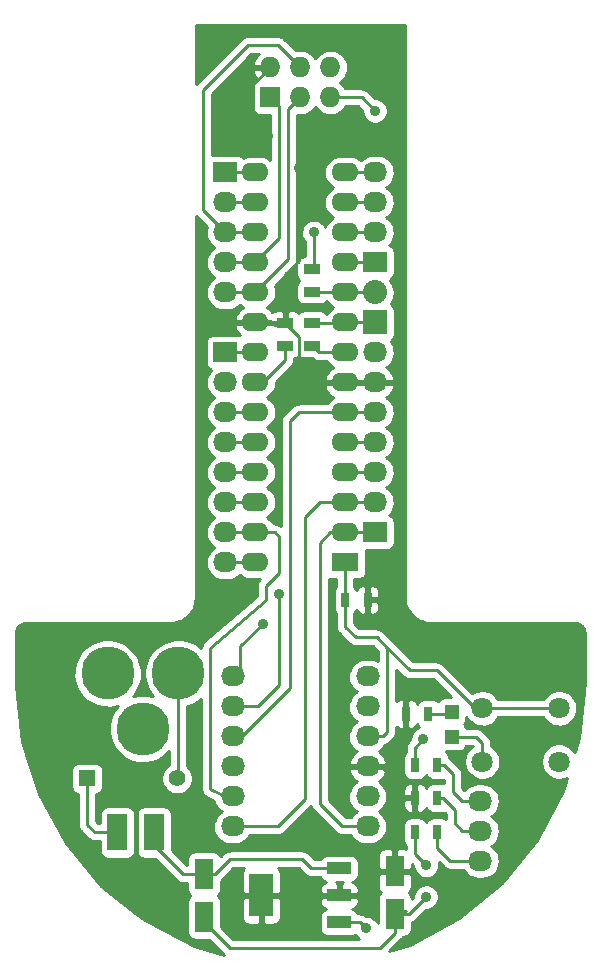
<source format=gtl>
%FSLAX46Y46*%
G04 Gerber Fmt 4.6, Leading zero omitted, Abs format (unit mm)*
G04 Created by KiCad (PCBNEW (2014-10-27 BZR 5228)-product) date 31/03/2015 08:28:07*
%MOMM*%
G01*
G04 APERTURE LIST*
%ADD10C,0.100000*%
%ADD11O,2.286000X1.574800*%
%ADD12R,2.286000X1.574800*%
%ADD13O,2.032000X1.727200*%
%ADD14R,1.397000X0.889000*%
%ADD15R,1.700000X3.150000*%
%ADD16R,2.032000X1.727200*%
%ADD17R,2.032000X2.032000*%
%ADD18O,2.032000X2.032000*%
%ADD19C,4.500000*%
%ADD20C,1.800000*%
%ADD21R,1.600200X2.600960*%
%ADD22R,1.198880X1.198880*%
%ADD23R,1.727200X1.727200*%
%ADD24O,1.727200X1.727200*%
%ADD25R,0.700000X1.300000*%
%ADD26R,2.032000X3.657600*%
%ADD27R,2.032000X1.016000*%
%ADD28R,1.397000X1.397000*%
%ADD29C,1.397000*%
%ADD30C,0.889000*%
%ADD31C,0.254000*%
G04 APERTURE END LIST*
D10*
D11*
X212090000Y-91440000D03*
X212090000Y-88900000D03*
X212090000Y-86360000D03*
X212090000Y-83820000D03*
X212090000Y-81280000D03*
X212090000Y-78740000D03*
X212090000Y-76200000D03*
X212090000Y-73660000D03*
X212090000Y-71120000D03*
X212090000Y-68580000D03*
X212090000Y-66040000D03*
X212090000Y-63500000D03*
X212090000Y-60960000D03*
D12*
X212090000Y-93980000D03*
D11*
X204470000Y-60960000D03*
X204470000Y-63500000D03*
X204470000Y-66040000D03*
X204470000Y-68580000D03*
X204470000Y-71120000D03*
X204470000Y-73660000D03*
X204470000Y-76200000D03*
X204470000Y-78740000D03*
X204470000Y-81280000D03*
X204470000Y-83820000D03*
X204470000Y-86360000D03*
X204470000Y-88900000D03*
X204470000Y-91440000D03*
X204470000Y-93980000D03*
D13*
X223520000Y-119253000D03*
X223520000Y-116713000D03*
X223520000Y-114173000D03*
D14*
X209296000Y-75628500D03*
X209296000Y-73723500D03*
X209296000Y-69151500D03*
X209296000Y-71056500D03*
X207010000Y-73723500D03*
X207010000Y-75628500D03*
D15*
X195910000Y-116840000D03*
X192810000Y-116840000D03*
D16*
X214630000Y-91440000D03*
D13*
X214630000Y-88900000D03*
X214630000Y-86360000D03*
X214630000Y-83820000D03*
X214630000Y-81280000D03*
X214630000Y-78740000D03*
X214630000Y-76200000D03*
D16*
X201930000Y-76200000D03*
D13*
X201930000Y-78740000D03*
X201930000Y-81280000D03*
X201930000Y-83820000D03*
X201930000Y-86360000D03*
X201930000Y-88900000D03*
X201930000Y-91440000D03*
X201930000Y-93980000D03*
D17*
X214630000Y-73660000D03*
D18*
X214630000Y-71120000D03*
D16*
X201930000Y-60960000D03*
D13*
X201930000Y-63500000D03*
X201930000Y-66040000D03*
X201930000Y-68580000D03*
X201930000Y-71120000D03*
D16*
X214630000Y-68580000D03*
D13*
X214630000Y-66040000D03*
X214630000Y-63500000D03*
X214630000Y-60960000D03*
D19*
X197970140Y-103378000D03*
X191970660Y-103378000D03*
X194970400Y-108077000D03*
D20*
X230199000Y-106335000D03*
X230199000Y-110835000D03*
X223699000Y-106335000D03*
X223699000Y-110835000D03*
D21*
X216281000Y-120119140D03*
X216281000Y-123720860D03*
D22*
X221107000Y-106646980D03*
X221107000Y-108745020D03*
D23*
X205740000Y-54610000D03*
D24*
X205740000Y-52070000D03*
X208280000Y-54610000D03*
X208280000Y-52070000D03*
X210820000Y-54610000D03*
X210820000Y-52070000D03*
D25*
X219136000Y-106807000D03*
X217236000Y-106807000D03*
X219898000Y-113919000D03*
X217998000Y-113919000D03*
X217998000Y-116840000D03*
X219898000Y-116840000D03*
X217998000Y-111125000D03*
X219898000Y-111125000D03*
X212092500Y-97155000D03*
X213992500Y-97155000D03*
D21*
X200152000Y-120373140D03*
X200152000Y-123974860D03*
D26*
X204978000Y-122174000D03*
D27*
X211582000Y-122174000D03*
X211582000Y-119888000D03*
X211582000Y-124460000D03*
D13*
X202565000Y-103632000D03*
X202565000Y-106172000D03*
X202565000Y-108712000D03*
X202565000Y-111252000D03*
X202565000Y-113792000D03*
X202565000Y-116332000D03*
X213995000Y-103632000D03*
X213995000Y-106172000D03*
X213995000Y-108712000D03*
X213995000Y-111252000D03*
X213995000Y-113792000D03*
X213995000Y-116332000D03*
D28*
X190246000Y-112268000D03*
D29*
X197866000Y-112268000D03*
D30*
X209423000Y-66040000D03*
X218694000Y-108966000D03*
X218948000Y-119634000D03*
X218948000Y-122301000D03*
X208153000Y-60579000D03*
X205549500Y-57912000D03*
X214630000Y-55753000D03*
X205105000Y-99187000D03*
X206502000Y-96647000D03*
X213868000Y-124968000D03*
D31*
X195910000Y-116840000D02*
X195910000Y-117932000D01*
X195910000Y-117932000D02*
X198351140Y-120373140D01*
X198351140Y-120373140D02*
X200152000Y-120373140D01*
X201063860Y-120373140D02*
X202311000Y-119126000D01*
X202311000Y-119126000D02*
X208470500Y-119126000D01*
X208470500Y-119126000D02*
X209232500Y-119888000D01*
X209232500Y-119888000D02*
X211582000Y-119888000D01*
X200152000Y-120373140D02*
X201063860Y-120373140D01*
X216814400Y-123517660D02*
X217243660Y-123517660D01*
X205105000Y-78740000D02*
X207010000Y-76835000D01*
X204470000Y-78740000D02*
X205105000Y-78740000D01*
X209867500Y-76200000D02*
X212090000Y-76200000D01*
X207010000Y-76835000D02*
X207010000Y-75628500D01*
X209296000Y-69151500D02*
X209423000Y-69024500D01*
X209423000Y-69024500D02*
X209423000Y-66040000D01*
X209296000Y-75628500D02*
X209867500Y-76200000D01*
X217998000Y-109662000D02*
X218694000Y-108966000D01*
X217998000Y-111125000D02*
X217998000Y-109662000D01*
X216281000Y-125349000D02*
X216281000Y-123720860D01*
X215011000Y-126619000D02*
X216281000Y-125349000D01*
X202311000Y-126619000D02*
X215011000Y-126619000D01*
X200152000Y-124460000D02*
X202311000Y-126619000D01*
X200152000Y-123974860D02*
X200152000Y-124460000D01*
X223172020Y-108745020D02*
X223699000Y-109272000D01*
X223699000Y-109272000D02*
X223699000Y-110835000D01*
X221107000Y-108745020D02*
X223172020Y-108745020D01*
X217998000Y-118684000D02*
X218948000Y-119634000D01*
X218948000Y-122301000D02*
X217528140Y-123720860D01*
X217528140Y-123720860D02*
X216281000Y-123720860D01*
X217998000Y-116840000D02*
X217998000Y-118684000D01*
X216814400Y-119915940D02*
X216435940Y-119915940D01*
X212090000Y-78740000D02*
X210058000Y-78740000D01*
X204470000Y-73660000D02*
X206946500Y-73660000D01*
X205740000Y-52070000D02*
X204089000Y-53721000D01*
X207010000Y-69596000D02*
X207010000Y-73723500D01*
X208153000Y-68453000D02*
X207010000Y-69596000D01*
X208153000Y-60579000D02*
X208153000Y-68453000D01*
X204089000Y-56451500D02*
X205549500Y-57912000D01*
X204089000Y-53721000D02*
X204089000Y-56451500D01*
X207010000Y-73723500D02*
X208153000Y-74866500D01*
X208153000Y-74866500D02*
X208153000Y-76835000D01*
X208153000Y-76835000D02*
X210058000Y-78740000D01*
X206946500Y-73660000D02*
X207010000Y-73723500D01*
X212090000Y-78740000D02*
X214630000Y-78740000D01*
X212979000Y-122174000D02*
X215033860Y-120119140D01*
X215033860Y-120119140D02*
X216281000Y-120119140D01*
X211582000Y-122174000D02*
X212979000Y-122174000D01*
X216281000Y-114554000D02*
X216916000Y-113919000D01*
X216916000Y-113919000D02*
X217998000Y-113919000D01*
X216281000Y-120119140D02*
X216281000Y-114554000D01*
X216281000Y-112395000D02*
X215138000Y-111252000D01*
X215138000Y-111252000D02*
X213360000Y-111252000D01*
X216281000Y-114554000D02*
X216281000Y-112395000D01*
X212026500Y-73723500D02*
X212090000Y-73660000D01*
X212090000Y-73660000D02*
X214630000Y-73660000D01*
X209296000Y-73723500D02*
X212026500Y-73723500D01*
X212026500Y-71056500D02*
X212090000Y-71120000D01*
X212090000Y-71120000D02*
X214630000Y-71120000D01*
X209296000Y-71056500D02*
X212026500Y-71056500D01*
X197970140Y-103378000D02*
X197970140Y-112163860D01*
X197970140Y-112163860D02*
X197866000Y-112268000D01*
X190246000Y-112268000D02*
X190246000Y-116205000D01*
X190881000Y-116840000D02*
X192810000Y-116840000D01*
X190246000Y-116205000D02*
X190881000Y-116840000D01*
X220946980Y-106807000D02*
X221107000Y-106646980D01*
X219136000Y-106807000D02*
X220946980Y-106807000D01*
X213360000Y-116332000D02*
X211836000Y-116332000D01*
X210820000Y-91440000D02*
X212090000Y-91440000D01*
X209931000Y-92329000D02*
X210820000Y-91440000D01*
X209931000Y-114427000D02*
X209931000Y-92329000D01*
X211836000Y-116332000D02*
X209931000Y-114427000D01*
X212090000Y-91440000D02*
X214630000Y-91440000D01*
X203200000Y-116332000D02*
X206375000Y-116332000D01*
X209931000Y-88900000D02*
X212090000Y-88900000D01*
X208661000Y-90170000D02*
X209931000Y-88900000D01*
X208661000Y-114046000D02*
X208661000Y-90170000D01*
X206375000Y-116332000D02*
X208661000Y-114046000D01*
X211074000Y-88900000D02*
X212090000Y-88900000D01*
X212090000Y-88900000D02*
X214630000Y-88900000D01*
X212090000Y-86360000D02*
X214630000Y-86360000D01*
X212090000Y-83820000D02*
X214630000Y-83820000D01*
X203200000Y-108712000D02*
X203327000Y-108712000D01*
X203327000Y-108712000D02*
X207391000Y-104648000D01*
X207391000Y-104648000D02*
X207391000Y-82042000D01*
X207391000Y-82042000D02*
X208153000Y-81280000D01*
X208153000Y-81280000D02*
X212090000Y-81280000D01*
X212090000Y-81280000D02*
X214630000Y-81280000D01*
X212090000Y-68580000D02*
X214630000Y-68580000D01*
X212090000Y-66040000D02*
X214630000Y-66040000D01*
X212090000Y-63500000D02*
X214630000Y-63500000D01*
X212090000Y-60960000D02*
X214630000Y-60960000D01*
X212092500Y-99443500D02*
X212092500Y-97155000D01*
X212092500Y-93982500D02*
X212090000Y-93980000D01*
X212092500Y-97155000D02*
X212092500Y-93982500D01*
X223699000Y-106335000D02*
X230199000Y-106335000D01*
X223048000Y-106335000D02*
X219837000Y-103124000D01*
X223699000Y-106335000D02*
X223048000Y-106335000D01*
X214630000Y-55753000D02*
X213487000Y-54610000D01*
X213487000Y-54610000D02*
X210820000Y-54610000D01*
X215646000Y-103505000D02*
X215646000Y-101219000D01*
X215646000Y-101219000D02*
X214757000Y-100330000D01*
X214757000Y-100330000D02*
X212979000Y-100330000D01*
X212979000Y-100330000D02*
X212092500Y-99443500D01*
X215646000Y-108331000D02*
X215646000Y-103505000D01*
X217551000Y-103124000D02*
X215646000Y-101219000D01*
X215265000Y-108712000D02*
X215646000Y-108331000D01*
X213360000Y-108712000D02*
X215265000Y-108712000D01*
X219837000Y-103124000D02*
X217551000Y-103124000D01*
X201930000Y-60960000D02*
X204470000Y-60960000D01*
X201930000Y-63500000D02*
X204470000Y-63500000D01*
X201930000Y-66040000D02*
X200025000Y-64135000D01*
X206375000Y-50165000D02*
X208280000Y-52070000D01*
X203835000Y-50165000D02*
X206375000Y-50165000D01*
X200025000Y-53975000D02*
X203835000Y-50165000D01*
X200025000Y-64135000D02*
X200025000Y-53975000D01*
X201930000Y-66040000D02*
X204470000Y-66040000D01*
X203200000Y-103632000D02*
X203200000Y-101092000D01*
X203200000Y-101092000D02*
X205105000Y-99187000D01*
X206502000Y-66548000D02*
X204470000Y-68580000D01*
X201930000Y-68580000D02*
X204470000Y-68580000D01*
X206502000Y-55372000D02*
X206502000Y-66548000D01*
X205740000Y-54610000D02*
X206502000Y-55372000D01*
X203200000Y-106172000D02*
X204724000Y-106172000D01*
X206502000Y-104394000D02*
X206502000Y-96647000D01*
X204724000Y-106172000D02*
X206502000Y-104394000D01*
X207264000Y-68326000D02*
X207264000Y-55626000D01*
X204470000Y-71120000D02*
X207264000Y-68326000D01*
X201930000Y-71120000D02*
X204470000Y-71120000D01*
X207264000Y-55626000D02*
X208280000Y-54610000D01*
X201930000Y-76200000D02*
X204470000Y-76200000D01*
X201930000Y-81280000D02*
X204470000Y-81280000D01*
X201930000Y-83820000D02*
X204470000Y-83820000D01*
X201930000Y-86360000D02*
X204470000Y-86360000D01*
X201930000Y-88900000D02*
X204470000Y-88900000D01*
X203200000Y-113792000D02*
X201930000Y-113792000D01*
X206121000Y-91440000D02*
X204470000Y-91440000D01*
X206502000Y-91821000D02*
X206121000Y-91440000D01*
X206502000Y-94869000D02*
X206502000Y-91821000D01*
X205359000Y-96012000D02*
X206502000Y-94869000D01*
X205359000Y-97155000D02*
X205359000Y-96012000D01*
X200660000Y-101219000D02*
X205359000Y-97155000D01*
X200660000Y-113157000D02*
X200660000Y-101219000D01*
X201930000Y-113792000D02*
X200660000Y-113157000D01*
X201930000Y-91440000D02*
X204470000Y-91440000D01*
X201930000Y-93980000D02*
X204470000Y-93980000D01*
X219898000Y-118171000D02*
X220980000Y-119253000D01*
X220980000Y-119253000D02*
X223520000Y-119253000D01*
X219898000Y-116840000D02*
X219898000Y-118171000D01*
X220345000Y-113919000D02*
X221361000Y-114935000D01*
X221361000Y-114935000D02*
X221361000Y-116078000D01*
X221361000Y-116078000D02*
X221996000Y-116713000D01*
X221996000Y-116713000D02*
X223520000Y-116713000D01*
X219898000Y-113919000D02*
X220345000Y-113919000D01*
X213360000Y-124460000D02*
X213868000Y-124968000D01*
X211582000Y-124460000D02*
X213360000Y-124460000D01*
X220472000Y-111125000D02*
X221234000Y-111887000D01*
X221234000Y-111887000D02*
X221234000Y-113411000D01*
X221234000Y-113411000D02*
X221996000Y-114173000D01*
X221996000Y-114173000D02*
X223520000Y-114173000D01*
X219898000Y-111125000D02*
X220472000Y-111125000D01*
G36*
X205887000Y-52197000D02*
X205867000Y-52197000D01*
X205867000Y-52217000D01*
X205613000Y-52217000D01*
X205613000Y-52197000D01*
X204405536Y-52197000D01*
X204285037Y-52429027D01*
X204383036Y-52705978D01*
X204533183Y-52958488D01*
X204692521Y-53135535D01*
X204691177Y-53135803D01*
X204575615Y-53183670D01*
X204471611Y-53253163D01*
X204383163Y-53341611D01*
X204313670Y-53445615D01*
X204265803Y-53561177D01*
X204241400Y-53683858D01*
X204241400Y-53808942D01*
X204241400Y-55536142D01*
X204265803Y-55658823D01*
X204313670Y-55774385D01*
X204383163Y-55878389D01*
X204471611Y-55966837D01*
X204575615Y-56036330D01*
X204691177Y-56084197D01*
X204813858Y-56108600D01*
X204938942Y-56108600D01*
X205740000Y-56108600D01*
X205740000Y-59872104D01*
X205637812Y-59786359D01*
X205394546Y-59652622D01*
X205129937Y-59568683D01*
X204854063Y-59537739D01*
X204834203Y-59537600D01*
X204105797Y-59537600D01*
X203829518Y-59564689D01*
X203563762Y-59644926D01*
X203448863Y-59706018D01*
X203439237Y-59691611D01*
X203350789Y-59603163D01*
X203246785Y-59533670D01*
X203131223Y-59485803D01*
X203008542Y-59461400D01*
X202883458Y-59461400D01*
X200851458Y-59461400D01*
X200787000Y-59474221D01*
X200787000Y-54290630D01*
X204150630Y-50927000D01*
X204778088Y-50927000D01*
X204729707Y-50963146D01*
X204533183Y-51181512D01*
X204383036Y-51434022D01*
X204285037Y-51710973D01*
X204405536Y-51943000D01*
X205613000Y-51943000D01*
X205613000Y-51923000D01*
X205867000Y-51923000D01*
X205867000Y-51943000D01*
X205887000Y-51943000D01*
X205887000Y-52197000D01*
X205887000Y-52197000D01*
G37*
X205887000Y-52197000D02*
X205867000Y-52197000D01*
X205867000Y-52217000D01*
X205613000Y-52217000D01*
X205613000Y-52197000D01*
X204405536Y-52197000D01*
X204285037Y-52429027D01*
X204383036Y-52705978D01*
X204533183Y-52958488D01*
X204692521Y-53135535D01*
X204691177Y-53135803D01*
X204575615Y-53183670D01*
X204471611Y-53253163D01*
X204383163Y-53341611D01*
X204313670Y-53445615D01*
X204265803Y-53561177D01*
X204241400Y-53683858D01*
X204241400Y-53808942D01*
X204241400Y-55536142D01*
X204265803Y-55658823D01*
X204313670Y-55774385D01*
X204383163Y-55878389D01*
X204471611Y-55966837D01*
X204575615Y-56036330D01*
X204691177Y-56084197D01*
X204813858Y-56108600D01*
X204938942Y-56108600D01*
X205740000Y-56108600D01*
X205740000Y-59872104D01*
X205637812Y-59786359D01*
X205394546Y-59652622D01*
X205129937Y-59568683D01*
X204854063Y-59537739D01*
X204834203Y-59537600D01*
X204105797Y-59537600D01*
X203829518Y-59564689D01*
X203563762Y-59644926D01*
X203448863Y-59706018D01*
X203439237Y-59691611D01*
X203350789Y-59603163D01*
X203246785Y-59533670D01*
X203131223Y-59485803D01*
X203008542Y-59461400D01*
X202883458Y-59461400D01*
X200851458Y-59461400D01*
X200787000Y-59474221D01*
X200787000Y-54290630D01*
X204150630Y-50927000D01*
X204778088Y-50927000D01*
X204729707Y-50963146D01*
X204533183Y-51181512D01*
X204383036Y-51434022D01*
X204285037Y-51710973D01*
X204405536Y-51943000D01*
X205613000Y-51943000D01*
X205613000Y-51923000D01*
X205867000Y-51923000D01*
X205867000Y-51943000D01*
X205887000Y-51943000D01*
X205887000Y-52197000D01*
G36*
X232360000Y-104106495D02*
X231898177Y-108816525D01*
X231524103Y-110055518D01*
X231394295Y-109860141D01*
X231182180Y-109646540D01*
X230932616Y-109478206D01*
X230655108Y-109361553D01*
X230360228Y-109301023D01*
X230059206Y-109298921D01*
X229763509Y-109355328D01*
X229484400Y-109468096D01*
X229232509Y-109632928D01*
X229017432Y-109843547D01*
X228847361Y-110091930D01*
X228728773Y-110368617D01*
X228666186Y-110663067D01*
X228661983Y-110964067D01*
X228716324Y-111260150D01*
X228827140Y-111540040D01*
X228990210Y-111793075D01*
X229199322Y-112009617D01*
X229446512Y-112181419D01*
X229722364Y-112301935D01*
X230016371Y-112366577D01*
X230317334Y-112372881D01*
X230613789Y-112320608D01*
X230870268Y-112221125D01*
X230540031Y-113314924D01*
X228334008Y-117463850D01*
X225364132Y-121105276D01*
X221743527Y-124100501D01*
X217610103Y-126335435D01*
X215817197Y-126890432D01*
X216819815Y-125887816D01*
X216864510Y-125833402D01*
X216909736Y-125779505D01*
X216911666Y-125775993D01*
X216914210Y-125772897D01*
X216947468Y-125710870D01*
X216977446Y-125656340D01*
X217143642Y-125656340D01*
X217266323Y-125631937D01*
X217381885Y-125584070D01*
X217485889Y-125514577D01*
X217574337Y-125426129D01*
X217643830Y-125322125D01*
X217691697Y-125206563D01*
X217716100Y-125083882D01*
X217716100Y-124958798D01*
X217716100Y-124456285D01*
X217743599Y-124447982D01*
X217811122Y-124428366D01*
X217814677Y-124426522D01*
X217818516Y-124425364D01*
X217880693Y-124392303D01*
X217943154Y-124359927D01*
X217946284Y-124357428D01*
X217949824Y-124355546D01*
X218004370Y-124311059D01*
X218059380Y-124267146D01*
X218064954Y-124261647D01*
X218065071Y-124261553D01*
X218065160Y-124261445D01*
X218066955Y-124259675D01*
X218945891Y-123380738D01*
X219031219Y-123382526D01*
X219239704Y-123345765D01*
X219437077Y-123269208D01*
X219615822Y-123155773D01*
X219769130Y-123009780D01*
X219891161Y-122836790D01*
X219977268Y-122643392D01*
X220024170Y-122436952D01*
X220027546Y-122195150D01*
X219986426Y-121987481D01*
X219905754Y-121791753D01*
X219788600Y-121615423D01*
X219639428Y-121465207D01*
X219463921Y-121346825D01*
X219268761Y-121264788D01*
X219061384Y-121222219D01*
X218849689Y-121220741D01*
X218641738Y-121260410D01*
X218445452Y-121339715D01*
X218268308Y-121455634D01*
X218117054Y-121603753D01*
X217997450Y-121778431D01*
X217914052Y-121973012D01*
X217870037Y-122180087D01*
X217868319Y-122303049D01*
X217716100Y-122455269D01*
X217716100Y-122357838D01*
X217691697Y-122235157D01*
X217643830Y-122119595D01*
X217574337Y-122015591D01*
X217485889Y-121927143D01*
X217475198Y-121920000D01*
X217485889Y-121912857D01*
X217574337Y-121824409D01*
X217643830Y-121720405D01*
X217691697Y-121604843D01*
X217716100Y-121482162D01*
X217716100Y-120404890D01*
X217557350Y-120246140D01*
X216408000Y-120246140D01*
X216408000Y-120266140D01*
X216154000Y-120266140D01*
X216154000Y-120246140D01*
X216154000Y-119992140D01*
X216154000Y-118342410D01*
X215995250Y-118183660D01*
X215543442Y-118183660D01*
X215418358Y-118183660D01*
X215295677Y-118208063D01*
X215180115Y-118255930D01*
X215076111Y-118325423D01*
X214987663Y-118413871D01*
X214918170Y-118517875D01*
X214870303Y-118633437D01*
X214845900Y-118756118D01*
X214845900Y-119833390D01*
X215004650Y-119992140D01*
X216154000Y-119992140D01*
X216154000Y-120246140D01*
X215004650Y-120246140D01*
X214845900Y-120404890D01*
X214845900Y-121482162D01*
X214870303Y-121604843D01*
X214918170Y-121720405D01*
X214987663Y-121824409D01*
X215076111Y-121912857D01*
X215086801Y-121920000D01*
X215076111Y-121927143D01*
X214987663Y-122015591D01*
X214918170Y-122119595D01*
X214870303Y-122235157D01*
X214845900Y-122357838D01*
X214845900Y-122482922D01*
X214845900Y-124507631D01*
X214825754Y-124458753D01*
X214708600Y-124282423D01*
X214559428Y-124132207D01*
X214383921Y-124013825D01*
X214188761Y-123931788D01*
X213981384Y-123889219D01*
X213858858Y-123888363D01*
X213844400Y-123876487D01*
X213790505Y-123831264D01*
X213786997Y-123829335D01*
X213783897Y-123826789D01*
X213721831Y-123793510D01*
X213660184Y-123759619D01*
X213656363Y-123758407D01*
X213652833Y-123756514D01*
X213585535Y-123735939D01*
X213518429Y-123714652D01*
X213514445Y-123714205D01*
X213510615Y-123713034D01*
X213440627Y-123705924D01*
X213370639Y-123698074D01*
X213362802Y-123698019D01*
X213362660Y-123698005D01*
X213362526Y-123698017D01*
X213360000Y-123698000D01*
X213180108Y-123698000D01*
X213160730Y-123651215D01*
X213091237Y-123547211D01*
X213002789Y-123458763D01*
X212898785Y-123389270D01*
X212783223Y-123341403D01*
X212660542Y-123317000D01*
X212783223Y-123292597D01*
X212898785Y-123244730D01*
X213002789Y-123175237D01*
X213091237Y-123086789D01*
X213160730Y-122982785D01*
X213208597Y-122867223D01*
X213233000Y-122744542D01*
X213233000Y-122459750D01*
X213074250Y-122301000D01*
X211709000Y-122301000D01*
X211709000Y-122321000D01*
X211455000Y-122321000D01*
X211455000Y-122301000D01*
X210089750Y-122301000D01*
X209931000Y-122459750D01*
X209931000Y-122744542D01*
X209955403Y-122867223D01*
X210003270Y-122982785D01*
X210072763Y-123086789D01*
X210161211Y-123175237D01*
X210265215Y-123244730D01*
X210380777Y-123292597D01*
X210503458Y-123317000D01*
X210380777Y-123341403D01*
X210265215Y-123389270D01*
X210161211Y-123458763D01*
X210072763Y-123547211D01*
X210003270Y-123651215D01*
X209955403Y-123766777D01*
X209931000Y-123889458D01*
X209931000Y-124014542D01*
X209931000Y-125030542D01*
X209955403Y-125153223D01*
X210003270Y-125268785D01*
X210072763Y-125372789D01*
X210161211Y-125461237D01*
X210265215Y-125530730D01*
X210380777Y-125578597D01*
X210503458Y-125603000D01*
X210628542Y-125603000D01*
X212660542Y-125603000D01*
X212783223Y-125578597D01*
X212898785Y-125530730D01*
X212932031Y-125508515D01*
X213017910Y-125641773D01*
X213164969Y-125794058D01*
X213255530Y-125857000D01*
X206629000Y-125857000D01*
X206629000Y-124065342D01*
X206629000Y-122459750D01*
X206470250Y-122301000D01*
X205105000Y-122301000D01*
X205105000Y-124479050D01*
X205263750Y-124637800D01*
X205931458Y-124637800D01*
X206056542Y-124637800D01*
X206179223Y-124613397D01*
X206294785Y-124565530D01*
X206398789Y-124496037D01*
X206487237Y-124407589D01*
X206556730Y-124303585D01*
X206604597Y-124188023D01*
X206629000Y-124065342D01*
X206629000Y-125857000D01*
X204851000Y-125857000D01*
X204851000Y-124479050D01*
X204851000Y-122301000D01*
X203485750Y-122301000D01*
X203327000Y-122459750D01*
X203327000Y-124065342D01*
X203351403Y-124188023D01*
X203399270Y-124303585D01*
X203468763Y-124407589D01*
X203557211Y-124496037D01*
X203661215Y-124565530D01*
X203776777Y-124613397D01*
X203899458Y-124637800D01*
X204024542Y-124637800D01*
X204692250Y-124637800D01*
X204851000Y-124479050D01*
X204851000Y-125857000D01*
X202626630Y-125857000D01*
X201587100Y-124817470D01*
X201587100Y-122611838D01*
X201562697Y-122489157D01*
X201514830Y-122373595D01*
X201445337Y-122269591D01*
X201356889Y-122181143D01*
X201346198Y-122174000D01*
X201356889Y-122166857D01*
X201445337Y-122078409D01*
X201514830Y-121974405D01*
X201562697Y-121858843D01*
X201587100Y-121736162D01*
X201587100Y-121611078D01*
X201587100Y-120925812D01*
X201595100Y-120919426D01*
X201600674Y-120913927D01*
X201600791Y-120913833D01*
X201600880Y-120913725D01*
X201602675Y-120911955D01*
X202626630Y-119888000D01*
X203521174Y-119888000D01*
X203468763Y-119940411D01*
X203399270Y-120044415D01*
X203351403Y-120159977D01*
X203327000Y-120282658D01*
X203327000Y-121888250D01*
X203485750Y-122047000D01*
X204851000Y-122047000D01*
X204851000Y-122027000D01*
X205105000Y-122027000D01*
X205105000Y-122047000D01*
X206470250Y-122047000D01*
X206629000Y-121888250D01*
X206629000Y-120282658D01*
X206604597Y-120159977D01*
X206556730Y-120044415D01*
X206487237Y-119940411D01*
X206434826Y-119888000D01*
X208154869Y-119888000D01*
X208693685Y-120426816D01*
X208748129Y-120471537D01*
X208801995Y-120516736D01*
X208805502Y-120518664D01*
X208808603Y-120521211D01*
X208870703Y-120554509D01*
X208932316Y-120588381D01*
X208936131Y-120589591D01*
X208939667Y-120591487D01*
X209007051Y-120612088D01*
X209074071Y-120633348D01*
X209078048Y-120633794D01*
X209081885Y-120634967D01*
X209151922Y-120642080D01*
X209221861Y-120649926D01*
X209229697Y-120649980D01*
X209229840Y-120649995D01*
X209229973Y-120649982D01*
X209232500Y-120650000D01*
X209983891Y-120650000D01*
X210003270Y-120696785D01*
X210072763Y-120800789D01*
X210161211Y-120889237D01*
X210265215Y-120958730D01*
X210380777Y-121006597D01*
X210503458Y-121031000D01*
X210380777Y-121055403D01*
X210265215Y-121103270D01*
X210161211Y-121172763D01*
X210072763Y-121261211D01*
X210003270Y-121365215D01*
X209955403Y-121480777D01*
X209931000Y-121603458D01*
X209931000Y-121888250D01*
X210089750Y-122047000D01*
X211455000Y-122047000D01*
X211455000Y-121189750D01*
X211296250Y-121031000D01*
X211867750Y-121031000D01*
X211709000Y-121189750D01*
X211709000Y-122047000D01*
X213074250Y-122047000D01*
X213233000Y-121888250D01*
X213233000Y-121603458D01*
X213208597Y-121480777D01*
X213160730Y-121365215D01*
X213091237Y-121261211D01*
X213002789Y-121172763D01*
X212898785Y-121103270D01*
X212783223Y-121055403D01*
X212660542Y-121031000D01*
X212783223Y-121006597D01*
X212898785Y-120958730D01*
X213002789Y-120889237D01*
X213091237Y-120800789D01*
X213160730Y-120696785D01*
X213208597Y-120581223D01*
X213233000Y-120458542D01*
X213233000Y-120333458D01*
X213233000Y-119317458D01*
X213208597Y-119194777D01*
X213160730Y-119079215D01*
X213091237Y-118975211D01*
X213002789Y-118886763D01*
X212898785Y-118817270D01*
X212783223Y-118769403D01*
X212660542Y-118745000D01*
X212535458Y-118745000D01*
X210503458Y-118745000D01*
X210380777Y-118769403D01*
X210265215Y-118817270D01*
X210161211Y-118886763D01*
X210072763Y-118975211D01*
X210003270Y-119079215D01*
X209983891Y-119126000D01*
X209548130Y-119126000D01*
X209009315Y-118587185D01*
X208954900Y-118542487D01*
X208901005Y-118497264D01*
X208897497Y-118495335D01*
X208894397Y-118492789D01*
X208832331Y-118459510D01*
X208770684Y-118425619D01*
X208766863Y-118424407D01*
X208763333Y-118422514D01*
X208696035Y-118401939D01*
X208628929Y-118380652D01*
X208624945Y-118380205D01*
X208621115Y-118379034D01*
X208551127Y-118371924D01*
X208481139Y-118364074D01*
X208473302Y-118364019D01*
X208473160Y-118364005D01*
X208473026Y-118364017D01*
X208470500Y-118364000D01*
X202311000Y-118364000D01*
X202240894Y-118370873D01*
X202170829Y-118377004D01*
X202166985Y-118378120D01*
X202162993Y-118378512D01*
X202095552Y-118398873D01*
X202028018Y-118418494D01*
X202024462Y-118420337D01*
X202020624Y-118421496D01*
X201958467Y-118454545D01*
X201895985Y-118486933D01*
X201892852Y-118489433D01*
X201889316Y-118491314D01*
X201834791Y-118535783D01*
X201779760Y-118579714D01*
X201774181Y-118585215D01*
X201774069Y-118585307D01*
X201773983Y-118585410D01*
X201772184Y-118587185D01*
X201536112Y-118823256D01*
X201514830Y-118771875D01*
X201445337Y-118667871D01*
X201356889Y-118579423D01*
X201252885Y-118509930D01*
X201137323Y-118462063D01*
X201014642Y-118437660D01*
X200889558Y-118437660D01*
X199289358Y-118437660D01*
X199166677Y-118462063D01*
X199051115Y-118509930D01*
X198947111Y-118579423D01*
X198858663Y-118667871D01*
X198789170Y-118771875D01*
X198741303Y-118887437D01*
X198716900Y-119010118D01*
X198716900Y-119135202D01*
X198716900Y-119611140D01*
X198666770Y-119611140D01*
X197395000Y-118339369D01*
X197395000Y-115202458D01*
X197370597Y-115079777D01*
X197322730Y-114964215D01*
X197253237Y-114860211D01*
X197164789Y-114771763D01*
X197060785Y-114702270D01*
X196945223Y-114654403D01*
X196822542Y-114630000D01*
X196697458Y-114630000D01*
X194997458Y-114630000D01*
X194874777Y-114654403D01*
X194759215Y-114702270D01*
X194655211Y-114771763D01*
X194566763Y-114860211D01*
X194497270Y-114964215D01*
X194449403Y-115079777D01*
X194425000Y-115202458D01*
X194425000Y-115327542D01*
X194425000Y-118477542D01*
X194449403Y-118600223D01*
X194497270Y-118715785D01*
X194566763Y-118819789D01*
X194655211Y-118908237D01*
X194759215Y-118977730D01*
X194874777Y-119025597D01*
X194997458Y-119050000D01*
X195122542Y-119050000D01*
X195950369Y-119050000D01*
X197812324Y-120911955D01*
X197866737Y-120956650D01*
X197920635Y-121001876D01*
X197924146Y-121003806D01*
X197927243Y-121006350D01*
X197989269Y-121039608D01*
X198050956Y-121073521D01*
X198054776Y-121074732D01*
X198058307Y-121076626D01*
X198125604Y-121097200D01*
X198192711Y-121118488D01*
X198196694Y-121118934D01*
X198200525Y-121120106D01*
X198270512Y-121127215D01*
X198340501Y-121135066D01*
X198348337Y-121135120D01*
X198348480Y-121135135D01*
X198348613Y-121135122D01*
X198351140Y-121135140D01*
X198716900Y-121135140D01*
X198716900Y-121736162D01*
X198741303Y-121858843D01*
X198789170Y-121974405D01*
X198858663Y-122078409D01*
X198947111Y-122166857D01*
X198957801Y-122174000D01*
X198947111Y-122181143D01*
X198858663Y-122269591D01*
X198789170Y-122373595D01*
X198741303Y-122489157D01*
X198716900Y-122611838D01*
X198716900Y-122736922D01*
X198716900Y-125337882D01*
X198741303Y-125460563D01*
X198789170Y-125576125D01*
X198858663Y-125680129D01*
X198947111Y-125768577D01*
X199051115Y-125838070D01*
X199166677Y-125885937D01*
X199289358Y-125910340D01*
X199414442Y-125910340D01*
X200524710Y-125910340D01*
X201772185Y-127157815D01*
X201826599Y-127202512D01*
X201856360Y-127227484D01*
X199260702Y-126463541D01*
X195096477Y-124286536D01*
X194295000Y-123642131D01*
X194295000Y-118477542D01*
X194295000Y-118352458D01*
X194295000Y-115202458D01*
X194270597Y-115079777D01*
X194222730Y-114964215D01*
X194153237Y-114860211D01*
X194064789Y-114771763D01*
X193960785Y-114702270D01*
X193845223Y-114654403D01*
X193722542Y-114630000D01*
X193597458Y-114630000D01*
X191897458Y-114630000D01*
X191774777Y-114654403D01*
X191659215Y-114702270D01*
X191555211Y-114771763D01*
X191466763Y-114860211D01*
X191397270Y-114964215D01*
X191349403Y-115079777D01*
X191325000Y-115202458D01*
X191325000Y-115327542D01*
X191325000Y-116078000D01*
X191196630Y-116078000D01*
X191008000Y-115889369D01*
X191008000Y-113601309D01*
X191129723Y-113577097D01*
X191245285Y-113529230D01*
X191349289Y-113459737D01*
X191437737Y-113371289D01*
X191507230Y-113267285D01*
X191555097Y-113151723D01*
X191579500Y-113029042D01*
X191579500Y-112903958D01*
X191579500Y-111506958D01*
X191555097Y-111384277D01*
X191507230Y-111268715D01*
X191437737Y-111164711D01*
X191349289Y-111076263D01*
X191245285Y-111006770D01*
X191129723Y-110958903D01*
X191007042Y-110934500D01*
X190881958Y-110934500D01*
X189484958Y-110934500D01*
X189362277Y-110958903D01*
X189246715Y-111006770D01*
X189142711Y-111076263D01*
X189054263Y-111164711D01*
X188984770Y-111268715D01*
X188936903Y-111384277D01*
X188912500Y-111506958D01*
X188912500Y-111632042D01*
X188912500Y-113029042D01*
X188936903Y-113151723D01*
X188984770Y-113267285D01*
X189054263Y-113371289D01*
X189142711Y-113459737D01*
X189246715Y-113529230D01*
X189362277Y-113577097D01*
X189484000Y-113601309D01*
X189484000Y-116205000D01*
X189490874Y-116275113D01*
X189497004Y-116345170D01*
X189498120Y-116349012D01*
X189498512Y-116353007D01*
X189518877Y-116420459D01*
X189538494Y-116487982D01*
X189540337Y-116491537D01*
X189541496Y-116495376D01*
X189574556Y-116557553D01*
X189606933Y-116620014D01*
X189609431Y-116623144D01*
X189611314Y-116626684D01*
X189655800Y-116681230D01*
X189699714Y-116736240D01*
X189705212Y-116741814D01*
X189705307Y-116741931D01*
X189705414Y-116742020D01*
X189707185Y-116743815D01*
X190342185Y-117378816D01*
X190396629Y-117423537D01*
X190450495Y-117468736D01*
X190454002Y-117470664D01*
X190457103Y-117473211D01*
X190519184Y-117506498D01*
X190580816Y-117540381D01*
X190584634Y-117541592D01*
X190588168Y-117543487D01*
X190655537Y-117564083D01*
X190722571Y-117585348D01*
X190726549Y-117585794D01*
X190730385Y-117586967D01*
X190800466Y-117594085D01*
X190870361Y-117601926D01*
X190878186Y-117601980D01*
X190878340Y-117601996D01*
X190878482Y-117601982D01*
X190881000Y-117602000D01*
X191325000Y-117602000D01*
X191325000Y-118477542D01*
X191349403Y-118600223D01*
X191397270Y-118715785D01*
X191466763Y-118819789D01*
X191555211Y-118908237D01*
X191659215Y-118977730D01*
X191774777Y-119025597D01*
X191897458Y-119050000D01*
X192022542Y-119050000D01*
X193722542Y-119050000D01*
X193845223Y-119025597D01*
X193960785Y-118977730D01*
X194064789Y-118908237D01*
X194153237Y-118819789D01*
X194222730Y-118715785D01*
X194270597Y-118600223D01*
X194295000Y-118477542D01*
X194295000Y-123642131D01*
X191434403Y-121342153D01*
X188413976Y-117742549D01*
X186150239Y-113624826D01*
X184729419Y-109145829D01*
X184202146Y-104445089D01*
X184200000Y-104137653D01*
X184200000Y-99958503D01*
X184218743Y-99767336D01*
X184264532Y-99615678D01*
X184338904Y-99475804D01*
X184439030Y-99353038D01*
X184561093Y-99252059D01*
X184700449Y-99176709D01*
X184851780Y-99129864D01*
X185040782Y-99110000D01*
X197255000Y-99110000D01*
X197255121Y-99109988D01*
X197257420Y-99109996D01*
X197267892Y-99109959D01*
X197297648Y-99106935D01*
X197327554Y-99107144D01*
X197337073Y-99106211D01*
X197628218Y-99075611D01*
X197689054Y-99063122D01*
X197750021Y-99051493D01*
X197759177Y-99048729D01*
X198038833Y-98962161D01*
X198096062Y-98938103D01*
X198153632Y-98914844D01*
X198162076Y-98910354D01*
X198162077Y-98910354D01*
X198419593Y-98771115D01*
X198471065Y-98736395D01*
X198523012Y-98702403D01*
X198530424Y-98696358D01*
X198530426Y-98696356D01*
X198755991Y-98509753D01*
X198799738Y-98465699D01*
X198844096Y-98422261D01*
X198850193Y-98414891D01*
X199035219Y-98188027D01*
X199069580Y-98136309D01*
X199104652Y-98085088D01*
X199109201Y-98076675D01*
X199246638Y-97818194D01*
X199270311Y-97760758D01*
X199294754Y-97703730D01*
X199297583Y-97694593D01*
X199382197Y-97414339D01*
X199394258Y-97353423D01*
X199407164Y-97292707D01*
X199408164Y-97283196D01*
X199436731Y-96991844D01*
X199436730Y-96963112D01*
X199439933Y-96934564D01*
X199440000Y-96925000D01*
X199440000Y-64617743D01*
X199478714Y-64666240D01*
X199484212Y-64671814D01*
X199484307Y-64671931D01*
X199484414Y-64672020D01*
X199486185Y-64673815D01*
X200360577Y-65548207D01*
X200301621Y-65738665D01*
X200271049Y-66029538D01*
X200297556Y-66320810D01*
X200380134Y-66601385D01*
X200515637Y-66860578D01*
X200698903Y-67088515D01*
X200922952Y-67276515D01*
X200982586Y-67309299D01*
X200940299Y-67331784D01*
X200713647Y-67516637D01*
X200527216Y-67741994D01*
X200388108Y-67999269D01*
X200301621Y-68278665D01*
X200271049Y-68569538D01*
X200297556Y-68860810D01*
X200380134Y-69141385D01*
X200515637Y-69400578D01*
X200698903Y-69628515D01*
X200922952Y-69816515D01*
X200982586Y-69849299D01*
X200940299Y-69871784D01*
X200713647Y-70056637D01*
X200527216Y-70281994D01*
X200388108Y-70539269D01*
X200301621Y-70818665D01*
X200271049Y-71109538D01*
X200297556Y-71400810D01*
X200380134Y-71681385D01*
X200515637Y-71940578D01*
X200698903Y-72168515D01*
X200922952Y-72356515D01*
X201179251Y-72497416D01*
X201458036Y-72585852D01*
X201748688Y-72618454D01*
X201769612Y-72618600D01*
X202090388Y-72618600D01*
X202381468Y-72590059D01*
X202661460Y-72505525D01*
X202919701Y-72368216D01*
X203146353Y-72183363D01*
X203156354Y-72171272D01*
X203302188Y-72293641D01*
X203471689Y-72386825D01*
X203452738Y-72394474D01*
X203218560Y-72547875D01*
X203018808Y-72744014D01*
X202861159Y-72975354D01*
X202751672Y-73233004D01*
X202734990Y-73312940D01*
X202857148Y-73533000D01*
X204343000Y-73533000D01*
X204343000Y-73513000D01*
X204597000Y-73513000D01*
X204597000Y-73533000D01*
X205771750Y-73533000D01*
X205835250Y-73596500D01*
X206883000Y-73596500D01*
X206883000Y-72802750D01*
X206724250Y-72644000D01*
X206374042Y-72644000D01*
X206248958Y-72644000D01*
X206126277Y-72668403D01*
X206010715Y-72716270D01*
X205936210Y-72766052D01*
X205921192Y-72744014D01*
X205721440Y-72547875D01*
X205487262Y-72394474D01*
X205467553Y-72386520D01*
X205621347Y-72304747D01*
X205836475Y-72129293D01*
X206013426Y-71915396D01*
X206145461Y-71671202D01*
X206227551Y-71406013D01*
X206256568Y-71129930D01*
X206231408Y-70853469D01*
X206153029Y-70587160D01*
X206128119Y-70539511D01*
X207802816Y-68864815D01*
X207847537Y-68810370D01*
X207892736Y-68756505D01*
X207894664Y-68752997D01*
X207897211Y-68749897D01*
X207930509Y-68687796D01*
X207964381Y-68626184D01*
X207965591Y-68622368D01*
X207967487Y-68618833D01*
X207967802Y-68617801D01*
X207962500Y-68644458D01*
X207962500Y-68769542D01*
X207962500Y-69658542D01*
X207986903Y-69781223D01*
X208034770Y-69896785D01*
X208104263Y-70000789D01*
X208192711Y-70089237D01*
X208214805Y-70104000D01*
X208192711Y-70118763D01*
X208104263Y-70207211D01*
X208034770Y-70311215D01*
X207986903Y-70426777D01*
X207962500Y-70549458D01*
X207962500Y-70674542D01*
X207962500Y-71563542D01*
X207986903Y-71686223D01*
X208034770Y-71801785D01*
X208104263Y-71905789D01*
X208192711Y-71994237D01*
X208296715Y-72063730D01*
X208412277Y-72111597D01*
X208534958Y-72136000D01*
X208660042Y-72136000D01*
X210057042Y-72136000D01*
X210179723Y-72111597D01*
X210295285Y-72063730D01*
X210399289Y-71994237D01*
X210487737Y-71905789D01*
X210516614Y-71862570D01*
X210535583Y-71898854D01*
X210709531Y-72115201D01*
X210922188Y-72293641D01*
X211098214Y-72390412D01*
X210938653Y-72475253D01*
X210723525Y-72650707D01*
X210546574Y-72864604D01*
X210517386Y-72918584D01*
X210487737Y-72874211D01*
X210399289Y-72785763D01*
X210295285Y-72716270D01*
X210179723Y-72668403D01*
X210057042Y-72644000D01*
X209931958Y-72644000D01*
X208534958Y-72644000D01*
X208412277Y-72668403D01*
X208296715Y-72716270D01*
X208192711Y-72785763D01*
X208153000Y-72825474D01*
X208113289Y-72785763D01*
X208009285Y-72716270D01*
X207893723Y-72668403D01*
X207771042Y-72644000D01*
X207645958Y-72644000D01*
X207295750Y-72644000D01*
X207137000Y-72802750D01*
X207137000Y-73596500D01*
X207157000Y-73596500D01*
X207157000Y-73850500D01*
X207137000Y-73850500D01*
X207137000Y-73870500D01*
X206883000Y-73870500D01*
X206883000Y-73850500D01*
X206118101Y-73850500D01*
X206082852Y-73787000D01*
X204597000Y-73787000D01*
X204597000Y-73807000D01*
X204343000Y-73807000D01*
X204343000Y-73787000D01*
X202857148Y-73787000D01*
X202734990Y-74007060D01*
X202751672Y-74086996D01*
X202861159Y-74344646D01*
X203018808Y-74575986D01*
X203200687Y-74754576D01*
X203131223Y-74725803D01*
X203008542Y-74701400D01*
X202883458Y-74701400D01*
X200851458Y-74701400D01*
X200728777Y-74725803D01*
X200613215Y-74773670D01*
X200509211Y-74843163D01*
X200420763Y-74931611D01*
X200351270Y-75035615D01*
X200303403Y-75151177D01*
X200279000Y-75273858D01*
X200279000Y-75398942D01*
X200279000Y-77126142D01*
X200303403Y-77248823D01*
X200351270Y-77364385D01*
X200420763Y-77468389D01*
X200509211Y-77556837D01*
X200613215Y-77626330D01*
X200720727Y-77670862D01*
X200713647Y-77676637D01*
X200527216Y-77901994D01*
X200388108Y-78159269D01*
X200301621Y-78438665D01*
X200271049Y-78729538D01*
X200297556Y-79020810D01*
X200380134Y-79301385D01*
X200515637Y-79560578D01*
X200698903Y-79788515D01*
X200922952Y-79976515D01*
X200982586Y-80009299D01*
X200940299Y-80031784D01*
X200713647Y-80216637D01*
X200527216Y-80441994D01*
X200388108Y-80699269D01*
X200301621Y-80978665D01*
X200271049Y-81269538D01*
X200297556Y-81560810D01*
X200380134Y-81841385D01*
X200515637Y-82100578D01*
X200698903Y-82328515D01*
X200922952Y-82516515D01*
X200982586Y-82549299D01*
X200940299Y-82571784D01*
X200713647Y-82756637D01*
X200527216Y-82981994D01*
X200388108Y-83239269D01*
X200301621Y-83518665D01*
X200271049Y-83809538D01*
X200297556Y-84100810D01*
X200380134Y-84381385D01*
X200515637Y-84640578D01*
X200698903Y-84868515D01*
X200922952Y-85056515D01*
X200982586Y-85089299D01*
X200940299Y-85111784D01*
X200713647Y-85296637D01*
X200527216Y-85521994D01*
X200388108Y-85779269D01*
X200301621Y-86058665D01*
X200271049Y-86349538D01*
X200297556Y-86640810D01*
X200380134Y-86921385D01*
X200515637Y-87180578D01*
X200698903Y-87408515D01*
X200922952Y-87596515D01*
X200982586Y-87629299D01*
X200940299Y-87651784D01*
X200713647Y-87836637D01*
X200527216Y-88061994D01*
X200388108Y-88319269D01*
X200301621Y-88598665D01*
X200271049Y-88889538D01*
X200297556Y-89180810D01*
X200380134Y-89461385D01*
X200515637Y-89720578D01*
X200698903Y-89948515D01*
X200922952Y-90136515D01*
X200982586Y-90169299D01*
X200940299Y-90191784D01*
X200713647Y-90376637D01*
X200527216Y-90601994D01*
X200388108Y-90859269D01*
X200301621Y-91138665D01*
X200271049Y-91429538D01*
X200297556Y-91720810D01*
X200380134Y-92001385D01*
X200515637Y-92260578D01*
X200698903Y-92488515D01*
X200922952Y-92676515D01*
X200982586Y-92709299D01*
X200940299Y-92731784D01*
X200713647Y-92916637D01*
X200527216Y-93141994D01*
X200388108Y-93399269D01*
X200301621Y-93678665D01*
X200271049Y-93969538D01*
X200297556Y-94260810D01*
X200380134Y-94541385D01*
X200515637Y-94800578D01*
X200698903Y-95028515D01*
X200922952Y-95216515D01*
X201179251Y-95357416D01*
X201458036Y-95445852D01*
X201748688Y-95478454D01*
X201769612Y-95478600D01*
X202090388Y-95478600D01*
X202381468Y-95450059D01*
X202661460Y-95365525D01*
X202919701Y-95228216D01*
X203146353Y-95043363D01*
X203156354Y-95031272D01*
X203302188Y-95153641D01*
X203545454Y-95287378D01*
X203810063Y-95371317D01*
X204085937Y-95402261D01*
X204105797Y-95402400D01*
X204834203Y-95402400D01*
X204897141Y-95396228D01*
X204820185Y-95473185D01*
X204775487Y-95527599D01*
X204730264Y-95581495D01*
X204728335Y-95585002D01*
X204725789Y-95588103D01*
X204692510Y-95650168D01*
X204658619Y-95711816D01*
X204657407Y-95715636D01*
X204655514Y-95719167D01*
X204634939Y-95786464D01*
X204613652Y-95853571D01*
X204613205Y-95857554D01*
X204612034Y-95861385D01*
X204604924Y-95931372D01*
X204597074Y-96001361D01*
X204597019Y-96009197D01*
X204597005Y-96009340D01*
X204597017Y-96009473D01*
X204597000Y-96012000D01*
X204597000Y-96806574D01*
X200161536Y-100642651D01*
X200145260Y-100659775D01*
X200126857Y-100674572D01*
X200094150Y-100713550D01*
X200059082Y-100750447D01*
X200046443Y-100770404D01*
X200031264Y-100788495D01*
X200006747Y-100833089D01*
X199979518Y-100876089D01*
X199970998Y-100898117D01*
X199959619Y-100918816D01*
X199944229Y-100967328D01*
X199925873Y-101014792D01*
X199921794Y-101038056D01*
X199914652Y-101060571D01*
X199908978Y-101111148D01*
X199900190Y-101161274D01*
X199900707Y-101184884D01*
X199898074Y-101208361D01*
X199898000Y-101219000D01*
X199898000Y-101224868D01*
X199818006Y-101144314D01*
X199348955Y-100827935D01*
X198827386Y-100608687D01*
X198273164Y-100494922D01*
X197707400Y-100490972D01*
X197151644Y-100596988D01*
X196627064Y-100808932D01*
X196153641Y-101118731D01*
X195749409Y-101514585D01*
X195429763Y-101981416D01*
X195206879Y-102501442D01*
X195089248Y-103054856D01*
X195081348Y-103620579D01*
X195183482Y-104177061D01*
X195391758Y-104703108D01*
X195698245Y-105178682D01*
X195821631Y-105306452D01*
X195273424Y-105193922D01*
X194707660Y-105189972D01*
X194151904Y-105295988D01*
X194131609Y-105304187D01*
X194165158Y-105272240D01*
X194491290Y-104809917D01*
X194721413Y-104293054D01*
X194846760Y-103741336D01*
X194855783Y-103095111D01*
X194745890Y-102540109D01*
X194530289Y-102017021D01*
X194217192Y-101545773D01*
X193818526Y-101144314D01*
X193349475Y-100827935D01*
X192827906Y-100608687D01*
X192273684Y-100494922D01*
X191707920Y-100490972D01*
X191152164Y-100596988D01*
X190627584Y-100808932D01*
X190154161Y-101118731D01*
X189749929Y-101514585D01*
X189430283Y-101981416D01*
X189207399Y-102501442D01*
X189089768Y-103054856D01*
X189081868Y-103620579D01*
X189184002Y-104177061D01*
X189392278Y-104703108D01*
X189698765Y-105178682D01*
X190091787Y-105585668D01*
X190556375Y-105908565D01*
X191074832Y-106135074D01*
X191627412Y-106256566D01*
X192193065Y-106268415D01*
X192750248Y-106170169D01*
X192822701Y-106142066D01*
X192749669Y-106213585D01*
X192430023Y-106680416D01*
X192207139Y-107200442D01*
X192089508Y-107753856D01*
X192081608Y-108319579D01*
X192183742Y-108876061D01*
X192392018Y-109402108D01*
X192698505Y-109877682D01*
X193091527Y-110284668D01*
X193556115Y-110607565D01*
X194074572Y-110834074D01*
X194627152Y-110955566D01*
X195192805Y-110967415D01*
X195749988Y-110869169D01*
X196277476Y-110664570D01*
X196755177Y-110361411D01*
X197164898Y-109971240D01*
X197208140Y-109909940D01*
X197208140Y-111104785D01*
X197026381Y-111223725D01*
X196839537Y-111406695D01*
X196691791Y-111622473D01*
X196588770Y-111862839D01*
X196534399Y-112118637D01*
X196530747Y-112380124D01*
X196577955Y-112637341D01*
X196674225Y-112880489D01*
X196815888Y-113100308D01*
X196997550Y-113288425D01*
X197212291Y-113437674D01*
X197451932Y-113542370D01*
X197707344Y-113598526D01*
X197968800Y-113604003D01*
X198226340Y-113558592D01*
X198470154Y-113464022D01*
X198690957Y-113323897D01*
X198880337Y-113143552D01*
X199031081Y-112929858D01*
X199137448Y-112690955D01*
X199195386Y-112435941D01*
X199199557Y-112137244D01*
X199148762Y-111880711D01*
X199049107Y-111638931D01*
X198904388Y-111421111D01*
X198732140Y-111247655D01*
X198732140Y-106173270D01*
X198749728Y-106170169D01*
X199277216Y-105965570D01*
X199754917Y-105662411D01*
X199898000Y-105526155D01*
X199898000Y-113157000D01*
X199902307Y-113200927D01*
X199903104Y-113245044D01*
X199909545Y-113274747D01*
X199912512Y-113305007D01*
X199925269Y-113347261D01*
X199934620Y-113390382D01*
X199946708Y-113418270D01*
X199955496Y-113447376D01*
X199976214Y-113486342D01*
X199993765Y-113526831D01*
X200011042Y-113551844D01*
X200025314Y-113578684D01*
X200053204Y-113612881D01*
X200078287Y-113649193D01*
X200100093Y-113670373D01*
X200119307Y-113693931D01*
X200153312Y-113722062D01*
X200184967Y-113752808D01*
X200210468Y-113769346D01*
X200233895Y-113788727D01*
X200272721Y-113809720D01*
X200309741Y-113833729D01*
X200319223Y-113838554D01*
X200957544Y-114157714D01*
X201015134Y-114353385D01*
X201150637Y-114612578D01*
X201333903Y-114840515D01*
X201557952Y-115028515D01*
X201617586Y-115061299D01*
X201575299Y-115083784D01*
X201348647Y-115268637D01*
X201162216Y-115493994D01*
X201023108Y-115751269D01*
X200936621Y-116030665D01*
X200906049Y-116321538D01*
X200932556Y-116612810D01*
X201015134Y-116893385D01*
X201150637Y-117152578D01*
X201333903Y-117380515D01*
X201557952Y-117568515D01*
X201814251Y-117709416D01*
X202093036Y-117797852D01*
X202383688Y-117830454D01*
X202404612Y-117830600D01*
X202725388Y-117830600D01*
X203016468Y-117802059D01*
X203296460Y-117717525D01*
X203554701Y-117580216D01*
X203781353Y-117395363D01*
X203967784Y-117170006D01*
X204008880Y-117094000D01*
X206375000Y-117094000D01*
X206445113Y-117087125D01*
X206515170Y-117080996D01*
X206519012Y-117079879D01*
X206523007Y-117079488D01*
X206590459Y-117059122D01*
X206657982Y-117039506D01*
X206661537Y-117037662D01*
X206665376Y-117036504D01*
X206727553Y-117003443D01*
X206790014Y-116971067D01*
X206793144Y-116968568D01*
X206796684Y-116966686D01*
X206851230Y-116922199D01*
X206906240Y-116878286D01*
X206911814Y-116872787D01*
X206911931Y-116872693D01*
X206912020Y-116872585D01*
X206913815Y-116870815D01*
X209189567Y-114595063D01*
X209203877Y-114642459D01*
X209223494Y-114709982D01*
X209225337Y-114713537D01*
X209226496Y-114717376D01*
X209259556Y-114779553D01*
X209291933Y-114842014D01*
X209294431Y-114845144D01*
X209296314Y-114848684D01*
X209340800Y-114903230D01*
X209384714Y-114958240D01*
X209390212Y-114963814D01*
X209390307Y-114963931D01*
X209390414Y-114964020D01*
X209392185Y-114965815D01*
X211297185Y-116870815D01*
X211351599Y-116915512D01*
X211405495Y-116960736D01*
X211409002Y-116962664D01*
X211412103Y-116965211D01*
X211474203Y-116998509D01*
X211535816Y-117032381D01*
X211539631Y-117033591D01*
X211543167Y-117035487D01*
X211610551Y-117056088D01*
X211677571Y-117077348D01*
X211681548Y-117077794D01*
X211685385Y-117078967D01*
X211755422Y-117086080D01*
X211825361Y-117093926D01*
X211833197Y-117093980D01*
X211833340Y-117093995D01*
X211833473Y-117093982D01*
X211836000Y-117094000D01*
X212550013Y-117094000D01*
X212580637Y-117152578D01*
X212763903Y-117380515D01*
X212987952Y-117568515D01*
X213244251Y-117709416D01*
X213523036Y-117797852D01*
X213813688Y-117830454D01*
X213834612Y-117830600D01*
X214155388Y-117830600D01*
X214446468Y-117802059D01*
X214726460Y-117717525D01*
X214984701Y-117580216D01*
X215211353Y-117395363D01*
X215397784Y-117170006D01*
X215536892Y-116912731D01*
X215623379Y-116633335D01*
X215653951Y-116342462D01*
X215627444Y-116051190D01*
X215544866Y-115770615D01*
X215409363Y-115511422D01*
X215226097Y-115283485D01*
X215002048Y-115095485D01*
X214942413Y-115062700D01*
X214984701Y-115040216D01*
X215211353Y-114855363D01*
X215397784Y-114630006D01*
X215536892Y-114372731D01*
X215623379Y-114093335D01*
X215653951Y-113802462D01*
X215627444Y-113511190D01*
X215544866Y-113230615D01*
X215409363Y-112971422D01*
X215226097Y-112743485D01*
X215002048Y-112555485D01*
X214940127Y-112521444D01*
X215146729Y-112370486D01*
X215345733Y-112154035D01*
X215498686Y-111902919D01*
X215599709Y-111626789D01*
X215602358Y-111611026D01*
X215481217Y-111379000D01*
X214122000Y-111379000D01*
X214122000Y-111399000D01*
X213868000Y-111399000D01*
X213868000Y-111379000D01*
X212508783Y-111379000D01*
X212387642Y-111611026D01*
X212390291Y-111626789D01*
X212491314Y-111902919D01*
X212644267Y-112154035D01*
X212843271Y-112370486D01*
X213048794Y-112520656D01*
X213005299Y-112543784D01*
X212778647Y-112728637D01*
X212592216Y-112953994D01*
X212453108Y-113211269D01*
X212366621Y-113490665D01*
X212336049Y-113781538D01*
X212362556Y-114072810D01*
X212445134Y-114353385D01*
X212580637Y-114612578D01*
X212763903Y-114840515D01*
X212987952Y-115028515D01*
X213047586Y-115061299D01*
X213005299Y-115083784D01*
X212778647Y-115268637D01*
X212592216Y-115493994D01*
X212551119Y-115570000D01*
X212151630Y-115570000D01*
X210693000Y-114111370D01*
X210693000Y-95349508D01*
X210761777Y-95377997D01*
X210884458Y-95402400D01*
X211009542Y-95402400D01*
X211330500Y-95402400D01*
X211330500Y-96018974D01*
X211249263Y-96100211D01*
X211179770Y-96204215D01*
X211131903Y-96319777D01*
X211107500Y-96442458D01*
X211107500Y-96567542D01*
X211107500Y-97867542D01*
X211131903Y-97990223D01*
X211179770Y-98105785D01*
X211249263Y-98209789D01*
X211330500Y-98291026D01*
X211330500Y-99443500D01*
X211337374Y-99513613D01*
X211343504Y-99583670D01*
X211344620Y-99587512D01*
X211345012Y-99591507D01*
X211365377Y-99658959D01*
X211384994Y-99726482D01*
X211386837Y-99730037D01*
X211387996Y-99733876D01*
X211421056Y-99796053D01*
X211453433Y-99858514D01*
X211455931Y-99861644D01*
X211457814Y-99865184D01*
X211502300Y-99919730D01*
X211546214Y-99974740D01*
X211551712Y-99980314D01*
X211551807Y-99980431D01*
X211551914Y-99980520D01*
X211553685Y-99982315D01*
X212440184Y-100868815D01*
X212494597Y-100913510D01*
X212548495Y-100958736D01*
X212552006Y-100960666D01*
X212555103Y-100963210D01*
X212617129Y-100996468D01*
X212678816Y-101030381D01*
X212682636Y-101031592D01*
X212686167Y-101033486D01*
X212753464Y-101054060D01*
X212820571Y-101075348D01*
X212824554Y-101075794D01*
X212828385Y-101076966D01*
X212898372Y-101084075D01*
X212968361Y-101091926D01*
X212976197Y-101091980D01*
X212976340Y-101091995D01*
X212976473Y-101091982D01*
X212979000Y-101092000D01*
X214441370Y-101092000D01*
X214884000Y-101534630D01*
X214884000Y-102330587D01*
X214745749Y-102254584D01*
X214466964Y-102166148D01*
X214176312Y-102133546D01*
X214155388Y-102133400D01*
X213834612Y-102133400D01*
X213543532Y-102161941D01*
X213263540Y-102246475D01*
X213005299Y-102383784D01*
X212778647Y-102568637D01*
X212592216Y-102793994D01*
X212453108Y-103051269D01*
X212366621Y-103330665D01*
X212336049Y-103621538D01*
X212362556Y-103912810D01*
X212445134Y-104193385D01*
X212580637Y-104452578D01*
X212763903Y-104680515D01*
X212987952Y-104868515D01*
X213047586Y-104901299D01*
X213005299Y-104923784D01*
X212778647Y-105108637D01*
X212592216Y-105333994D01*
X212453108Y-105591269D01*
X212366621Y-105870665D01*
X212336049Y-106161538D01*
X212362556Y-106452810D01*
X212445134Y-106733385D01*
X212580637Y-106992578D01*
X212763903Y-107220515D01*
X212987952Y-107408515D01*
X213047586Y-107441299D01*
X213005299Y-107463784D01*
X212778647Y-107648637D01*
X212592216Y-107873994D01*
X212453108Y-108131269D01*
X212366621Y-108410665D01*
X212336049Y-108701538D01*
X212362556Y-108992810D01*
X212445134Y-109273385D01*
X212580637Y-109532578D01*
X212763903Y-109760515D01*
X212987952Y-109948515D01*
X213049872Y-109982555D01*
X212843271Y-110133514D01*
X212644267Y-110349965D01*
X212491314Y-110601081D01*
X212390291Y-110877211D01*
X212387642Y-110892974D01*
X212508783Y-111125000D01*
X213868000Y-111125000D01*
X213868000Y-111105000D01*
X214122000Y-111105000D01*
X214122000Y-111125000D01*
X215481217Y-111125000D01*
X215602358Y-110892974D01*
X215599709Y-110877211D01*
X215498686Y-110601081D01*
X215345733Y-110349965D01*
X215146729Y-110133514D01*
X214941205Y-109983343D01*
X214984701Y-109960216D01*
X215211353Y-109775363D01*
X215397784Y-109550006D01*
X215453305Y-109447321D01*
X215480459Y-109439122D01*
X215547982Y-109419506D01*
X215551537Y-109417662D01*
X215555376Y-109416504D01*
X215617553Y-109383443D01*
X215680014Y-109351067D01*
X215683144Y-109348568D01*
X215686684Y-109346686D01*
X215741230Y-109302199D01*
X215796240Y-109258286D01*
X215801814Y-109252787D01*
X215801931Y-109252693D01*
X215802020Y-109252585D01*
X215803815Y-109250815D01*
X216184815Y-108869816D01*
X216229510Y-108815402D01*
X216274736Y-108761505D01*
X216276666Y-108757993D01*
X216279210Y-108754897D01*
X216312468Y-108692870D01*
X216346381Y-108631184D01*
X216347592Y-108627363D01*
X216349486Y-108623833D01*
X216370060Y-108556535D01*
X216391348Y-108489429D01*
X216391794Y-108485445D01*
X216392966Y-108481615D01*
X216400075Y-108411627D01*
X216407926Y-108341639D01*
X216407980Y-108333802D01*
X216407995Y-108333660D01*
X216407982Y-108333526D01*
X216408000Y-108331000D01*
X216408000Y-107877026D01*
X216481211Y-107950237D01*
X216585215Y-108019730D01*
X216700777Y-108067597D01*
X216823458Y-108092000D01*
X216950250Y-108092000D01*
X217109000Y-107933250D01*
X217109000Y-106934000D01*
X217089000Y-106934000D01*
X217089000Y-106680000D01*
X217109000Y-106680000D01*
X217109000Y-105680750D01*
X216950250Y-105522000D01*
X216823458Y-105522000D01*
X216700777Y-105546403D01*
X216585215Y-105594270D01*
X216481211Y-105663763D01*
X216408000Y-105736974D01*
X216408000Y-103505000D01*
X216408000Y-103058630D01*
X217012185Y-103662815D01*
X217066599Y-103707512D01*
X217120495Y-103752736D01*
X217124002Y-103754664D01*
X217127103Y-103757211D01*
X217189203Y-103790509D01*
X217250816Y-103824381D01*
X217254631Y-103825591D01*
X217258167Y-103827487D01*
X217325551Y-103848088D01*
X217392571Y-103869348D01*
X217396548Y-103869794D01*
X217400385Y-103870967D01*
X217470422Y-103878080D01*
X217540361Y-103885926D01*
X217548197Y-103885980D01*
X217548340Y-103885995D01*
X217548473Y-103885982D01*
X217551000Y-103886000D01*
X219521369Y-103886000D01*
X221047909Y-105412540D01*
X220445018Y-105412540D01*
X220322337Y-105436943D01*
X220206775Y-105484810D01*
X220102771Y-105554303D01*
X220014323Y-105642751D01*
X219956426Y-105729400D01*
X219890789Y-105663763D01*
X219786785Y-105594270D01*
X219671223Y-105546403D01*
X219548542Y-105522000D01*
X219423458Y-105522000D01*
X218723458Y-105522000D01*
X218600777Y-105546403D01*
X218485215Y-105594270D01*
X218381211Y-105663763D01*
X218292763Y-105752211D01*
X218223270Y-105856215D01*
X218186000Y-105946193D01*
X218148730Y-105856215D01*
X218079237Y-105752211D01*
X217990789Y-105663763D01*
X217886785Y-105594270D01*
X217771223Y-105546403D01*
X217648542Y-105522000D01*
X217521750Y-105522000D01*
X217363000Y-105680750D01*
X217363000Y-106680000D01*
X217383000Y-106680000D01*
X217383000Y-106934000D01*
X217363000Y-106934000D01*
X217363000Y-107933250D01*
X217521750Y-108092000D01*
X217648542Y-108092000D01*
X217771223Y-108067597D01*
X217886785Y-108019730D01*
X217990789Y-107950237D01*
X218079237Y-107861789D01*
X218148730Y-107757785D01*
X218186000Y-107667806D01*
X218223270Y-107757785D01*
X218292763Y-107861789D01*
X218365406Y-107934432D01*
X218191452Y-108004715D01*
X218014308Y-108120634D01*
X217863054Y-108268753D01*
X217743450Y-108443431D01*
X217660052Y-108638012D01*
X217616037Y-108845087D01*
X217614319Y-108968049D01*
X217459185Y-109123185D01*
X217414487Y-109177599D01*
X217369264Y-109231495D01*
X217367335Y-109235002D01*
X217364789Y-109238103D01*
X217331510Y-109300168D01*
X217297619Y-109361816D01*
X217296407Y-109365636D01*
X217294514Y-109369167D01*
X217273939Y-109436464D01*
X217252652Y-109503571D01*
X217252205Y-109507554D01*
X217251034Y-109511385D01*
X217243924Y-109581372D01*
X217236074Y-109651361D01*
X217236019Y-109659197D01*
X217236005Y-109659340D01*
X217236017Y-109659473D01*
X217236000Y-109662000D01*
X217236000Y-109988974D01*
X217154763Y-110070211D01*
X217085270Y-110174215D01*
X217037403Y-110289777D01*
X217013000Y-110412458D01*
X217013000Y-110537542D01*
X217013000Y-111837542D01*
X217037403Y-111960223D01*
X217085270Y-112075785D01*
X217154763Y-112179789D01*
X217243211Y-112268237D01*
X217347215Y-112337730D01*
X217462777Y-112385597D01*
X217585458Y-112410000D01*
X217710542Y-112410000D01*
X218410542Y-112410000D01*
X218533223Y-112385597D01*
X218648785Y-112337730D01*
X218752789Y-112268237D01*
X218841237Y-112179789D01*
X218910730Y-112075785D01*
X218948000Y-111985806D01*
X218985270Y-112075785D01*
X219054763Y-112179789D01*
X219143211Y-112268237D01*
X219247215Y-112337730D01*
X219362777Y-112385597D01*
X219485458Y-112410000D01*
X219610542Y-112410000D01*
X220310542Y-112410000D01*
X220433223Y-112385597D01*
X220472000Y-112369535D01*
X220472000Y-112674464D01*
X220433223Y-112658403D01*
X220310542Y-112634000D01*
X220185458Y-112634000D01*
X219485458Y-112634000D01*
X219362777Y-112658403D01*
X219247215Y-112706270D01*
X219143211Y-112775763D01*
X219054763Y-112864211D01*
X218985270Y-112968215D01*
X218948000Y-113058193D01*
X218910730Y-112968215D01*
X218841237Y-112864211D01*
X218752789Y-112775763D01*
X218648785Y-112706270D01*
X218533223Y-112658403D01*
X218410542Y-112634000D01*
X218283750Y-112634000D01*
X218125000Y-112792750D01*
X218125000Y-113792000D01*
X218145000Y-113792000D01*
X218145000Y-114046000D01*
X218125000Y-114046000D01*
X218125000Y-115045250D01*
X218283750Y-115204000D01*
X218410542Y-115204000D01*
X218533223Y-115179597D01*
X218648785Y-115131730D01*
X218752789Y-115062237D01*
X218841237Y-114973789D01*
X218910730Y-114869785D01*
X218948000Y-114779806D01*
X218985270Y-114869785D01*
X219054763Y-114973789D01*
X219143211Y-115062237D01*
X219247215Y-115131730D01*
X219362777Y-115179597D01*
X219485458Y-115204000D01*
X219610542Y-115204000D01*
X220310542Y-115204000D01*
X220433223Y-115179597D01*
X220500217Y-115151847D01*
X220599000Y-115250630D01*
X220599000Y-115660822D01*
X220548785Y-115627270D01*
X220433223Y-115579403D01*
X220310542Y-115555000D01*
X220185458Y-115555000D01*
X219485458Y-115555000D01*
X219362777Y-115579403D01*
X219247215Y-115627270D01*
X219143211Y-115696763D01*
X219054763Y-115785211D01*
X218985270Y-115889215D01*
X218948000Y-115979193D01*
X218910730Y-115889215D01*
X218841237Y-115785211D01*
X218752789Y-115696763D01*
X218648785Y-115627270D01*
X218533223Y-115579403D01*
X218410542Y-115555000D01*
X218285458Y-115555000D01*
X217871000Y-115555000D01*
X217871000Y-115045250D01*
X217871000Y-114046000D01*
X217871000Y-113792000D01*
X217871000Y-112792750D01*
X217712250Y-112634000D01*
X217585458Y-112634000D01*
X217462777Y-112658403D01*
X217347215Y-112706270D01*
X217243211Y-112775763D01*
X217154763Y-112864211D01*
X217085270Y-112968215D01*
X217037403Y-113083777D01*
X217013000Y-113206458D01*
X217013000Y-113331542D01*
X217013000Y-113633250D01*
X217171750Y-113792000D01*
X217871000Y-113792000D01*
X217871000Y-114046000D01*
X217171750Y-114046000D01*
X217013000Y-114204750D01*
X217013000Y-114506458D01*
X217013000Y-114631542D01*
X217037403Y-114754223D01*
X217085270Y-114869785D01*
X217154763Y-114973789D01*
X217243211Y-115062237D01*
X217347215Y-115131730D01*
X217462777Y-115179597D01*
X217585458Y-115204000D01*
X217712250Y-115204000D01*
X217871000Y-115045250D01*
X217871000Y-115555000D01*
X217585458Y-115555000D01*
X217462777Y-115579403D01*
X217347215Y-115627270D01*
X217243211Y-115696763D01*
X217154763Y-115785211D01*
X217085270Y-115889215D01*
X217037403Y-116004777D01*
X217013000Y-116127458D01*
X217013000Y-116252542D01*
X217013000Y-117552542D01*
X217037403Y-117675223D01*
X217085270Y-117790785D01*
X217154763Y-117894789D01*
X217236000Y-117976026D01*
X217236000Y-118202031D01*
X217143642Y-118183660D01*
X217018558Y-118183660D01*
X216566750Y-118183660D01*
X216408000Y-118342410D01*
X216408000Y-119992140D01*
X217557350Y-119992140D01*
X217716100Y-119833390D01*
X217716100Y-119479730D01*
X217868376Y-119632006D01*
X217867081Y-119724767D01*
X217905297Y-119932990D01*
X217983230Y-120129825D01*
X218097910Y-120307773D01*
X218244969Y-120460058D01*
X218418807Y-120580879D01*
X218612802Y-120665633D01*
X218819564Y-120711093D01*
X219031219Y-120715526D01*
X219239704Y-120678765D01*
X219437077Y-120602208D01*
X219615822Y-120488773D01*
X219769130Y-120342780D01*
X219891161Y-120169790D01*
X219977268Y-119976392D01*
X220024170Y-119769952D01*
X220027546Y-119528150D01*
X219990518Y-119341148D01*
X220441185Y-119791815D01*
X220495599Y-119836512D01*
X220549495Y-119881736D01*
X220553002Y-119883664D01*
X220556103Y-119886211D01*
X220618168Y-119919489D01*
X220679816Y-119953381D01*
X220683636Y-119954592D01*
X220687167Y-119956486D01*
X220754464Y-119977060D01*
X220821571Y-119998348D01*
X220825554Y-119998794D01*
X220829385Y-119999966D01*
X220899372Y-120007075D01*
X220969361Y-120014926D01*
X220977197Y-120014980D01*
X220977340Y-120014995D01*
X220977473Y-120014982D01*
X220980000Y-120015000D01*
X222075013Y-120015000D01*
X222105637Y-120073578D01*
X222288903Y-120301515D01*
X222512952Y-120489515D01*
X222769251Y-120630416D01*
X223048036Y-120718852D01*
X223338688Y-120751454D01*
X223359612Y-120751600D01*
X223680388Y-120751600D01*
X223971468Y-120723059D01*
X224251460Y-120638525D01*
X224509701Y-120501216D01*
X224736353Y-120316363D01*
X224922784Y-120091006D01*
X225061892Y-119833731D01*
X225148379Y-119554335D01*
X225178951Y-119263462D01*
X225152444Y-118972190D01*
X225069866Y-118691615D01*
X224934363Y-118432422D01*
X224751097Y-118204485D01*
X224527048Y-118016485D01*
X224467413Y-117983700D01*
X224509701Y-117961216D01*
X224736353Y-117776363D01*
X224922784Y-117551006D01*
X225061892Y-117293731D01*
X225148379Y-117014335D01*
X225178951Y-116723462D01*
X225152444Y-116432190D01*
X225069866Y-116151615D01*
X224934363Y-115892422D01*
X224751097Y-115664485D01*
X224527048Y-115476485D01*
X224467413Y-115443700D01*
X224509701Y-115421216D01*
X224736353Y-115236363D01*
X224922784Y-115011006D01*
X225061892Y-114753731D01*
X225148379Y-114474335D01*
X225178951Y-114183462D01*
X225152444Y-113892190D01*
X225069866Y-113611615D01*
X224934363Y-113352422D01*
X224751097Y-113124485D01*
X224527048Y-112936485D01*
X224270749Y-112795584D01*
X223991964Y-112707148D01*
X223701312Y-112674546D01*
X223680388Y-112674400D01*
X223359612Y-112674400D01*
X223068532Y-112702941D01*
X222788540Y-112787475D01*
X222530299Y-112924784D01*
X222303647Y-113109637D01*
X222170823Y-113270193D01*
X221996000Y-113095369D01*
X221996000Y-111887000D01*
X221989130Y-111816936D01*
X221982997Y-111746830D01*
X221981879Y-111742982D01*
X221981488Y-111738993D01*
X221961135Y-111671581D01*
X221941506Y-111604018D01*
X221939662Y-111600462D01*
X221938504Y-111596624D01*
X221905443Y-111534446D01*
X221873067Y-111471986D01*
X221870568Y-111468855D01*
X221868686Y-111465316D01*
X221824199Y-111410769D01*
X221780286Y-111355760D01*
X221774784Y-111350181D01*
X221774693Y-111350069D01*
X221774589Y-111349983D01*
X221772816Y-111348185D01*
X221010815Y-110586185D01*
X220956400Y-110541487D01*
X220902505Y-110496264D01*
X220898997Y-110494335D01*
X220895897Y-110491789D01*
X220883000Y-110484873D01*
X220883000Y-110412458D01*
X220858597Y-110289777D01*
X220810730Y-110174215D01*
X220741237Y-110070211D01*
X220652789Y-109981763D01*
X220649342Y-109979460D01*
X221768982Y-109979460D01*
X221891663Y-109955057D01*
X222007225Y-109907190D01*
X222111229Y-109837697D01*
X222199677Y-109749249D01*
X222269170Y-109645245D01*
X222317037Y-109529683D01*
X222321544Y-109507020D01*
X222856389Y-109507020D01*
X222883495Y-109534125D01*
X222732509Y-109632928D01*
X222517432Y-109843547D01*
X222347361Y-110091930D01*
X222228773Y-110368617D01*
X222166186Y-110663067D01*
X222161983Y-110964067D01*
X222216324Y-111260150D01*
X222327140Y-111540040D01*
X222490210Y-111793075D01*
X222699322Y-112009617D01*
X222946512Y-112181419D01*
X223222364Y-112301935D01*
X223516371Y-112366577D01*
X223817334Y-112372881D01*
X224113789Y-112320608D01*
X224394446Y-112211748D01*
X224648613Y-112050449D01*
X224866610Y-111842854D01*
X225040132Y-111596869D01*
X225162572Y-111321866D01*
X225229265Y-111028317D01*
X225234066Y-110684486D01*
X225175595Y-110389190D01*
X225060882Y-110110874D01*
X224894295Y-109860141D01*
X224682180Y-109646540D01*
X224461000Y-109497351D01*
X224461000Y-109272000D01*
X224454125Y-109201890D01*
X224447996Y-109131829D01*
X224446879Y-109127985D01*
X224446488Y-109123993D01*
X224426126Y-109056552D01*
X224406506Y-108989018D01*
X224404662Y-108985462D01*
X224403504Y-108981624D01*
X224370454Y-108919467D01*
X224338067Y-108856985D01*
X224335566Y-108853852D01*
X224333686Y-108850316D01*
X224289216Y-108795791D01*
X224245286Y-108740760D01*
X224239784Y-108735181D01*
X224239693Y-108735069D01*
X224239589Y-108734983D01*
X224237815Y-108733184D01*
X223710835Y-108206205D01*
X223656420Y-108161507D01*
X223602525Y-108116284D01*
X223599017Y-108114355D01*
X223595917Y-108111809D01*
X223533851Y-108078530D01*
X223472204Y-108044639D01*
X223468383Y-108043427D01*
X223464853Y-108041534D01*
X223397555Y-108020959D01*
X223330449Y-107999672D01*
X223326465Y-107999225D01*
X223322635Y-107998054D01*
X223252647Y-107990944D01*
X223182659Y-107983094D01*
X223174822Y-107983039D01*
X223174680Y-107983025D01*
X223174546Y-107983037D01*
X223172020Y-107983020D01*
X222321544Y-107983020D01*
X222317037Y-107960357D01*
X222269170Y-107844795D01*
X222199677Y-107740791D01*
X222154886Y-107696000D01*
X222199677Y-107651209D01*
X222269170Y-107547205D01*
X222317037Y-107431643D01*
X222341440Y-107308962D01*
X222341440Y-107183878D01*
X222341440Y-107062229D01*
X222490210Y-107293075D01*
X222699322Y-107509617D01*
X222946512Y-107681419D01*
X223222364Y-107801935D01*
X223516371Y-107866577D01*
X223817334Y-107872881D01*
X224113789Y-107820608D01*
X224394446Y-107711748D01*
X224648613Y-107550449D01*
X224866610Y-107342854D01*
X225040039Y-107097000D01*
X228863848Y-107097000D01*
X228990210Y-107293075D01*
X229199322Y-107509617D01*
X229446512Y-107681419D01*
X229722364Y-107801935D01*
X230016371Y-107866577D01*
X230317334Y-107872881D01*
X230613789Y-107820608D01*
X230894446Y-107711748D01*
X231148613Y-107550449D01*
X231366610Y-107342854D01*
X231540132Y-107096869D01*
X231662572Y-106821866D01*
X231729265Y-106528317D01*
X231734066Y-106184486D01*
X231675595Y-105889190D01*
X231560882Y-105610874D01*
X231394295Y-105360141D01*
X231182180Y-105146540D01*
X230932616Y-104978206D01*
X230655108Y-104861553D01*
X230360228Y-104801023D01*
X230059206Y-104798921D01*
X229763509Y-104855328D01*
X229484400Y-104968096D01*
X229232509Y-105132928D01*
X229017432Y-105343547D01*
X228860322Y-105573000D01*
X225035718Y-105573000D01*
X224894295Y-105360141D01*
X224682180Y-105146540D01*
X224432616Y-104978206D01*
X224155108Y-104861553D01*
X223860228Y-104801023D01*
X223559206Y-104798921D01*
X223263509Y-104855328D01*
X222984400Y-104968096D01*
X222847990Y-105057359D01*
X220375815Y-102585185D01*
X220321400Y-102540487D01*
X220267505Y-102495264D01*
X220263997Y-102493335D01*
X220260897Y-102490789D01*
X220198831Y-102457510D01*
X220137184Y-102423619D01*
X220133363Y-102422407D01*
X220129833Y-102420514D01*
X220062535Y-102399939D01*
X219995429Y-102378652D01*
X219991445Y-102378205D01*
X219987615Y-102377034D01*
X219917627Y-102369924D01*
X219847639Y-102362074D01*
X219839802Y-102362019D01*
X219839660Y-102362005D01*
X219839526Y-102362017D01*
X219837000Y-102362000D01*
X217866630Y-102362000D01*
X216184815Y-100680185D01*
X215295815Y-99791185D01*
X215241400Y-99746487D01*
X215187505Y-99701264D01*
X215183997Y-99699335D01*
X215180897Y-99696789D01*
X215118831Y-99663510D01*
X215057184Y-99629619D01*
X215053363Y-99628407D01*
X215049833Y-99626514D01*
X214982535Y-99605939D01*
X214977500Y-99604341D01*
X214977500Y-97867542D01*
X214977500Y-97742458D01*
X214977500Y-97440750D01*
X214977500Y-96869250D01*
X214977500Y-96567542D01*
X214977500Y-96442458D01*
X214953097Y-96319777D01*
X214905230Y-96204215D01*
X214835737Y-96100211D01*
X214747289Y-96011763D01*
X214643285Y-95942270D01*
X214527723Y-95894403D01*
X214405042Y-95870000D01*
X214278250Y-95870000D01*
X214119500Y-96028750D01*
X214119500Y-97028000D01*
X214818750Y-97028000D01*
X214977500Y-96869250D01*
X214977500Y-97440750D01*
X214818750Y-97282000D01*
X214119500Y-97282000D01*
X214119500Y-98281250D01*
X214278250Y-98440000D01*
X214405042Y-98440000D01*
X214527723Y-98415597D01*
X214643285Y-98367730D01*
X214747289Y-98298237D01*
X214835737Y-98209789D01*
X214905230Y-98105785D01*
X214953097Y-97990223D01*
X214977500Y-97867542D01*
X214977500Y-99604341D01*
X214915429Y-99584652D01*
X214911445Y-99584205D01*
X214907615Y-99583034D01*
X214837627Y-99575924D01*
X214767639Y-99568074D01*
X214759802Y-99568019D01*
X214759660Y-99568005D01*
X214759526Y-99568017D01*
X214757000Y-99568000D01*
X213294630Y-99568000D01*
X212854500Y-99127869D01*
X212854500Y-98291026D01*
X212935737Y-98209789D01*
X213005230Y-98105785D01*
X213042500Y-98015806D01*
X213079770Y-98105785D01*
X213149263Y-98209789D01*
X213237711Y-98298237D01*
X213341715Y-98367730D01*
X213457277Y-98415597D01*
X213579958Y-98440000D01*
X213706750Y-98440000D01*
X213865500Y-98281250D01*
X213865500Y-97282000D01*
X213845500Y-97282000D01*
X213845500Y-97028000D01*
X213865500Y-97028000D01*
X213865500Y-96028750D01*
X213706750Y-95870000D01*
X213579958Y-95870000D01*
X213457277Y-95894403D01*
X213341715Y-95942270D01*
X213237711Y-96011763D01*
X213149263Y-96100211D01*
X213079770Y-96204215D01*
X213042500Y-96294193D01*
X213005230Y-96204215D01*
X212935737Y-96100211D01*
X212854500Y-96018974D01*
X212854500Y-95402400D01*
X213295542Y-95402400D01*
X213418223Y-95377997D01*
X213533785Y-95330130D01*
X213637789Y-95260637D01*
X213726237Y-95172189D01*
X213795730Y-95068185D01*
X213843597Y-94952623D01*
X213868000Y-94829942D01*
X213868000Y-94704858D01*
X213868000Y-93130058D01*
X213843597Y-93007377D01*
X213815108Y-92938600D01*
X215708542Y-92938600D01*
X215831223Y-92914197D01*
X215946785Y-92866330D01*
X216050789Y-92796837D01*
X216139237Y-92708389D01*
X216208730Y-92604385D01*
X216256597Y-92488823D01*
X216281000Y-92366142D01*
X216281000Y-92241058D01*
X216281000Y-90513858D01*
X216256597Y-90391177D01*
X216208730Y-90275615D01*
X216139237Y-90171611D01*
X216050789Y-90083163D01*
X215946785Y-90013670D01*
X215839272Y-89969137D01*
X215846353Y-89963363D01*
X216032784Y-89738006D01*
X216171892Y-89480731D01*
X216258379Y-89201335D01*
X216288951Y-88910462D01*
X216262444Y-88619190D01*
X216179866Y-88338615D01*
X216044363Y-88079422D01*
X215861097Y-87851485D01*
X215637048Y-87663485D01*
X215577413Y-87630700D01*
X215619701Y-87608216D01*
X215846353Y-87423363D01*
X216032784Y-87198006D01*
X216171892Y-86940731D01*
X216258379Y-86661335D01*
X216288951Y-86370462D01*
X216262444Y-86079190D01*
X216179866Y-85798615D01*
X216044363Y-85539422D01*
X215861097Y-85311485D01*
X215637048Y-85123485D01*
X215577413Y-85090700D01*
X215619701Y-85068216D01*
X215846353Y-84883363D01*
X216032784Y-84658006D01*
X216171892Y-84400731D01*
X216258379Y-84121335D01*
X216288951Y-83830462D01*
X216262444Y-83539190D01*
X216179866Y-83258615D01*
X216044363Y-82999422D01*
X215861097Y-82771485D01*
X215637048Y-82583485D01*
X215577413Y-82550700D01*
X215619701Y-82528216D01*
X215846353Y-82343363D01*
X216032784Y-82118006D01*
X216171892Y-81860731D01*
X216258379Y-81581335D01*
X216288951Y-81290462D01*
X216262444Y-80999190D01*
X216179866Y-80718615D01*
X216044363Y-80459422D01*
X215861097Y-80231485D01*
X215637048Y-80043485D01*
X215575127Y-80009444D01*
X215781729Y-79858486D01*
X215980733Y-79642035D01*
X216133686Y-79390919D01*
X216234709Y-79114789D01*
X216237358Y-79099026D01*
X216116217Y-78867000D01*
X214757000Y-78867000D01*
X214757000Y-78887000D01*
X214503000Y-78887000D01*
X214503000Y-78867000D01*
X213702852Y-78867000D01*
X213143783Y-78867000D01*
X212217000Y-78867000D01*
X212217000Y-78887000D01*
X211963000Y-78887000D01*
X211963000Y-78867000D01*
X210477148Y-78867000D01*
X210354990Y-79087060D01*
X210371672Y-79166996D01*
X210481159Y-79424646D01*
X210638808Y-79655986D01*
X210838560Y-79852125D01*
X211072738Y-80005526D01*
X211092446Y-80013479D01*
X210938653Y-80095253D01*
X210723525Y-80270707D01*
X210546574Y-80484604D01*
X210528516Y-80518000D01*
X208153000Y-80518000D01*
X208082936Y-80524869D01*
X208012830Y-80531003D01*
X208008982Y-80532120D01*
X208004993Y-80532512D01*
X207937581Y-80552864D01*
X207870018Y-80572494D01*
X207866462Y-80574337D01*
X207862624Y-80575496D01*
X207800446Y-80608556D01*
X207737986Y-80640933D01*
X207734855Y-80643431D01*
X207731316Y-80645314D01*
X207676769Y-80689800D01*
X207621760Y-80733714D01*
X207616181Y-80739215D01*
X207616069Y-80739307D01*
X207615983Y-80739410D01*
X207614185Y-80741184D01*
X206852185Y-81503185D01*
X206807487Y-81557599D01*
X206762264Y-81611495D01*
X206760335Y-81615002D01*
X206757789Y-81618103D01*
X206724510Y-81680168D01*
X206690619Y-81741816D01*
X206689407Y-81745636D01*
X206687514Y-81749167D01*
X206666939Y-81816464D01*
X206645652Y-81883571D01*
X206645205Y-81887554D01*
X206644034Y-81891385D01*
X206636924Y-81961372D01*
X206629074Y-82031361D01*
X206629019Y-82039197D01*
X206629005Y-82039340D01*
X206629017Y-82039473D01*
X206629000Y-82042000D01*
X206629000Y-90875872D01*
X206605400Y-90856487D01*
X206551505Y-90811264D01*
X206547997Y-90809335D01*
X206544897Y-90806789D01*
X206482831Y-90773510D01*
X206421184Y-90739619D01*
X206417363Y-90738407D01*
X206413833Y-90736514D01*
X206346535Y-90715939D01*
X206279429Y-90694652D01*
X206275445Y-90694205D01*
X206271615Y-90693034D01*
X206201627Y-90685924D01*
X206131639Y-90678074D01*
X206123802Y-90678019D01*
X206123660Y-90678005D01*
X206123526Y-90678017D01*
X206121000Y-90678000D01*
X206033227Y-90678000D01*
X206024417Y-90661146D01*
X205850469Y-90444799D01*
X205637812Y-90266359D01*
X205461785Y-90169587D01*
X205621347Y-90084747D01*
X205836475Y-89909293D01*
X206013426Y-89695396D01*
X206145461Y-89451202D01*
X206227551Y-89186013D01*
X206256568Y-88909930D01*
X206231408Y-88633469D01*
X206153029Y-88367160D01*
X206024417Y-88121146D01*
X205850469Y-87904799D01*
X205637812Y-87726359D01*
X205461785Y-87629587D01*
X205621347Y-87544747D01*
X205836475Y-87369293D01*
X206013426Y-87155396D01*
X206145461Y-86911202D01*
X206227551Y-86646013D01*
X206256568Y-86369930D01*
X206231408Y-86093469D01*
X206153029Y-85827160D01*
X206024417Y-85581146D01*
X205850469Y-85364799D01*
X205637812Y-85186359D01*
X205461785Y-85089587D01*
X205621347Y-85004747D01*
X205836475Y-84829293D01*
X206013426Y-84615396D01*
X206145461Y-84371202D01*
X206227551Y-84106013D01*
X206256568Y-83829930D01*
X206231408Y-83553469D01*
X206153029Y-83287160D01*
X206024417Y-83041146D01*
X205850469Y-82824799D01*
X205637812Y-82646359D01*
X205461785Y-82549587D01*
X205621347Y-82464747D01*
X205836475Y-82289293D01*
X206013426Y-82075396D01*
X206145461Y-81831202D01*
X206227551Y-81566013D01*
X206256568Y-81289930D01*
X206231408Y-81013469D01*
X206153029Y-80747160D01*
X206024417Y-80501146D01*
X205850469Y-80284799D01*
X205637812Y-80106359D01*
X205461785Y-80009587D01*
X205621347Y-79924747D01*
X205836475Y-79749293D01*
X206013426Y-79535396D01*
X206145461Y-79291202D01*
X206227551Y-79026013D01*
X206256568Y-78749930D01*
X206249572Y-78673057D01*
X207548815Y-77373815D01*
X207593512Y-77319400D01*
X207638736Y-77265505D01*
X207640664Y-77261997D01*
X207643211Y-77258897D01*
X207676509Y-77196796D01*
X207710381Y-77135184D01*
X207711591Y-77131368D01*
X207713487Y-77127833D01*
X207734088Y-77060448D01*
X207755348Y-76993429D01*
X207755794Y-76989451D01*
X207756967Y-76985615D01*
X207764080Y-76915577D01*
X207771926Y-76845639D01*
X207771980Y-76837802D01*
X207771995Y-76837660D01*
X207771982Y-76837526D01*
X207772000Y-76835000D01*
X207772000Y-76707809D01*
X207893723Y-76683597D01*
X208009285Y-76635730D01*
X208113289Y-76566237D01*
X208153000Y-76526526D01*
X208192711Y-76566237D01*
X208296715Y-76635730D01*
X208412277Y-76683597D01*
X208534958Y-76708000D01*
X208660042Y-76708000D01*
X209297870Y-76708000D01*
X209328685Y-76738815D01*
X209383099Y-76783512D01*
X209436995Y-76828736D01*
X209440502Y-76830664D01*
X209443603Y-76833211D01*
X209505668Y-76866489D01*
X209567316Y-76900381D01*
X209571136Y-76901592D01*
X209574667Y-76903486D01*
X209641964Y-76924060D01*
X209709071Y-76945348D01*
X209713054Y-76945794D01*
X209716885Y-76946966D01*
X209786872Y-76954075D01*
X209856861Y-76961926D01*
X209864697Y-76961980D01*
X209864840Y-76961995D01*
X209864973Y-76961982D01*
X209867500Y-76962000D01*
X210526772Y-76962000D01*
X210535583Y-76978854D01*
X210709531Y-77195201D01*
X210922188Y-77373641D01*
X211091689Y-77466825D01*
X211072738Y-77474474D01*
X210838560Y-77627875D01*
X210638808Y-77824014D01*
X210481159Y-78055354D01*
X210371672Y-78313004D01*
X210354990Y-78392940D01*
X210477148Y-78613000D01*
X211963000Y-78613000D01*
X211963000Y-78593000D01*
X212217000Y-78593000D01*
X212217000Y-78613000D01*
X213143783Y-78613000D01*
X213702852Y-78613000D01*
X214503000Y-78613000D01*
X214503000Y-78593000D01*
X214757000Y-78593000D01*
X214757000Y-78613000D01*
X216116217Y-78613000D01*
X216237358Y-78380974D01*
X216234709Y-78365211D01*
X216133686Y-78089081D01*
X215980733Y-77837965D01*
X215781729Y-77621514D01*
X215576205Y-77471343D01*
X215619701Y-77448216D01*
X215846353Y-77263363D01*
X216032784Y-77038006D01*
X216171892Y-76780731D01*
X216258379Y-76501335D01*
X216288951Y-76210462D01*
X216262444Y-75919190D01*
X216179866Y-75638615D01*
X216044363Y-75379422D01*
X215935126Y-75243559D01*
X215946785Y-75238730D01*
X216050789Y-75169237D01*
X216139237Y-75080789D01*
X216208730Y-74976785D01*
X216256597Y-74861223D01*
X216281000Y-74738542D01*
X216281000Y-74613458D01*
X216281000Y-72581458D01*
X216256597Y-72458777D01*
X216208730Y-72343215D01*
X216139237Y-72239211D01*
X216050789Y-72150763D01*
X215964891Y-72093368D01*
X215992262Y-72060749D01*
X216147492Y-71778386D01*
X216244922Y-71471250D01*
X216280839Y-71151040D01*
X216281000Y-71127988D01*
X216281000Y-71112012D01*
X216249557Y-70791331D01*
X216156426Y-70482865D01*
X216005153Y-70198363D01*
X215873344Y-70036749D01*
X215946785Y-70006330D01*
X216050789Y-69936837D01*
X216139237Y-69848389D01*
X216208730Y-69744385D01*
X216256597Y-69628823D01*
X216281000Y-69506142D01*
X216281000Y-69381058D01*
X216281000Y-67653858D01*
X216256597Y-67531177D01*
X216208730Y-67415615D01*
X216139237Y-67311611D01*
X216050789Y-67223163D01*
X215946785Y-67153670D01*
X215839272Y-67109137D01*
X215846353Y-67103363D01*
X216032784Y-66878006D01*
X216171892Y-66620731D01*
X216258379Y-66341335D01*
X216288951Y-66050462D01*
X216262444Y-65759190D01*
X216179866Y-65478615D01*
X216044363Y-65219422D01*
X215861097Y-64991485D01*
X215637048Y-64803485D01*
X215577413Y-64770700D01*
X215619701Y-64748216D01*
X215846353Y-64563363D01*
X216032784Y-64338006D01*
X216171892Y-64080731D01*
X216258379Y-63801335D01*
X216288951Y-63510462D01*
X216262444Y-63219190D01*
X216179866Y-62938615D01*
X216044363Y-62679422D01*
X215861097Y-62451485D01*
X215637048Y-62263485D01*
X215577413Y-62230700D01*
X215619701Y-62208216D01*
X215846353Y-62023363D01*
X216032784Y-61798006D01*
X216171892Y-61540731D01*
X216258379Y-61261335D01*
X216288951Y-60970462D01*
X216262444Y-60679190D01*
X216179866Y-60398615D01*
X216044363Y-60139422D01*
X215861097Y-59911485D01*
X215637048Y-59723485D01*
X215380749Y-59582584D01*
X215101964Y-59494148D01*
X214811312Y-59461546D01*
X214790388Y-59461400D01*
X214469612Y-59461400D01*
X214178532Y-59489941D01*
X213898540Y-59574475D01*
X213640299Y-59711784D01*
X213413647Y-59896637D01*
X213403645Y-59908727D01*
X213257812Y-59786359D01*
X213014546Y-59652622D01*
X212749937Y-59568683D01*
X212474063Y-59537739D01*
X212454203Y-59537600D01*
X211725797Y-59537600D01*
X211449518Y-59564689D01*
X211183762Y-59644926D01*
X210938653Y-59775253D01*
X210723525Y-59950707D01*
X210546574Y-60164604D01*
X210414539Y-60408798D01*
X210332449Y-60673987D01*
X210303432Y-60950070D01*
X210328592Y-61226531D01*
X210406971Y-61492840D01*
X210535583Y-61738854D01*
X210709531Y-61955201D01*
X210922188Y-62133641D01*
X211098214Y-62230412D01*
X210938653Y-62315253D01*
X210723525Y-62490707D01*
X210546574Y-62704604D01*
X210414539Y-62948798D01*
X210332449Y-63213987D01*
X210303432Y-63490070D01*
X210328592Y-63766531D01*
X210406971Y-64032840D01*
X210535583Y-64278854D01*
X210709531Y-64495201D01*
X210922188Y-64673641D01*
X211098214Y-64770412D01*
X210938653Y-64855253D01*
X210723525Y-65030707D01*
X210546574Y-65244604D01*
X210414539Y-65488798D01*
X210392631Y-65559570D01*
X210380754Y-65530753D01*
X210263600Y-65354423D01*
X210114428Y-65204207D01*
X209938921Y-65085825D01*
X209743761Y-65003788D01*
X209536384Y-64961219D01*
X209324689Y-64959741D01*
X209116738Y-64999410D01*
X208920452Y-65078715D01*
X208743308Y-65194634D01*
X208592054Y-65342753D01*
X208472450Y-65517431D01*
X208389052Y-65712012D01*
X208345037Y-65919087D01*
X208342081Y-66130767D01*
X208380297Y-66338990D01*
X208458230Y-66535825D01*
X208572910Y-66713773D01*
X208661000Y-66804993D01*
X208661000Y-68072000D01*
X208534958Y-68072000D01*
X208412277Y-68096403D01*
X208296715Y-68144270D01*
X208192711Y-68213763D01*
X208104263Y-68302211D01*
X208034770Y-68406215D01*
X208012707Y-68459478D01*
X208018080Y-68406577D01*
X208025926Y-68336639D01*
X208025980Y-68328802D01*
X208025995Y-68328660D01*
X208025982Y-68328526D01*
X208026000Y-68326000D01*
X208026000Y-56090217D01*
X208269538Y-56115814D01*
X208560810Y-56089307D01*
X208841385Y-56006729D01*
X209100578Y-55871226D01*
X209328515Y-55687960D01*
X209516515Y-55463911D01*
X209549299Y-55404276D01*
X209571784Y-55446564D01*
X209756637Y-55673216D01*
X209981994Y-55859647D01*
X210239269Y-55998755D01*
X210518665Y-56085242D01*
X210809538Y-56115814D01*
X211100810Y-56089307D01*
X211381385Y-56006729D01*
X211640578Y-55871226D01*
X211868515Y-55687960D01*
X212056515Y-55463911D01*
X212107043Y-55372000D01*
X213171370Y-55372000D01*
X213550376Y-55751006D01*
X213549081Y-55843767D01*
X213587297Y-56051990D01*
X213665230Y-56248825D01*
X213779910Y-56426773D01*
X213926969Y-56579058D01*
X214100807Y-56699879D01*
X214294802Y-56784633D01*
X214501564Y-56830093D01*
X214713219Y-56834526D01*
X214921704Y-56797765D01*
X215119077Y-56721208D01*
X215297822Y-56607773D01*
X215451130Y-56461780D01*
X215573161Y-56288790D01*
X215659268Y-56095392D01*
X215706170Y-55888952D01*
X215709546Y-55647150D01*
X215668426Y-55439481D01*
X215587754Y-55243753D01*
X215470600Y-55067423D01*
X215321428Y-54917207D01*
X215145921Y-54798825D01*
X214950761Y-54716788D01*
X214743384Y-54674219D01*
X214628043Y-54673413D01*
X214025815Y-54071185D01*
X213971400Y-54026487D01*
X213917505Y-53981264D01*
X213913997Y-53979335D01*
X213910897Y-53976789D01*
X213848831Y-53943510D01*
X213787184Y-53909619D01*
X213783363Y-53908407D01*
X213779833Y-53906514D01*
X213712535Y-53885939D01*
X213645429Y-53864652D01*
X213641445Y-53864205D01*
X213637615Y-53863034D01*
X213567627Y-53855924D01*
X213497639Y-53848074D01*
X213489802Y-53848019D01*
X213489660Y-53848005D01*
X213489526Y-53848017D01*
X213487000Y-53848000D01*
X212107862Y-53848000D01*
X212068216Y-53773436D01*
X211883363Y-53546784D01*
X211658006Y-53360353D01*
X211622050Y-53340911D01*
X211640578Y-53331226D01*
X211868515Y-53147960D01*
X212056515Y-52923911D01*
X212197416Y-52667612D01*
X212285852Y-52388827D01*
X212318454Y-52098175D01*
X212318600Y-52077251D01*
X212318600Y-52062749D01*
X212290059Y-51771669D01*
X212205525Y-51491677D01*
X212068216Y-51233436D01*
X211883363Y-51006784D01*
X211658006Y-50820353D01*
X211400731Y-50681245D01*
X211121335Y-50594758D01*
X210830462Y-50564186D01*
X210539190Y-50590693D01*
X210258615Y-50673271D01*
X209999422Y-50808774D01*
X209771485Y-50992040D01*
X209583485Y-51216089D01*
X209550700Y-51275723D01*
X209528216Y-51233436D01*
X209343363Y-51006784D01*
X209118006Y-50820353D01*
X208860731Y-50681245D01*
X208581335Y-50594758D01*
X208290462Y-50564186D01*
X207999190Y-50590693D01*
X207905807Y-50618177D01*
X206913815Y-49626185D01*
X206859400Y-49581487D01*
X206805505Y-49536264D01*
X206801997Y-49534335D01*
X206798897Y-49531789D01*
X206736831Y-49498510D01*
X206675184Y-49464619D01*
X206671363Y-49463407D01*
X206667833Y-49461514D01*
X206600535Y-49440939D01*
X206533429Y-49419652D01*
X206529445Y-49419205D01*
X206525615Y-49418034D01*
X206455627Y-49410924D01*
X206385639Y-49403074D01*
X206377802Y-49403019D01*
X206377660Y-49403005D01*
X206377526Y-49403017D01*
X206375000Y-49403000D01*
X203835000Y-49403000D01*
X203764936Y-49409869D01*
X203694830Y-49416003D01*
X203690982Y-49417120D01*
X203686993Y-49417512D01*
X203619627Y-49437850D01*
X203552018Y-49457493D01*
X203548457Y-49459338D01*
X203544624Y-49460496D01*
X203482482Y-49493537D01*
X203419986Y-49525933D01*
X203416855Y-49528431D01*
X203413316Y-49530314D01*
X203358769Y-49574800D01*
X203303760Y-49618714D01*
X203298181Y-49624215D01*
X203298069Y-49624307D01*
X203297983Y-49624410D01*
X203296185Y-49626184D01*
X199486185Y-53436185D01*
X199441487Y-53490599D01*
X199440000Y-53492372D01*
X199440000Y-48437000D01*
X217120000Y-48437000D01*
X217120000Y-96925000D01*
X217120011Y-96925121D01*
X217120004Y-96927420D01*
X217120041Y-96937892D01*
X217123064Y-96967648D01*
X217122856Y-96997554D01*
X217123789Y-97007073D01*
X217154389Y-97298218D01*
X217166877Y-97359054D01*
X217178507Y-97420021D01*
X217181271Y-97429177D01*
X217267839Y-97708833D01*
X217291896Y-97766062D01*
X217315156Y-97823632D01*
X217319646Y-97832077D01*
X217458885Y-98089593D01*
X217493604Y-98141065D01*
X217527597Y-98193012D01*
X217533642Y-98200424D01*
X217533644Y-98200426D01*
X217720247Y-98425991D01*
X217764300Y-98469738D01*
X217807739Y-98514096D01*
X217815109Y-98520193D01*
X218041973Y-98705219D01*
X218093690Y-98739580D01*
X218144912Y-98774652D01*
X218153325Y-98779201D01*
X218411806Y-98916638D01*
X218469241Y-98940311D01*
X218526270Y-98964754D01*
X218535407Y-98967583D01*
X218815661Y-99052197D01*
X218876576Y-99064258D01*
X218937293Y-99077164D01*
X218946804Y-99078164D01*
X219238156Y-99106731D01*
X219266887Y-99106730D01*
X219295436Y-99109933D01*
X219305000Y-99110000D01*
X231511496Y-99110000D01*
X231702663Y-99128743D01*
X231854321Y-99174532D01*
X231994195Y-99248904D01*
X232116961Y-99349030D01*
X232217940Y-99471093D01*
X232293290Y-99610449D01*
X232340135Y-99761780D01*
X232360000Y-99950782D01*
X232360000Y-104106495D01*
X232360000Y-104106495D01*
G37*
X232360000Y-104106495D02*
X231898177Y-108816525D01*
X231524103Y-110055518D01*
X231394295Y-109860141D01*
X231182180Y-109646540D01*
X230932616Y-109478206D01*
X230655108Y-109361553D01*
X230360228Y-109301023D01*
X230059206Y-109298921D01*
X229763509Y-109355328D01*
X229484400Y-109468096D01*
X229232509Y-109632928D01*
X229017432Y-109843547D01*
X228847361Y-110091930D01*
X228728773Y-110368617D01*
X228666186Y-110663067D01*
X228661983Y-110964067D01*
X228716324Y-111260150D01*
X228827140Y-111540040D01*
X228990210Y-111793075D01*
X229199322Y-112009617D01*
X229446512Y-112181419D01*
X229722364Y-112301935D01*
X230016371Y-112366577D01*
X230317334Y-112372881D01*
X230613789Y-112320608D01*
X230870268Y-112221125D01*
X230540031Y-113314924D01*
X228334008Y-117463850D01*
X225364132Y-121105276D01*
X221743527Y-124100501D01*
X217610103Y-126335435D01*
X215817197Y-126890432D01*
X216819815Y-125887816D01*
X216864510Y-125833402D01*
X216909736Y-125779505D01*
X216911666Y-125775993D01*
X216914210Y-125772897D01*
X216947468Y-125710870D01*
X216977446Y-125656340D01*
X217143642Y-125656340D01*
X217266323Y-125631937D01*
X217381885Y-125584070D01*
X217485889Y-125514577D01*
X217574337Y-125426129D01*
X217643830Y-125322125D01*
X217691697Y-125206563D01*
X217716100Y-125083882D01*
X217716100Y-124958798D01*
X217716100Y-124456285D01*
X217743599Y-124447982D01*
X217811122Y-124428366D01*
X217814677Y-124426522D01*
X217818516Y-124425364D01*
X217880693Y-124392303D01*
X217943154Y-124359927D01*
X217946284Y-124357428D01*
X217949824Y-124355546D01*
X218004370Y-124311059D01*
X218059380Y-124267146D01*
X218064954Y-124261647D01*
X218065071Y-124261553D01*
X218065160Y-124261445D01*
X218066955Y-124259675D01*
X218945891Y-123380738D01*
X219031219Y-123382526D01*
X219239704Y-123345765D01*
X219437077Y-123269208D01*
X219615822Y-123155773D01*
X219769130Y-123009780D01*
X219891161Y-122836790D01*
X219977268Y-122643392D01*
X220024170Y-122436952D01*
X220027546Y-122195150D01*
X219986426Y-121987481D01*
X219905754Y-121791753D01*
X219788600Y-121615423D01*
X219639428Y-121465207D01*
X219463921Y-121346825D01*
X219268761Y-121264788D01*
X219061384Y-121222219D01*
X218849689Y-121220741D01*
X218641738Y-121260410D01*
X218445452Y-121339715D01*
X218268308Y-121455634D01*
X218117054Y-121603753D01*
X217997450Y-121778431D01*
X217914052Y-121973012D01*
X217870037Y-122180087D01*
X217868319Y-122303049D01*
X217716100Y-122455269D01*
X217716100Y-122357838D01*
X217691697Y-122235157D01*
X217643830Y-122119595D01*
X217574337Y-122015591D01*
X217485889Y-121927143D01*
X217475198Y-121920000D01*
X217485889Y-121912857D01*
X217574337Y-121824409D01*
X217643830Y-121720405D01*
X217691697Y-121604843D01*
X217716100Y-121482162D01*
X217716100Y-120404890D01*
X217557350Y-120246140D01*
X216408000Y-120246140D01*
X216408000Y-120266140D01*
X216154000Y-120266140D01*
X216154000Y-120246140D01*
X216154000Y-119992140D01*
X216154000Y-118342410D01*
X215995250Y-118183660D01*
X215543442Y-118183660D01*
X215418358Y-118183660D01*
X215295677Y-118208063D01*
X215180115Y-118255930D01*
X215076111Y-118325423D01*
X214987663Y-118413871D01*
X214918170Y-118517875D01*
X214870303Y-118633437D01*
X214845900Y-118756118D01*
X214845900Y-119833390D01*
X215004650Y-119992140D01*
X216154000Y-119992140D01*
X216154000Y-120246140D01*
X215004650Y-120246140D01*
X214845900Y-120404890D01*
X214845900Y-121482162D01*
X214870303Y-121604843D01*
X214918170Y-121720405D01*
X214987663Y-121824409D01*
X215076111Y-121912857D01*
X215086801Y-121920000D01*
X215076111Y-121927143D01*
X214987663Y-122015591D01*
X214918170Y-122119595D01*
X214870303Y-122235157D01*
X214845900Y-122357838D01*
X214845900Y-122482922D01*
X214845900Y-124507631D01*
X214825754Y-124458753D01*
X214708600Y-124282423D01*
X214559428Y-124132207D01*
X214383921Y-124013825D01*
X214188761Y-123931788D01*
X213981384Y-123889219D01*
X213858858Y-123888363D01*
X213844400Y-123876487D01*
X213790505Y-123831264D01*
X213786997Y-123829335D01*
X213783897Y-123826789D01*
X213721831Y-123793510D01*
X213660184Y-123759619D01*
X213656363Y-123758407D01*
X213652833Y-123756514D01*
X213585535Y-123735939D01*
X213518429Y-123714652D01*
X213514445Y-123714205D01*
X213510615Y-123713034D01*
X213440627Y-123705924D01*
X213370639Y-123698074D01*
X213362802Y-123698019D01*
X213362660Y-123698005D01*
X213362526Y-123698017D01*
X213360000Y-123698000D01*
X213180108Y-123698000D01*
X213160730Y-123651215D01*
X213091237Y-123547211D01*
X213002789Y-123458763D01*
X212898785Y-123389270D01*
X212783223Y-123341403D01*
X212660542Y-123317000D01*
X212783223Y-123292597D01*
X212898785Y-123244730D01*
X213002789Y-123175237D01*
X213091237Y-123086789D01*
X213160730Y-122982785D01*
X213208597Y-122867223D01*
X213233000Y-122744542D01*
X213233000Y-122459750D01*
X213074250Y-122301000D01*
X211709000Y-122301000D01*
X211709000Y-122321000D01*
X211455000Y-122321000D01*
X211455000Y-122301000D01*
X210089750Y-122301000D01*
X209931000Y-122459750D01*
X209931000Y-122744542D01*
X209955403Y-122867223D01*
X210003270Y-122982785D01*
X210072763Y-123086789D01*
X210161211Y-123175237D01*
X210265215Y-123244730D01*
X210380777Y-123292597D01*
X210503458Y-123317000D01*
X210380777Y-123341403D01*
X210265215Y-123389270D01*
X210161211Y-123458763D01*
X210072763Y-123547211D01*
X210003270Y-123651215D01*
X209955403Y-123766777D01*
X209931000Y-123889458D01*
X209931000Y-124014542D01*
X209931000Y-125030542D01*
X209955403Y-125153223D01*
X210003270Y-125268785D01*
X210072763Y-125372789D01*
X210161211Y-125461237D01*
X210265215Y-125530730D01*
X210380777Y-125578597D01*
X210503458Y-125603000D01*
X210628542Y-125603000D01*
X212660542Y-125603000D01*
X212783223Y-125578597D01*
X212898785Y-125530730D01*
X212932031Y-125508515D01*
X213017910Y-125641773D01*
X213164969Y-125794058D01*
X213255530Y-125857000D01*
X206629000Y-125857000D01*
X206629000Y-124065342D01*
X206629000Y-122459750D01*
X206470250Y-122301000D01*
X205105000Y-122301000D01*
X205105000Y-124479050D01*
X205263750Y-124637800D01*
X205931458Y-124637800D01*
X206056542Y-124637800D01*
X206179223Y-124613397D01*
X206294785Y-124565530D01*
X206398789Y-124496037D01*
X206487237Y-124407589D01*
X206556730Y-124303585D01*
X206604597Y-124188023D01*
X206629000Y-124065342D01*
X206629000Y-125857000D01*
X204851000Y-125857000D01*
X204851000Y-124479050D01*
X204851000Y-122301000D01*
X203485750Y-122301000D01*
X203327000Y-122459750D01*
X203327000Y-124065342D01*
X203351403Y-124188023D01*
X203399270Y-124303585D01*
X203468763Y-124407589D01*
X203557211Y-124496037D01*
X203661215Y-124565530D01*
X203776777Y-124613397D01*
X203899458Y-124637800D01*
X204024542Y-124637800D01*
X204692250Y-124637800D01*
X204851000Y-124479050D01*
X204851000Y-125857000D01*
X202626630Y-125857000D01*
X201587100Y-124817470D01*
X201587100Y-122611838D01*
X201562697Y-122489157D01*
X201514830Y-122373595D01*
X201445337Y-122269591D01*
X201356889Y-122181143D01*
X201346198Y-122174000D01*
X201356889Y-122166857D01*
X201445337Y-122078409D01*
X201514830Y-121974405D01*
X201562697Y-121858843D01*
X201587100Y-121736162D01*
X201587100Y-121611078D01*
X201587100Y-120925812D01*
X201595100Y-120919426D01*
X201600674Y-120913927D01*
X201600791Y-120913833D01*
X201600880Y-120913725D01*
X201602675Y-120911955D01*
X202626630Y-119888000D01*
X203521174Y-119888000D01*
X203468763Y-119940411D01*
X203399270Y-120044415D01*
X203351403Y-120159977D01*
X203327000Y-120282658D01*
X203327000Y-121888250D01*
X203485750Y-122047000D01*
X204851000Y-122047000D01*
X204851000Y-122027000D01*
X205105000Y-122027000D01*
X205105000Y-122047000D01*
X206470250Y-122047000D01*
X206629000Y-121888250D01*
X206629000Y-120282658D01*
X206604597Y-120159977D01*
X206556730Y-120044415D01*
X206487237Y-119940411D01*
X206434826Y-119888000D01*
X208154869Y-119888000D01*
X208693685Y-120426816D01*
X208748129Y-120471537D01*
X208801995Y-120516736D01*
X208805502Y-120518664D01*
X208808603Y-120521211D01*
X208870703Y-120554509D01*
X208932316Y-120588381D01*
X208936131Y-120589591D01*
X208939667Y-120591487D01*
X209007051Y-120612088D01*
X209074071Y-120633348D01*
X209078048Y-120633794D01*
X209081885Y-120634967D01*
X209151922Y-120642080D01*
X209221861Y-120649926D01*
X209229697Y-120649980D01*
X209229840Y-120649995D01*
X209229973Y-120649982D01*
X209232500Y-120650000D01*
X209983891Y-120650000D01*
X210003270Y-120696785D01*
X210072763Y-120800789D01*
X210161211Y-120889237D01*
X210265215Y-120958730D01*
X210380777Y-121006597D01*
X210503458Y-121031000D01*
X210380777Y-121055403D01*
X210265215Y-121103270D01*
X210161211Y-121172763D01*
X210072763Y-121261211D01*
X210003270Y-121365215D01*
X209955403Y-121480777D01*
X209931000Y-121603458D01*
X209931000Y-121888250D01*
X210089750Y-122047000D01*
X211455000Y-122047000D01*
X211455000Y-121189750D01*
X211296250Y-121031000D01*
X211867750Y-121031000D01*
X211709000Y-121189750D01*
X211709000Y-122047000D01*
X213074250Y-122047000D01*
X213233000Y-121888250D01*
X213233000Y-121603458D01*
X213208597Y-121480777D01*
X213160730Y-121365215D01*
X213091237Y-121261211D01*
X213002789Y-121172763D01*
X212898785Y-121103270D01*
X212783223Y-121055403D01*
X212660542Y-121031000D01*
X212783223Y-121006597D01*
X212898785Y-120958730D01*
X213002789Y-120889237D01*
X213091237Y-120800789D01*
X213160730Y-120696785D01*
X213208597Y-120581223D01*
X213233000Y-120458542D01*
X213233000Y-120333458D01*
X213233000Y-119317458D01*
X213208597Y-119194777D01*
X213160730Y-119079215D01*
X213091237Y-118975211D01*
X213002789Y-118886763D01*
X212898785Y-118817270D01*
X212783223Y-118769403D01*
X212660542Y-118745000D01*
X212535458Y-118745000D01*
X210503458Y-118745000D01*
X210380777Y-118769403D01*
X210265215Y-118817270D01*
X210161211Y-118886763D01*
X210072763Y-118975211D01*
X210003270Y-119079215D01*
X209983891Y-119126000D01*
X209548130Y-119126000D01*
X209009315Y-118587185D01*
X208954900Y-118542487D01*
X208901005Y-118497264D01*
X208897497Y-118495335D01*
X208894397Y-118492789D01*
X208832331Y-118459510D01*
X208770684Y-118425619D01*
X208766863Y-118424407D01*
X208763333Y-118422514D01*
X208696035Y-118401939D01*
X208628929Y-118380652D01*
X208624945Y-118380205D01*
X208621115Y-118379034D01*
X208551127Y-118371924D01*
X208481139Y-118364074D01*
X208473302Y-118364019D01*
X208473160Y-118364005D01*
X208473026Y-118364017D01*
X208470500Y-118364000D01*
X202311000Y-118364000D01*
X202240894Y-118370873D01*
X202170829Y-118377004D01*
X202166985Y-118378120D01*
X202162993Y-118378512D01*
X202095552Y-118398873D01*
X202028018Y-118418494D01*
X202024462Y-118420337D01*
X202020624Y-118421496D01*
X201958467Y-118454545D01*
X201895985Y-118486933D01*
X201892852Y-118489433D01*
X201889316Y-118491314D01*
X201834791Y-118535783D01*
X201779760Y-118579714D01*
X201774181Y-118585215D01*
X201774069Y-118585307D01*
X201773983Y-118585410D01*
X201772184Y-118587185D01*
X201536112Y-118823256D01*
X201514830Y-118771875D01*
X201445337Y-118667871D01*
X201356889Y-118579423D01*
X201252885Y-118509930D01*
X201137323Y-118462063D01*
X201014642Y-118437660D01*
X200889558Y-118437660D01*
X199289358Y-118437660D01*
X199166677Y-118462063D01*
X199051115Y-118509930D01*
X198947111Y-118579423D01*
X198858663Y-118667871D01*
X198789170Y-118771875D01*
X198741303Y-118887437D01*
X198716900Y-119010118D01*
X198716900Y-119135202D01*
X198716900Y-119611140D01*
X198666770Y-119611140D01*
X197395000Y-118339369D01*
X197395000Y-115202458D01*
X197370597Y-115079777D01*
X197322730Y-114964215D01*
X197253237Y-114860211D01*
X197164789Y-114771763D01*
X197060785Y-114702270D01*
X196945223Y-114654403D01*
X196822542Y-114630000D01*
X196697458Y-114630000D01*
X194997458Y-114630000D01*
X194874777Y-114654403D01*
X194759215Y-114702270D01*
X194655211Y-114771763D01*
X194566763Y-114860211D01*
X194497270Y-114964215D01*
X194449403Y-115079777D01*
X194425000Y-115202458D01*
X194425000Y-115327542D01*
X194425000Y-118477542D01*
X194449403Y-118600223D01*
X194497270Y-118715785D01*
X194566763Y-118819789D01*
X194655211Y-118908237D01*
X194759215Y-118977730D01*
X194874777Y-119025597D01*
X194997458Y-119050000D01*
X195122542Y-119050000D01*
X195950369Y-119050000D01*
X197812324Y-120911955D01*
X197866737Y-120956650D01*
X197920635Y-121001876D01*
X197924146Y-121003806D01*
X197927243Y-121006350D01*
X197989269Y-121039608D01*
X198050956Y-121073521D01*
X198054776Y-121074732D01*
X198058307Y-121076626D01*
X198125604Y-121097200D01*
X198192711Y-121118488D01*
X198196694Y-121118934D01*
X198200525Y-121120106D01*
X198270512Y-121127215D01*
X198340501Y-121135066D01*
X198348337Y-121135120D01*
X198348480Y-121135135D01*
X198348613Y-121135122D01*
X198351140Y-121135140D01*
X198716900Y-121135140D01*
X198716900Y-121736162D01*
X198741303Y-121858843D01*
X198789170Y-121974405D01*
X198858663Y-122078409D01*
X198947111Y-122166857D01*
X198957801Y-122174000D01*
X198947111Y-122181143D01*
X198858663Y-122269591D01*
X198789170Y-122373595D01*
X198741303Y-122489157D01*
X198716900Y-122611838D01*
X198716900Y-122736922D01*
X198716900Y-125337882D01*
X198741303Y-125460563D01*
X198789170Y-125576125D01*
X198858663Y-125680129D01*
X198947111Y-125768577D01*
X199051115Y-125838070D01*
X199166677Y-125885937D01*
X199289358Y-125910340D01*
X199414442Y-125910340D01*
X200524710Y-125910340D01*
X201772185Y-127157815D01*
X201826599Y-127202512D01*
X201856360Y-127227484D01*
X199260702Y-126463541D01*
X195096477Y-124286536D01*
X194295000Y-123642131D01*
X194295000Y-118477542D01*
X194295000Y-118352458D01*
X194295000Y-115202458D01*
X194270597Y-115079777D01*
X194222730Y-114964215D01*
X194153237Y-114860211D01*
X194064789Y-114771763D01*
X193960785Y-114702270D01*
X193845223Y-114654403D01*
X193722542Y-114630000D01*
X193597458Y-114630000D01*
X191897458Y-114630000D01*
X191774777Y-114654403D01*
X191659215Y-114702270D01*
X191555211Y-114771763D01*
X191466763Y-114860211D01*
X191397270Y-114964215D01*
X191349403Y-115079777D01*
X191325000Y-115202458D01*
X191325000Y-115327542D01*
X191325000Y-116078000D01*
X191196630Y-116078000D01*
X191008000Y-115889369D01*
X191008000Y-113601309D01*
X191129723Y-113577097D01*
X191245285Y-113529230D01*
X191349289Y-113459737D01*
X191437737Y-113371289D01*
X191507230Y-113267285D01*
X191555097Y-113151723D01*
X191579500Y-113029042D01*
X191579500Y-112903958D01*
X191579500Y-111506958D01*
X191555097Y-111384277D01*
X191507230Y-111268715D01*
X191437737Y-111164711D01*
X191349289Y-111076263D01*
X191245285Y-111006770D01*
X191129723Y-110958903D01*
X191007042Y-110934500D01*
X190881958Y-110934500D01*
X189484958Y-110934500D01*
X189362277Y-110958903D01*
X189246715Y-111006770D01*
X189142711Y-111076263D01*
X189054263Y-111164711D01*
X188984770Y-111268715D01*
X188936903Y-111384277D01*
X188912500Y-111506958D01*
X188912500Y-111632042D01*
X188912500Y-113029042D01*
X188936903Y-113151723D01*
X188984770Y-113267285D01*
X189054263Y-113371289D01*
X189142711Y-113459737D01*
X189246715Y-113529230D01*
X189362277Y-113577097D01*
X189484000Y-113601309D01*
X189484000Y-116205000D01*
X189490874Y-116275113D01*
X189497004Y-116345170D01*
X189498120Y-116349012D01*
X189498512Y-116353007D01*
X189518877Y-116420459D01*
X189538494Y-116487982D01*
X189540337Y-116491537D01*
X189541496Y-116495376D01*
X189574556Y-116557553D01*
X189606933Y-116620014D01*
X189609431Y-116623144D01*
X189611314Y-116626684D01*
X189655800Y-116681230D01*
X189699714Y-116736240D01*
X189705212Y-116741814D01*
X189705307Y-116741931D01*
X189705414Y-116742020D01*
X189707185Y-116743815D01*
X190342185Y-117378816D01*
X190396629Y-117423537D01*
X190450495Y-117468736D01*
X190454002Y-117470664D01*
X190457103Y-117473211D01*
X190519184Y-117506498D01*
X190580816Y-117540381D01*
X190584634Y-117541592D01*
X190588168Y-117543487D01*
X190655537Y-117564083D01*
X190722571Y-117585348D01*
X190726549Y-117585794D01*
X190730385Y-117586967D01*
X190800466Y-117594085D01*
X190870361Y-117601926D01*
X190878186Y-117601980D01*
X190878340Y-117601996D01*
X190878482Y-117601982D01*
X190881000Y-117602000D01*
X191325000Y-117602000D01*
X191325000Y-118477542D01*
X191349403Y-118600223D01*
X191397270Y-118715785D01*
X191466763Y-118819789D01*
X191555211Y-118908237D01*
X191659215Y-118977730D01*
X191774777Y-119025597D01*
X191897458Y-119050000D01*
X192022542Y-119050000D01*
X193722542Y-119050000D01*
X193845223Y-119025597D01*
X193960785Y-118977730D01*
X194064789Y-118908237D01*
X194153237Y-118819789D01*
X194222730Y-118715785D01*
X194270597Y-118600223D01*
X194295000Y-118477542D01*
X194295000Y-123642131D01*
X191434403Y-121342153D01*
X188413976Y-117742549D01*
X186150239Y-113624826D01*
X184729419Y-109145829D01*
X184202146Y-104445089D01*
X184200000Y-104137653D01*
X184200000Y-99958503D01*
X184218743Y-99767336D01*
X184264532Y-99615678D01*
X184338904Y-99475804D01*
X184439030Y-99353038D01*
X184561093Y-99252059D01*
X184700449Y-99176709D01*
X184851780Y-99129864D01*
X185040782Y-99110000D01*
X197255000Y-99110000D01*
X197255121Y-99109988D01*
X197257420Y-99109996D01*
X197267892Y-99109959D01*
X197297648Y-99106935D01*
X197327554Y-99107144D01*
X197337073Y-99106211D01*
X197628218Y-99075611D01*
X197689054Y-99063122D01*
X197750021Y-99051493D01*
X197759177Y-99048729D01*
X198038833Y-98962161D01*
X198096062Y-98938103D01*
X198153632Y-98914844D01*
X198162076Y-98910354D01*
X198162077Y-98910354D01*
X198419593Y-98771115D01*
X198471065Y-98736395D01*
X198523012Y-98702403D01*
X198530424Y-98696358D01*
X198530426Y-98696356D01*
X198755991Y-98509753D01*
X198799738Y-98465699D01*
X198844096Y-98422261D01*
X198850193Y-98414891D01*
X199035219Y-98188027D01*
X199069580Y-98136309D01*
X199104652Y-98085088D01*
X199109201Y-98076675D01*
X199246638Y-97818194D01*
X199270311Y-97760758D01*
X199294754Y-97703730D01*
X199297583Y-97694593D01*
X199382197Y-97414339D01*
X199394258Y-97353423D01*
X199407164Y-97292707D01*
X199408164Y-97283196D01*
X199436731Y-96991844D01*
X199436730Y-96963112D01*
X199439933Y-96934564D01*
X199440000Y-96925000D01*
X199440000Y-64617743D01*
X199478714Y-64666240D01*
X199484212Y-64671814D01*
X199484307Y-64671931D01*
X199484414Y-64672020D01*
X199486185Y-64673815D01*
X200360577Y-65548207D01*
X200301621Y-65738665D01*
X200271049Y-66029538D01*
X200297556Y-66320810D01*
X200380134Y-66601385D01*
X200515637Y-66860578D01*
X200698903Y-67088515D01*
X200922952Y-67276515D01*
X200982586Y-67309299D01*
X200940299Y-67331784D01*
X200713647Y-67516637D01*
X200527216Y-67741994D01*
X200388108Y-67999269D01*
X200301621Y-68278665D01*
X200271049Y-68569538D01*
X200297556Y-68860810D01*
X200380134Y-69141385D01*
X200515637Y-69400578D01*
X200698903Y-69628515D01*
X200922952Y-69816515D01*
X200982586Y-69849299D01*
X200940299Y-69871784D01*
X200713647Y-70056637D01*
X200527216Y-70281994D01*
X200388108Y-70539269D01*
X200301621Y-70818665D01*
X200271049Y-71109538D01*
X200297556Y-71400810D01*
X200380134Y-71681385D01*
X200515637Y-71940578D01*
X200698903Y-72168515D01*
X200922952Y-72356515D01*
X201179251Y-72497416D01*
X201458036Y-72585852D01*
X201748688Y-72618454D01*
X201769612Y-72618600D01*
X202090388Y-72618600D01*
X202381468Y-72590059D01*
X202661460Y-72505525D01*
X202919701Y-72368216D01*
X203146353Y-72183363D01*
X203156354Y-72171272D01*
X203302188Y-72293641D01*
X203471689Y-72386825D01*
X203452738Y-72394474D01*
X203218560Y-72547875D01*
X203018808Y-72744014D01*
X202861159Y-72975354D01*
X202751672Y-73233004D01*
X202734990Y-73312940D01*
X202857148Y-73533000D01*
X204343000Y-73533000D01*
X204343000Y-73513000D01*
X204597000Y-73513000D01*
X204597000Y-73533000D01*
X205771750Y-73533000D01*
X205835250Y-73596500D01*
X206883000Y-73596500D01*
X206883000Y-72802750D01*
X206724250Y-72644000D01*
X206374042Y-72644000D01*
X206248958Y-72644000D01*
X206126277Y-72668403D01*
X206010715Y-72716270D01*
X205936210Y-72766052D01*
X205921192Y-72744014D01*
X205721440Y-72547875D01*
X205487262Y-72394474D01*
X205467553Y-72386520D01*
X205621347Y-72304747D01*
X205836475Y-72129293D01*
X206013426Y-71915396D01*
X206145461Y-71671202D01*
X206227551Y-71406013D01*
X206256568Y-71129930D01*
X206231408Y-70853469D01*
X206153029Y-70587160D01*
X206128119Y-70539511D01*
X207802816Y-68864815D01*
X207847537Y-68810370D01*
X207892736Y-68756505D01*
X207894664Y-68752997D01*
X207897211Y-68749897D01*
X207930509Y-68687796D01*
X207964381Y-68626184D01*
X207965591Y-68622368D01*
X207967487Y-68618833D01*
X207967802Y-68617801D01*
X207962500Y-68644458D01*
X207962500Y-68769542D01*
X207962500Y-69658542D01*
X207986903Y-69781223D01*
X208034770Y-69896785D01*
X208104263Y-70000789D01*
X208192711Y-70089237D01*
X208214805Y-70104000D01*
X208192711Y-70118763D01*
X208104263Y-70207211D01*
X208034770Y-70311215D01*
X207986903Y-70426777D01*
X207962500Y-70549458D01*
X207962500Y-70674542D01*
X207962500Y-71563542D01*
X207986903Y-71686223D01*
X208034770Y-71801785D01*
X208104263Y-71905789D01*
X208192711Y-71994237D01*
X208296715Y-72063730D01*
X208412277Y-72111597D01*
X208534958Y-72136000D01*
X208660042Y-72136000D01*
X210057042Y-72136000D01*
X210179723Y-72111597D01*
X210295285Y-72063730D01*
X210399289Y-71994237D01*
X210487737Y-71905789D01*
X210516614Y-71862570D01*
X210535583Y-71898854D01*
X210709531Y-72115201D01*
X210922188Y-72293641D01*
X211098214Y-72390412D01*
X210938653Y-72475253D01*
X210723525Y-72650707D01*
X210546574Y-72864604D01*
X210517386Y-72918584D01*
X210487737Y-72874211D01*
X210399289Y-72785763D01*
X210295285Y-72716270D01*
X210179723Y-72668403D01*
X210057042Y-72644000D01*
X209931958Y-72644000D01*
X208534958Y-72644000D01*
X208412277Y-72668403D01*
X208296715Y-72716270D01*
X208192711Y-72785763D01*
X208153000Y-72825474D01*
X208113289Y-72785763D01*
X208009285Y-72716270D01*
X207893723Y-72668403D01*
X207771042Y-72644000D01*
X207645958Y-72644000D01*
X207295750Y-72644000D01*
X207137000Y-72802750D01*
X207137000Y-73596500D01*
X207157000Y-73596500D01*
X207157000Y-73850500D01*
X207137000Y-73850500D01*
X207137000Y-73870500D01*
X206883000Y-73870500D01*
X206883000Y-73850500D01*
X206118101Y-73850500D01*
X206082852Y-73787000D01*
X204597000Y-73787000D01*
X204597000Y-73807000D01*
X204343000Y-73807000D01*
X204343000Y-73787000D01*
X202857148Y-73787000D01*
X202734990Y-74007060D01*
X202751672Y-74086996D01*
X202861159Y-74344646D01*
X203018808Y-74575986D01*
X203200687Y-74754576D01*
X203131223Y-74725803D01*
X203008542Y-74701400D01*
X202883458Y-74701400D01*
X200851458Y-74701400D01*
X200728777Y-74725803D01*
X200613215Y-74773670D01*
X200509211Y-74843163D01*
X200420763Y-74931611D01*
X200351270Y-75035615D01*
X200303403Y-75151177D01*
X200279000Y-75273858D01*
X200279000Y-75398942D01*
X200279000Y-77126142D01*
X200303403Y-77248823D01*
X200351270Y-77364385D01*
X200420763Y-77468389D01*
X200509211Y-77556837D01*
X200613215Y-77626330D01*
X200720727Y-77670862D01*
X200713647Y-77676637D01*
X200527216Y-77901994D01*
X200388108Y-78159269D01*
X200301621Y-78438665D01*
X200271049Y-78729538D01*
X200297556Y-79020810D01*
X200380134Y-79301385D01*
X200515637Y-79560578D01*
X200698903Y-79788515D01*
X200922952Y-79976515D01*
X200982586Y-80009299D01*
X200940299Y-80031784D01*
X200713647Y-80216637D01*
X200527216Y-80441994D01*
X200388108Y-80699269D01*
X200301621Y-80978665D01*
X200271049Y-81269538D01*
X200297556Y-81560810D01*
X200380134Y-81841385D01*
X200515637Y-82100578D01*
X200698903Y-82328515D01*
X200922952Y-82516515D01*
X200982586Y-82549299D01*
X200940299Y-82571784D01*
X200713647Y-82756637D01*
X200527216Y-82981994D01*
X200388108Y-83239269D01*
X200301621Y-83518665D01*
X200271049Y-83809538D01*
X200297556Y-84100810D01*
X200380134Y-84381385D01*
X200515637Y-84640578D01*
X200698903Y-84868515D01*
X200922952Y-85056515D01*
X200982586Y-85089299D01*
X200940299Y-85111784D01*
X200713647Y-85296637D01*
X200527216Y-85521994D01*
X200388108Y-85779269D01*
X200301621Y-86058665D01*
X200271049Y-86349538D01*
X200297556Y-86640810D01*
X200380134Y-86921385D01*
X200515637Y-87180578D01*
X200698903Y-87408515D01*
X200922952Y-87596515D01*
X200982586Y-87629299D01*
X200940299Y-87651784D01*
X200713647Y-87836637D01*
X200527216Y-88061994D01*
X200388108Y-88319269D01*
X200301621Y-88598665D01*
X200271049Y-88889538D01*
X200297556Y-89180810D01*
X200380134Y-89461385D01*
X200515637Y-89720578D01*
X200698903Y-89948515D01*
X200922952Y-90136515D01*
X200982586Y-90169299D01*
X200940299Y-90191784D01*
X200713647Y-90376637D01*
X200527216Y-90601994D01*
X200388108Y-90859269D01*
X200301621Y-91138665D01*
X200271049Y-91429538D01*
X200297556Y-91720810D01*
X200380134Y-92001385D01*
X200515637Y-92260578D01*
X200698903Y-92488515D01*
X200922952Y-92676515D01*
X200982586Y-92709299D01*
X200940299Y-92731784D01*
X200713647Y-92916637D01*
X200527216Y-93141994D01*
X200388108Y-93399269D01*
X200301621Y-93678665D01*
X200271049Y-93969538D01*
X200297556Y-94260810D01*
X200380134Y-94541385D01*
X200515637Y-94800578D01*
X200698903Y-95028515D01*
X200922952Y-95216515D01*
X201179251Y-95357416D01*
X201458036Y-95445852D01*
X201748688Y-95478454D01*
X201769612Y-95478600D01*
X202090388Y-95478600D01*
X202381468Y-95450059D01*
X202661460Y-95365525D01*
X202919701Y-95228216D01*
X203146353Y-95043363D01*
X203156354Y-95031272D01*
X203302188Y-95153641D01*
X203545454Y-95287378D01*
X203810063Y-95371317D01*
X204085937Y-95402261D01*
X204105797Y-95402400D01*
X204834203Y-95402400D01*
X204897141Y-95396228D01*
X204820185Y-95473185D01*
X204775487Y-95527599D01*
X204730264Y-95581495D01*
X204728335Y-95585002D01*
X204725789Y-95588103D01*
X204692510Y-95650168D01*
X204658619Y-95711816D01*
X204657407Y-95715636D01*
X204655514Y-95719167D01*
X204634939Y-95786464D01*
X204613652Y-95853571D01*
X204613205Y-95857554D01*
X204612034Y-95861385D01*
X204604924Y-95931372D01*
X204597074Y-96001361D01*
X204597019Y-96009197D01*
X204597005Y-96009340D01*
X204597017Y-96009473D01*
X204597000Y-96012000D01*
X204597000Y-96806574D01*
X200161536Y-100642651D01*
X200145260Y-100659775D01*
X200126857Y-100674572D01*
X200094150Y-100713550D01*
X200059082Y-100750447D01*
X200046443Y-100770404D01*
X200031264Y-100788495D01*
X200006747Y-100833089D01*
X199979518Y-100876089D01*
X199970998Y-100898117D01*
X199959619Y-100918816D01*
X199944229Y-100967328D01*
X199925873Y-101014792D01*
X199921794Y-101038056D01*
X199914652Y-101060571D01*
X199908978Y-101111148D01*
X199900190Y-101161274D01*
X199900707Y-101184884D01*
X199898074Y-101208361D01*
X199898000Y-101219000D01*
X199898000Y-101224868D01*
X199818006Y-101144314D01*
X199348955Y-100827935D01*
X198827386Y-100608687D01*
X198273164Y-100494922D01*
X197707400Y-100490972D01*
X197151644Y-100596988D01*
X196627064Y-100808932D01*
X196153641Y-101118731D01*
X195749409Y-101514585D01*
X195429763Y-101981416D01*
X195206879Y-102501442D01*
X195089248Y-103054856D01*
X195081348Y-103620579D01*
X195183482Y-104177061D01*
X195391758Y-104703108D01*
X195698245Y-105178682D01*
X195821631Y-105306452D01*
X195273424Y-105193922D01*
X194707660Y-105189972D01*
X194151904Y-105295988D01*
X194131609Y-105304187D01*
X194165158Y-105272240D01*
X194491290Y-104809917D01*
X194721413Y-104293054D01*
X194846760Y-103741336D01*
X194855783Y-103095111D01*
X194745890Y-102540109D01*
X194530289Y-102017021D01*
X194217192Y-101545773D01*
X193818526Y-101144314D01*
X193349475Y-100827935D01*
X192827906Y-100608687D01*
X192273684Y-100494922D01*
X191707920Y-100490972D01*
X191152164Y-100596988D01*
X190627584Y-100808932D01*
X190154161Y-101118731D01*
X189749929Y-101514585D01*
X189430283Y-101981416D01*
X189207399Y-102501442D01*
X189089768Y-103054856D01*
X189081868Y-103620579D01*
X189184002Y-104177061D01*
X189392278Y-104703108D01*
X189698765Y-105178682D01*
X190091787Y-105585668D01*
X190556375Y-105908565D01*
X191074832Y-106135074D01*
X191627412Y-106256566D01*
X192193065Y-106268415D01*
X192750248Y-106170169D01*
X192822701Y-106142066D01*
X192749669Y-106213585D01*
X192430023Y-106680416D01*
X192207139Y-107200442D01*
X192089508Y-107753856D01*
X192081608Y-108319579D01*
X192183742Y-108876061D01*
X192392018Y-109402108D01*
X192698505Y-109877682D01*
X193091527Y-110284668D01*
X193556115Y-110607565D01*
X194074572Y-110834074D01*
X194627152Y-110955566D01*
X195192805Y-110967415D01*
X195749988Y-110869169D01*
X196277476Y-110664570D01*
X196755177Y-110361411D01*
X197164898Y-109971240D01*
X197208140Y-109909940D01*
X197208140Y-111104785D01*
X197026381Y-111223725D01*
X196839537Y-111406695D01*
X196691791Y-111622473D01*
X196588770Y-111862839D01*
X196534399Y-112118637D01*
X196530747Y-112380124D01*
X196577955Y-112637341D01*
X196674225Y-112880489D01*
X196815888Y-113100308D01*
X196997550Y-113288425D01*
X197212291Y-113437674D01*
X197451932Y-113542370D01*
X197707344Y-113598526D01*
X197968800Y-113604003D01*
X198226340Y-113558592D01*
X198470154Y-113464022D01*
X198690957Y-113323897D01*
X198880337Y-113143552D01*
X199031081Y-112929858D01*
X199137448Y-112690955D01*
X199195386Y-112435941D01*
X199199557Y-112137244D01*
X199148762Y-111880711D01*
X199049107Y-111638931D01*
X198904388Y-111421111D01*
X198732140Y-111247655D01*
X198732140Y-106173270D01*
X198749728Y-106170169D01*
X199277216Y-105965570D01*
X199754917Y-105662411D01*
X199898000Y-105526155D01*
X199898000Y-113157000D01*
X199902307Y-113200927D01*
X199903104Y-113245044D01*
X199909545Y-113274747D01*
X199912512Y-113305007D01*
X199925269Y-113347261D01*
X199934620Y-113390382D01*
X199946708Y-113418270D01*
X199955496Y-113447376D01*
X199976214Y-113486342D01*
X199993765Y-113526831D01*
X200011042Y-113551844D01*
X200025314Y-113578684D01*
X200053204Y-113612881D01*
X200078287Y-113649193D01*
X200100093Y-113670373D01*
X200119307Y-113693931D01*
X200153312Y-113722062D01*
X200184967Y-113752808D01*
X200210468Y-113769346D01*
X200233895Y-113788727D01*
X200272721Y-113809720D01*
X200309741Y-113833729D01*
X200319223Y-113838554D01*
X200957544Y-114157714D01*
X201015134Y-114353385D01*
X201150637Y-114612578D01*
X201333903Y-114840515D01*
X201557952Y-115028515D01*
X201617586Y-115061299D01*
X201575299Y-115083784D01*
X201348647Y-115268637D01*
X201162216Y-115493994D01*
X201023108Y-115751269D01*
X200936621Y-116030665D01*
X200906049Y-116321538D01*
X200932556Y-116612810D01*
X201015134Y-116893385D01*
X201150637Y-117152578D01*
X201333903Y-117380515D01*
X201557952Y-117568515D01*
X201814251Y-117709416D01*
X202093036Y-117797852D01*
X202383688Y-117830454D01*
X202404612Y-117830600D01*
X202725388Y-117830600D01*
X203016468Y-117802059D01*
X203296460Y-117717525D01*
X203554701Y-117580216D01*
X203781353Y-117395363D01*
X203967784Y-117170006D01*
X204008880Y-117094000D01*
X206375000Y-117094000D01*
X206445113Y-117087125D01*
X206515170Y-117080996D01*
X206519012Y-117079879D01*
X206523007Y-117079488D01*
X206590459Y-117059122D01*
X206657982Y-117039506D01*
X206661537Y-117037662D01*
X206665376Y-117036504D01*
X206727553Y-117003443D01*
X206790014Y-116971067D01*
X206793144Y-116968568D01*
X206796684Y-116966686D01*
X206851230Y-116922199D01*
X206906240Y-116878286D01*
X206911814Y-116872787D01*
X206911931Y-116872693D01*
X206912020Y-116872585D01*
X206913815Y-116870815D01*
X209189567Y-114595063D01*
X209203877Y-114642459D01*
X209223494Y-114709982D01*
X209225337Y-114713537D01*
X209226496Y-114717376D01*
X209259556Y-114779553D01*
X209291933Y-114842014D01*
X209294431Y-114845144D01*
X209296314Y-114848684D01*
X209340800Y-114903230D01*
X209384714Y-114958240D01*
X209390212Y-114963814D01*
X209390307Y-114963931D01*
X209390414Y-114964020D01*
X209392185Y-114965815D01*
X211297185Y-116870815D01*
X211351599Y-116915512D01*
X211405495Y-116960736D01*
X211409002Y-116962664D01*
X211412103Y-116965211D01*
X211474203Y-116998509D01*
X211535816Y-117032381D01*
X211539631Y-117033591D01*
X211543167Y-117035487D01*
X211610551Y-117056088D01*
X211677571Y-117077348D01*
X211681548Y-117077794D01*
X211685385Y-117078967D01*
X211755422Y-117086080D01*
X211825361Y-117093926D01*
X211833197Y-117093980D01*
X211833340Y-117093995D01*
X211833473Y-117093982D01*
X211836000Y-117094000D01*
X212550013Y-117094000D01*
X212580637Y-117152578D01*
X212763903Y-117380515D01*
X212987952Y-117568515D01*
X213244251Y-117709416D01*
X213523036Y-117797852D01*
X213813688Y-117830454D01*
X213834612Y-117830600D01*
X214155388Y-117830600D01*
X214446468Y-117802059D01*
X214726460Y-117717525D01*
X214984701Y-117580216D01*
X215211353Y-117395363D01*
X215397784Y-117170006D01*
X215536892Y-116912731D01*
X215623379Y-116633335D01*
X215653951Y-116342462D01*
X215627444Y-116051190D01*
X215544866Y-115770615D01*
X215409363Y-115511422D01*
X215226097Y-115283485D01*
X215002048Y-115095485D01*
X214942413Y-115062700D01*
X214984701Y-115040216D01*
X215211353Y-114855363D01*
X215397784Y-114630006D01*
X215536892Y-114372731D01*
X215623379Y-114093335D01*
X215653951Y-113802462D01*
X215627444Y-113511190D01*
X215544866Y-113230615D01*
X215409363Y-112971422D01*
X215226097Y-112743485D01*
X215002048Y-112555485D01*
X214940127Y-112521444D01*
X215146729Y-112370486D01*
X215345733Y-112154035D01*
X215498686Y-111902919D01*
X215599709Y-111626789D01*
X215602358Y-111611026D01*
X215481217Y-111379000D01*
X214122000Y-111379000D01*
X214122000Y-111399000D01*
X213868000Y-111399000D01*
X213868000Y-111379000D01*
X212508783Y-111379000D01*
X212387642Y-111611026D01*
X212390291Y-111626789D01*
X212491314Y-111902919D01*
X212644267Y-112154035D01*
X212843271Y-112370486D01*
X213048794Y-112520656D01*
X213005299Y-112543784D01*
X212778647Y-112728637D01*
X212592216Y-112953994D01*
X212453108Y-113211269D01*
X212366621Y-113490665D01*
X212336049Y-113781538D01*
X212362556Y-114072810D01*
X212445134Y-114353385D01*
X212580637Y-114612578D01*
X212763903Y-114840515D01*
X212987952Y-115028515D01*
X213047586Y-115061299D01*
X213005299Y-115083784D01*
X212778647Y-115268637D01*
X212592216Y-115493994D01*
X212551119Y-115570000D01*
X212151630Y-115570000D01*
X210693000Y-114111370D01*
X210693000Y-95349508D01*
X210761777Y-95377997D01*
X210884458Y-95402400D01*
X211009542Y-95402400D01*
X211330500Y-95402400D01*
X211330500Y-96018974D01*
X211249263Y-96100211D01*
X211179770Y-96204215D01*
X211131903Y-96319777D01*
X211107500Y-96442458D01*
X211107500Y-96567542D01*
X211107500Y-97867542D01*
X211131903Y-97990223D01*
X211179770Y-98105785D01*
X211249263Y-98209789D01*
X211330500Y-98291026D01*
X211330500Y-99443500D01*
X211337374Y-99513613D01*
X211343504Y-99583670D01*
X211344620Y-99587512D01*
X211345012Y-99591507D01*
X211365377Y-99658959D01*
X211384994Y-99726482D01*
X211386837Y-99730037D01*
X211387996Y-99733876D01*
X211421056Y-99796053D01*
X211453433Y-99858514D01*
X211455931Y-99861644D01*
X211457814Y-99865184D01*
X211502300Y-99919730D01*
X211546214Y-99974740D01*
X211551712Y-99980314D01*
X211551807Y-99980431D01*
X211551914Y-99980520D01*
X211553685Y-99982315D01*
X212440184Y-100868815D01*
X212494597Y-100913510D01*
X212548495Y-100958736D01*
X212552006Y-100960666D01*
X212555103Y-100963210D01*
X212617129Y-100996468D01*
X212678816Y-101030381D01*
X212682636Y-101031592D01*
X212686167Y-101033486D01*
X212753464Y-101054060D01*
X212820571Y-101075348D01*
X212824554Y-101075794D01*
X212828385Y-101076966D01*
X212898372Y-101084075D01*
X212968361Y-101091926D01*
X212976197Y-101091980D01*
X212976340Y-101091995D01*
X212976473Y-101091982D01*
X212979000Y-101092000D01*
X214441370Y-101092000D01*
X214884000Y-101534630D01*
X214884000Y-102330587D01*
X214745749Y-102254584D01*
X214466964Y-102166148D01*
X214176312Y-102133546D01*
X214155388Y-102133400D01*
X213834612Y-102133400D01*
X213543532Y-102161941D01*
X213263540Y-102246475D01*
X213005299Y-102383784D01*
X212778647Y-102568637D01*
X212592216Y-102793994D01*
X212453108Y-103051269D01*
X212366621Y-103330665D01*
X212336049Y-103621538D01*
X212362556Y-103912810D01*
X212445134Y-104193385D01*
X212580637Y-104452578D01*
X212763903Y-104680515D01*
X212987952Y-104868515D01*
X213047586Y-104901299D01*
X213005299Y-104923784D01*
X212778647Y-105108637D01*
X212592216Y-105333994D01*
X212453108Y-105591269D01*
X212366621Y-105870665D01*
X212336049Y-106161538D01*
X212362556Y-106452810D01*
X212445134Y-106733385D01*
X212580637Y-106992578D01*
X212763903Y-107220515D01*
X212987952Y-107408515D01*
X213047586Y-107441299D01*
X213005299Y-107463784D01*
X212778647Y-107648637D01*
X212592216Y-107873994D01*
X212453108Y-108131269D01*
X212366621Y-108410665D01*
X212336049Y-108701538D01*
X212362556Y-108992810D01*
X212445134Y-109273385D01*
X212580637Y-109532578D01*
X212763903Y-109760515D01*
X212987952Y-109948515D01*
X213049872Y-109982555D01*
X212843271Y-110133514D01*
X212644267Y-110349965D01*
X212491314Y-110601081D01*
X212390291Y-110877211D01*
X212387642Y-110892974D01*
X212508783Y-111125000D01*
X213868000Y-111125000D01*
X213868000Y-111105000D01*
X214122000Y-111105000D01*
X214122000Y-111125000D01*
X215481217Y-111125000D01*
X215602358Y-110892974D01*
X215599709Y-110877211D01*
X215498686Y-110601081D01*
X215345733Y-110349965D01*
X215146729Y-110133514D01*
X214941205Y-109983343D01*
X214984701Y-109960216D01*
X215211353Y-109775363D01*
X215397784Y-109550006D01*
X215453305Y-109447321D01*
X215480459Y-109439122D01*
X215547982Y-109419506D01*
X215551537Y-109417662D01*
X215555376Y-109416504D01*
X215617553Y-109383443D01*
X215680014Y-109351067D01*
X215683144Y-109348568D01*
X215686684Y-109346686D01*
X215741230Y-109302199D01*
X215796240Y-109258286D01*
X215801814Y-109252787D01*
X215801931Y-109252693D01*
X215802020Y-109252585D01*
X215803815Y-109250815D01*
X216184815Y-108869816D01*
X216229510Y-108815402D01*
X216274736Y-108761505D01*
X216276666Y-108757993D01*
X216279210Y-108754897D01*
X216312468Y-108692870D01*
X216346381Y-108631184D01*
X216347592Y-108627363D01*
X216349486Y-108623833D01*
X216370060Y-108556535D01*
X216391348Y-108489429D01*
X216391794Y-108485445D01*
X216392966Y-108481615D01*
X216400075Y-108411627D01*
X216407926Y-108341639D01*
X216407980Y-108333802D01*
X216407995Y-108333660D01*
X216407982Y-108333526D01*
X216408000Y-108331000D01*
X216408000Y-107877026D01*
X216481211Y-107950237D01*
X216585215Y-108019730D01*
X216700777Y-108067597D01*
X216823458Y-108092000D01*
X216950250Y-108092000D01*
X217109000Y-107933250D01*
X217109000Y-106934000D01*
X217089000Y-106934000D01*
X217089000Y-106680000D01*
X217109000Y-106680000D01*
X217109000Y-105680750D01*
X216950250Y-105522000D01*
X216823458Y-105522000D01*
X216700777Y-105546403D01*
X216585215Y-105594270D01*
X216481211Y-105663763D01*
X216408000Y-105736974D01*
X216408000Y-103505000D01*
X216408000Y-103058630D01*
X217012185Y-103662815D01*
X217066599Y-103707512D01*
X217120495Y-103752736D01*
X217124002Y-103754664D01*
X217127103Y-103757211D01*
X217189203Y-103790509D01*
X217250816Y-103824381D01*
X217254631Y-103825591D01*
X217258167Y-103827487D01*
X217325551Y-103848088D01*
X217392571Y-103869348D01*
X217396548Y-103869794D01*
X217400385Y-103870967D01*
X217470422Y-103878080D01*
X217540361Y-103885926D01*
X217548197Y-103885980D01*
X217548340Y-103885995D01*
X217548473Y-103885982D01*
X217551000Y-103886000D01*
X219521369Y-103886000D01*
X221047909Y-105412540D01*
X220445018Y-105412540D01*
X220322337Y-105436943D01*
X220206775Y-105484810D01*
X220102771Y-105554303D01*
X220014323Y-105642751D01*
X219956426Y-105729400D01*
X219890789Y-105663763D01*
X219786785Y-105594270D01*
X219671223Y-105546403D01*
X219548542Y-105522000D01*
X219423458Y-105522000D01*
X218723458Y-105522000D01*
X218600777Y-105546403D01*
X218485215Y-105594270D01*
X218381211Y-105663763D01*
X218292763Y-105752211D01*
X218223270Y-105856215D01*
X218186000Y-105946193D01*
X218148730Y-105856215D01*
X218079237Y-105752211D01*
X217990789Y-105663763D01*
X217886785Y-105594270D01*
X217771223Y-105546403D01*
X217648542Y-105522000D01*
X217521750Y-105522000D01*
X217363000Y-105680750D01*
X217363000Y-106680000D01*
X217383000Y-106680000D01*
X217383000Y-106934000D01*
X217363000Y-106934000D01*
X217363000Y-107933250D01*
X217521750Y-108092000D01*
X217648542Y-108092000D01*
X217771223Y-108067597D01*
X217886785Y-108019730D01*
X217990789Y-107950237D01*
X218079237Y-107861789D01*
X218148730Y-107757785D01*
X218186000Y-107667806D01*
X218223270Y-107757785D01*
X218292763Y-107861789D01*
X218365406Y-107934432D01*
X218191452Y-108004715D01*
X218014308Y-108120634D01*
X217863054Y-108268753D01*
X217743450Y-108443431D01*
X217660052Y-108638012D01*
X217616037Y-108845087D01*
X217614319Y-108968049D01*
X217459185Y-109123185D01*
X217414487Y-109177599D01*
X217369264Y-109231495D01*
X217367335Y-109235002D01*
X217364789Y-109238103D01*
X217331510Y-109300168D01*
X217297619Y-109361816D01*
X217296407Y-109365636D01*
X217294514Y-109369167D01*
X217273939Y-109436464D01*
X217252652Y-109503571D01*
X217252205Y-109507554D01*
X217251034Y-109511385D01*
X217243924Y-109581372D01*
X217236074Y-109651361D01*
X217236019Y-109659197D01*
X217236005Y-109659340D01*
X217236017Y-109659473D01*
X217236000Y-109662000D01*
X217236000Y-109988974D01*
X217154763Y-110070211D01*
X217085270Y-110174215D01*
X217037403Y-110289777D01*
X217013000Y-110412458D01*
X217013000Y-110537542D01*
X217013000Y-111837542D01*
X217037403Y-111960223D01*
X217085270Y-112075785D01*
X217154763Y-112179789D01*
X217243211Y-112268237D01*
X217347215Y-112337730D01*
X217462777Y-112385597D01*
X217585458Y-112410000D01*
X217710542Y-112410000D01*
X218410542Y-112410000D01*
X218533223Y-112385597D01*
X218648785Y-112337730D01*
X218752789Y-112268237D01*
X218841237Y-112179789D01*
X218910730Y-112075785D01*
X218948000Y-111985806D01*
X218985270Y-112075785D01*
X219054763Y-112179789D01*
X219143211Y-112268237D01*
X219247215Y-112337730D01*
X219362777Y-112385597D01*
X219485458Y-112410000D01*
X219610542Y-112410000D01*
X220310542Y-112410000D01*
X220433223Y-112385597D01*
X220472000Y-112369535D01*
X220472000Y-112674464D01*
X220433223Y-112658403D01*
X220310542Y-112634000D01*
X220185458Y-112634000D01*
X219485458Y-112634000D01*
X219362777Y-112658403D01*
X219247215Y-112706270D01*
X219143211Y-112775763D01*
X219054763Y-112864211D01*
X218985270Y-112968215D01*
X218948000Y-113058193D01*
X218910730Y-112968215D01*
X218841237Y-112864211D01*
X218752789Y-112775763D01*
X218648785Y-112706270D01*
X218533223Y-112658403D01*
X218410542Y-112634000D01*
X218283750Y-112634000D01*
X218125000Y-112792750D01*
X218125000Y-113792000D01*
X218145000Y-113792000D01*
X218145000Y-114046000D01*
X218125000Y-114046000D01*
X218125000Y-115045250D01*
X218283750Y-115204000D01*
X218410542Y-115204000D01*
X218533223Y-115179597D01*
X218648785Y-115131730D01*
X218752789Y-115062237D01*
X218841237Y-114973789D01*
X218910730Y-114869785D01*
X218948000Y-114779806D01*
X218985270Y-114869785D01*
X219054763Y-114973789D01*
X219143211Y-115062237D01*
X219247215Y-115131730D01*
X219362777Y-115179597D01*
X219485458Y-115204000D01*
X219610542Y-115204000D01*
X220310542Y-115204000D01*
X220433223Y-115179597D01*
X220500217Y-115151847D01*
X220599000Y-115250630D01*
X220599000Y-115660822D01*
X220548785Y-115627270D01*
X220433223Y-115579403D01*
X220310542Y-115555000D01*
X220185458Y-115555000D01*
X219485458Y-115555000D01*
X219362777Y-115579403D01*
X219247215Y-115627270D01*
X219143211Y-115696763D01*
X219054763Y-115785211D01*
X218985270Y-115889215D01*
X218948000Y-115979193D01*
X218910730Y-115889215D01*
X218841237Y-115785211D01*
X218752789Y-115696763D01*
X218648785Y-115627270D01*
X218533223Y-115579403D01*
X218410542Y-115555000D01*
X218285458Y-115555000D01*
X217871000Y-115555000D01*
X217871000Y-115045250D01*
X217871000Y-114046000D01*
X217871000Y-113792000D01*
X217871000Y-112792750D01*
X217712250Y-112634000D01*
X217585458Y-112634000D01*
X217462777Y-112658403D01*
X217347215Y-112706270D01*
X217243211Y-112775763D01*
X217154763Y-112864211D01*
X217085270Y-112968215D01*
X217037403Y-113083777D01*
X217013000Y-113206458D01*
X217013000Y-113331542D01*
X217013000Y-113633250D01*
X217171750Y-113792000D01*
X217871000Y-113792000D01*
X217871000Y-114046000D01*
X217171750Y-114046000D01*
X217013000Y-114204750D01*
X217013000Y-114506458D01*
X217013000Y-114631542D01*
X217037403Y-114754223D01*
X217085270Y-114869785D01*
X217154763Y-114973789D01*
X217243211Y-115062237D01*
X217347215Y-115131730D01*
X217462777Y-115179597D01*
X217585458Y-115204000D01*
X217712250Y-115204000D01*
X217871000Y-115045250D01*
X217871000Y-115555000D01*
X217585458Y-115555000D01*
X217462777Y-115579403D01*
X217347215Y-115627270D01*
X217243211Y-115696763D01*
X217154763Y-115785211D01*
X217085270Y-115889215D01*
X217037403Y-116004777D01*
X217013000Y-116127458D01*
X217013000Y-116252542D01*
X217013000Y-117552542D01*
X217037403Y-117675223D01*
X217085270Y-117790785D01*
X217154763Y-117894789D01*
X217236000Y-117976026D01*
X217236000Y-118202031D01*
X217143642Y-118183660D01*
X217018558Y-118183660D01*
X216566750Y-118183660D01*
X216408000Y-118342410D01*
X216408000Y-119992140D01*
X217557350Y-119992140D01*
X217716100Y-119833390D01*
X217716100Y-119479730D01*
X217868376Y-119632006D01*
X217867081Y-119724767D01*
X217905297Y-119932990D01*
X217983230Y-120129825D01*
X218097910Y-120307773D01*
X218244969Y-120460058D01*
X218418807Y-120580879D01*
X218612802Y-120665633D01*
X218819564Y-120711093D01*
X219031219Y-120715526D01*
X219239704Y-120678765D01*
X219437077Y-120602208D01*
X219615822Y-120488773D01*
X219769130Y-120342780D01*
X219891161Y-120169790D01*
X219977268Y-119976392D01*
X220024170Y-119769952D01*
X220027546Y-119528150D01*
X219990518Y-119341148D01*
X220441185Y-119791815D01*
X220495599Y-119836512D01*
X220549495Y-119881736D01*
X220553002Y-119883664D01*
X220556103Y-119886211D01*
X220618168Y-119919489D01*
X220679816Y-119953381D01*
X220683636Y-119954592D01*
X220687167Y-119956486D01*
X220754464Y-119977060D01*
X220821571Y-119998348D01*
X220825554Y-119998794D01*
X220829385Y-119999966D01*
X220899372Y-120007075D01*
X220969361Y-120014926D01*
X220977197Y-120014980D01*
X220977340Y-120014995D01*
X220977473Y-120014982D01*
X220980000Y-120015000D01*
X222075013Y-120015000D01*
X222105637Y-120073578D01*
X222288903Y-120301515D01*
X222512952Y-120489515D01*
X222769251Y-120630416D01*
X223048036Y-120718852D01*
X223338688Y-120751454D01*
X223359612Y-120751600D01*
X223680388Y-120751600D01*
X223971468Y-120723059D01*
X224251460Y-120638525D01*
X224509701Y-120501216D01*
X224736353Y-120316363D01*
X224922784Y-120091006D01*
X225061892Y-119833731D01*
X225148379Y-119554335D01*
X225178951Y-119263462D01*
X225152444Y-118972190D01*
X225069866Y-118691615D01*
X224934363Y-118432422D01*
X224751097Y-118204485D01*
X224527048Y-118016485D01*
X224467413Y-117983700D01*
X224509701Y-117961216D01*
X224736353Y-117776363D01*
X224922784Y-117551006D01*
X225061892Y-117293731D01*
X225148379Y-117014335D01*
X225178951Y-116723462D01*
X225152444Y-116432190D01*
X225069866Y-116151615D01*
X224934363Y-115892422D01*
X224751097Y-115664485D01*
X224527048Y-115476485D01*
X224467413Y-115443700D01*
X224509701Y-115421216D01*
X224736353Y-115236363D01*
X224922784Y-115011006D01*
X225061892Y-114753731D01*
X225148379Y-114474335D01*
X225178951Y-114183462D01*
X225152444Y-113892190D01*
X225069866Y-113611615D01*
X224934363Y-113352422D01*
X224751097Y-113124485D01*
X224527048Y-112936485D01*
X224270749Y-112795584D01*
X223991964Y-112707148D01*
X223701312Y-112674546D01*
X223680388Y-112674400D01*
X223359612Y-112674400D01*
X223068532Y-112702941D01*
X222788540Y-112787475D01*
X222530299Y-112924784D01*
X222303647Y-113109637D01*
X222170823Y-113270193D01*
X221996000Y-113095369D01*
X221996000Y-111887000D01*
X221989130Y-111816936D01*
X221982997Y-111746830D01*
X221981879Y-111742982D01*
X221981488Y-111738993D01*
X221961135Y-111671581D01*
X221941506Y-111604018D01*
X221939662Y-111600462D01*
X221938504Y-111596624D01*
X221905443Y-111534446D01*
X221873067Y-111471986D01*
X221870568Y-111468855D01*
X221868686Y-111465316D01*
X221824199Y-111410769D01*
X221780286Y-111355760D01*
X221774784Y-111350181D01*
X221774693Y-111350069D01*
X221774589Y-111349983D01*
X221772816Y-111348185D01*
X221010815Y-110586185D01*
X220956400Y-110541487D01*
X220902505Y-110496264D01*
X220898997Y-110494335D01*
X220895897Y-110491789D01*
X220883000Y-110484873D01*
X220883000Y-110412458D01*
X220858597Y-110289777D01*
X220810730Y-110174215D01*
X220741237Y-110070211D01*
X220652789Y-109981763D01*
X220649342Y-109979460D01*
X221768982Y-109979460D01*
X221891663Y-109955057D01*
X222007225Y-109907190D01*
X222111229Y-109837697D01*
X222199677Y-109749249D01*
X222269170Y-109645245D01*
X222317037Y-109529683D01*
X222321544Y-109507020D01*
X222856389Y-109507020D01*
X222883495Y-109534125D01*
X222732509Y-109632928D01*
X222517432Y-109843547D01*
X222347361Y-110091930D01*
X222228773Y-110368617D01*
X222166186Y-110663067D01*
X222161983Y-110964067D01*
X222216324Y-111260150D01*
X222327140Y-111540040D01*
X222490210Y-111793075D01*
X222699322Y-112009617D01*
X222946512Y-112181419D01*
X223222364Y-112301935D01*
X223516371Y-112366577D01*
X223817334Y-112372881D01*
X224113789Y-112320608D01*
X224394446Y-112211748D01*
X224648613Y-112050449D01*
X224866610Y-111842854D01*
X225040132Y-111596869D01*
X225162572Y-111321866D01*
X225229265Y-111028317D01*
X225234066Y-110684486D01*
X225175595Y-110389190D01*
X225060882Y-110110874D01*
X224894295Y-109860141D01*
X224682180Y-109646540D01*
X224461000Y-109497351D01*
X224461000Y-109272000D01*
X224454125Y-109201890D01*
X224447996Y-109131829D01*
X224446879Y-109127985D01*
X224446488Y-109123993D01*
X224426126Y-109056552D01*
X224406506Y-108989018D01*
X224404662Y-108985462D01*
X224403504Y-108981624D01*
X224370454Y-108919467D01*
X224338067Y-108856985D01*
X224335566Y-108853852D01*
X224333686Y-108850316D01*
X224289216Y-108795791D01*
X224245286Y-108740760D01*
X224239784Y-108735181D01*
X224239693Y-108735069D01*
X224239589Y-108734983D01*
X224237815Y-108733184D01*
X223710835Y-108206205D01*
X223656420Y-108161507D01*
X223602525Y-108116284D01*
X223599017Y-108114355D01*
X223595917Y-108111809D01*
X223533851Y-108078530D01*
X223472204Y-108044639D01*
X223468383Y-108043427D01*
X223464853Y-108041534D01*
X223397555Y-108020959D01*
X223330449Y-107999672D01*
X223326465Y-107999225D01*
X223322635Y-107998054D01*
X223252647Y-107990944D01*
X223182659Y-107983094D01*
X223174822Y-107983039D01*
X223174680Y-107983025D01*
X223174546Y-107983037D01*
X223172020Y-107983020D01*
X222321544Y-107983020D01*
X222317037Y-107960357D01*
X222269170Y-107844795D01*
X222199677Y-107740791D01*
X222154886Y-107696000D01*
X222199677Y-107651209D01*
X222269170Y-107547205D01*
X222317037Y-107431643D01*
X222341440Y-107308962D01*
X222341440Y-107183878D01*
X222341440Y-107062229D01*
X222490210Y-107293075D01*
X222699322Y-107509617D01*
X222946512Y-107681419D01*
X223222364Y-107801935D01*
X223516371Y-107866577D01*
X223817334Y-107872881D01*
X224113789Y-107820608D01*
X224394446Y-107711748D01*
X224648613Y-107550449D01*
X224866610Y-107342854D01*
X225040039Y-107097000D01*
X228863848Y-107097000D01*
X228990210Y-107293075D01*
X229199322Y-107509617D01*
X229446512Y-107681419D01*
X229722364Y-107801935D01*
X230016371Y-107866577D01*
X230317334Y-107872881D01*
X230613789Y-107820608D01*
X230894446Y-107711748D01*
X231148613Y-107550449D01*
X231366610Y-107342854D01*
X231540132Y-107096869D01*
X231662572Y-106821866D01*
X231729265Y-106528317D01*
X231734066Y-106184486D01*
X231675595Y-105889190D01*
X231560882Y-105610874D01*
X231394295Y-105360141D01*
X231182180Y-105146540D01*
X230932616Y-104978206D01*
X230655108Y-104861553D01*
X230360228Y-104801023D01*
X230059206Y-104798921D01*
X229763509Y-104855328D01*
X229484400Y-104968096D01*
X229232509Y-105132928D01*
X229017432Y-105343547D01*
X228860322Y-105573000D01*
X225035718Y-105573000D01*
X224894295Y-105360141D01*
X224682180Y-105146540D01*
X224432616Y-104978206D01*
X224155108Y-104861553D01*
X223860228Y-104801023D01*
X223559206Y-104798921D01*
X223263509Y-104855328D01*
X222984400Y-104968096D01*
X222847990Y-105057359D01*
X220375815Y-102585185D01*
X220321400Y-102540487D01*
X220267505Y-102495264D01*
X220263997Y-102493335D01*
X220260897Y-102490789D01*
X220198831Y-102457510D01*
X220137184Y-102423619D01*
X220133363Y-102422407D01*
X220129833Y-102420514D01*
X220062535Y-102399939D01*
X219995429Y-102378652D01*
X219991445Y-102378205D01*
X219987615Y-102377034D01*
X219917627Y-102369924D01*
X219847639Y-102362074D01*
X219839802Y-102362019D01*
X219839660Y-102362005D01*
X219839526Y-102362017D01*
X219837000Y-102362000D01*
X217866630Y-102362000D01*
X216184815Y-100680185D01*
X215295815Y-99791185D01*
X215241400Y-99746487D01*
X215187505Y-99701264D01*
X215183997Y-99699335D01*
X215180897Y-99696789D01*
X215118831Y-99663510D01*
X215057184Y-99629619D01*
X215053363Y-99628407D01*
X215049833Y-99626514D01*
X214982535Y-99605939D01*
X214977500Y-99604341D01*
X214977500Y-97867542D01*
X214977500Y-97742458D01*
X214977500Y-97440750D01*
X214977500Y-96869250D01*
X214977500Y-96567542D01*
X214977500Y-96442458D01*
X214953097Y-96319777D01*
X214905230Y-96204215D01*
X214835737Y-96100211D01*
X214747289Y-96011763D01*
X214643285Y-95942270D01*
X214527723Y-95894403D01*
X214405042Y-95870000D01*
X214278250Y-95870000D01*
X214119500Y-96028750D01*
X214119500Y-97028000D01*
X214818750Y-97028000D01*
X214977500Y-96869250D01*
X214977500Y-97440750D01*
X214818750Y-97282000D01*
X214119500Y-97282000D01*
X214119500Y-98281250D01*
X214278250Y-98440000D01*
X214405042Y-98440000D01*
X214527723Y-98415597D01*
X214643285Y-98367730D01*
X214747289Y-98298237D01*
X214835737Y-98209789D01*
X214905230Y-98105785D01*
X214953097Y-97990223D01*
X214977500Y-97867542D01*
X214977500Y-99604341D01*
X214915429Y-99584652D01*
X214911445Y-99584205D01*
X214907615Y-99583034D01*
X214837627Y-99575924D01*
X214767639Y-99568074D01*
X214759802Y-99568019D01*
X214759660Y-99568005D01*
X214759526Y-99568017D01*
X214757000Y-99568000D01*
X213294630Y-99568000D01*
X212854500Y-99127869D01*
X212854500Y-98291026D01*
X212935737Y-98209789D01*
X213005230Y-98105785D01*
X213042500Y-98015806D01*
X213079770Y-98105785D01*
X213149263Y-98209789D01*
X213237711Y-98298237D01*
X213341715Y-98367730D01*
X213457277Y-98415597D01*
X213579958Y-98440000D01*
X213706750Y-98440000D01*
X213865500Y-98281250D01*
X213865500Y-97282000D01*
X213845500Y-97282000D01*
X213845500Y-97028000D01*
X213865500Y-97028000D01*
X213865500Y-96028750D01*
X213706750Y-95870000D01*
X213579958Y-95870000D01*
X213457277Y-95894403D01*
X213341715Y-95942270D01*
X213237711Y-96011763D01*
X213149263Y-96100211D01*
X213079770Y-96204215D01*
X213042500Y-96294193D01*
X213005230Y-96204215D01*
X212935737Y-96100211D01*
X212854500Y-96018974D01*
X212854500Y-95402400D01*
X213295542Y-95402400D01*
X213418223Y-95377997D01*
X213533785Y-95330130D01*
X213637789Y-95260637D01*
X213726237Y-95172189D01*
X213795730Y-95068185D01*
X213843597Y-94952623D01*
X213868000Y-94829942D01*
X213868000Y-94704858D01*
X213868000Y-93130058D01*
X213843597Y-93007377D01*
X213815108Y-92938600D01*
X215708542Y-92938600D01*
X215831223Y-92914197D01*
X215946785Y-92866330D01*
X216050789Y-92796837D01*
X216139237Y-92708389D01*
X216208730Y-92604385D01*
X216256597Y-92488823D01*
X216281000Y-92366142D01*
X216281000Y-92241058D01*
X216281000Y-90513858D01*
X216256597Y-90391177D01*
X216208730Y-90275615D01*
X216139237Y-90171611D01*
X216050789Y-90083163D01*
X215946785Y-90013670D01*
X215839272Y-89969137D01*
X215846353Y-89963363D01*
X216032784Y-89738006D01*
X216171892Y-89480731D01*
X216258379Y-89201335D01*
X216288951Y-88910462D01*
X216262444Y-88619190D01*
X216179866Y-88338615D01*
X216044363Y-88079422D01*
X215861097Y-87851485D01*
X215637048Y-87663485D01*
X215577413Y-87630700D01*
X215619701Y-87608216D01*
X215846353Y-87423363D01*
X216032784Y-87198006D01*
X216171892Y-86940731D01*
X216258379Y-86661335D01*
X216288951Y-86370462D01*
X216262444Y-86079190D01*
X216179866Y-85798615D01*
X216044363Y-85539422D01*
X215861097Y-85311485D01*
X215637048Y-85123485D01*
X215577413Y-85090700D01*
X215619701Y-85068216D01*
X215846353Y-84883363D01*
X216032784Y-84658006D01*
X216171892Y-84400731D01*
X216258379Y-84121335D01*
X216288951Y-83830462D01*
X216262444Y-83539190D01*
X216179866Y-83258615D01*
X216044363Y-82999422D01*
X215861097Y-82771485D01*
X215637048Y-82583485D01*
X215577413Y-82550700D01*
X215619701Y-82528216D01*
X215846353Y-82343363D01*
X216032784Y-82118006D01*
X216171892Y-81860731D01*
X216258379Y-81581335D01*
X216288951Y-81290462D01*
X216262444Y-80999190D01*
X216179866Y-80718615D01*
X216044363Y-80459422D01*
X215861097Y-80231485D01*
X215637048Y-80043485D01*
X215575127Y-80009444D01*
X215781729Y-79858486D01*
X215980733Y-79642035D01*
X216133686Y-79390919D01*
X216234709Y-79114789D01*
X216237358Y-79099026D01*
X216116217Y-78867000D01*
X214757000Y-78867000D01*
X214757000Y-78887000D01*
X214503000Y-78887000D01*
X214503000Y-78867000D01*
X213702852Y-78867000D01*
X213143783Y-78867000D01*
X212217000Y-78867000D01*
X212217000Y-78887000D01*
X211963000Y-78887000D01*
X211963000Y-78867000D01*
X210477148Y-78867000D01*
X210354990Y-79087060D01*
X210371672Y-79166996D01*
X210481159Y-79424646D01*
X210638808Y-79655986D01*
X210838560Y-79852125D01*
X211072738Y-80005526D01*
X211092446Y-80013479D01*
X210938653Y-80095253D01*
X210723525Y-80270707D01*
X210546574Y-80484604D01*
X210528516Y-80518000D01*
X208153000Y-80518000D01*
X208082936Y-80524869D01*
X208012830Y-80531003D01*
X208008982Y-80532120D01*
X208004993Y-80532512D01*
X207937581Y-80552864D01*
X207870018Y-80572494D01*
X207866462Y-80574337D01*
X207862624Y-80575496D01*
X207800446Y-80608556D01*
X207737986Y-80640933D01*
X207734855Y-80643431D01*
X207731316Y-80645314D01*
X207676769Y-80689800D01*
X207621760Y-80733714D01*
X207616181Y-80739215D01*
X207616069Y-80739307D01*
X207615983Y-80739410D01*
X207614185Y-80741184D01*
X206852185Y-81503185D01*
X206807487Y-81557599D01*
X206762264Y-81611495D01*
X206760335Y-81615002D01*
X206757789Y-81618103D01*
X206724510Y-81680168D01*
X206690619Y-81741816D01*
X206689407Y-81745636D01*
X206687514Y-81749167D01*
X206666939Y-81816464D01*
X206645652Y-81883571D01*
X206645205Y-81887554D01*
X206644034Y-81891385D01*
X206636924Y-81961372D01*
X206629074Y-82031361D01*
X206629019Y-82039197D01*
X206629005Y-82039340D01*
X206629017Y-82039473D01*
X206629000Y-82042000D01*
X206629000Y-90875872D01*
X206605400Y-90856487D01*
X206551505Y-90811264D01*
X206547997Y-90809335D01*
X206544897Y-90806789D01*
X206482831Y-90773510D01*
X206421184Y-90739619D01*
X206417363Y-90738407D01*
X206413833Y-90736514D01*
X206346535Y-90715939D01*
X206279429Y-90694652D01*
X206275445Y-90694205D01*
X206271615Y-90693034D01*
X206201627Y-90685924D01*
X206131639Y-90678074D01*
X206123802Y-90678019D01*
X206123660Y-90678005D01*
X206123526Y-90678017D01*
X206121000Y-90678000D01*
X206033227Y-90678000D01*
X206024417Y-90661146D01*
X205850469Y-90444799D01*
X205637812Y-90266359D01*
X205461785Y-90169587D01*
X205621347Y-90084747D01*
X205836475Y-89909293D01*
X206013426Y-89695396D01*
X206145461Y-89451202D01*
X206227551Y-89186013D01*
X206256568Y-88909930D01*
X206231408Y-88633469D01*
X206153029Y-88367160D01*
X206024417Y-88121146D01*
X205850469Y-87904799D01*
X205637812Y-87726359D01*
X205461785Y-87629587D01*
X205621347Y-87544747D01*
X205836475Y-87369293D01*
X206013426Y-87155396D01*
X206145461Y-86911202D01*
X206227551Y-86646013D01*
X206256568Y-86369930D01*
X206231408Y-86093469D01*
X206153029Y-85827160D01*
X206024417Y-85581146D01*
X205850469Y-85364799D01*
X205637812Y-85186359D01*
X205461785Y-85089587D01*
X205621347Y-85004747D01*
X205836475Y-84829293D01*
X206013426Y-84615396D01*
X206145461Y-84371202D01*
X206227551Y-84106013D01*
X206256568Y-83829930D01*
X206231408Y-83553469D01*
X206153029Y-83287160D01*
X206024417Y-83041146D01*
X205850469Y-82824799D01*
X205637812Y-82646359D01*
X205461785Y-82549587D01*
X205621347Y-82464747D01*
X205836475Y-82289293D01*
X206013426Y-82075396D01*
X206145461Y-81831202D01*
X206227551Y-81566013D01*
X206256568Y-81289930D01*
X206231408Y-81013469D01*
X206153029Y-80747160D01*
X206024417Y-80501146D01*
X205850469Y-80284799D01*
X205637812Y-80106359D01*
X205461785Y-80009587D01*
X205621347Y-79924747D01*
X205836475Y-79749293D01*
X206013426Y-79535396D01*
X206145461Y-79291202D01*
X206227551Y-79026013D01*
X206256568Y-78749930D01*
X206249572Y-78673057D01*
X207548815Y-77373815D01*
X207593512Y-77319400D01*
X207638736Y-77265505D01*
X207640664Y-77261997D01*
X207643211Y-77258897D01*
X207676509Y-77196796D01*
X207710381Y-77135184D01*
X207711591Y-77131368D01*
X207713487Y-77127833D01*
X207734088Y-77060448D01*
X207755348Y-76993429D01*
X207755794Y-76989451D01*
X207756967Y-76985615D01*
X207764080Y-76915577D01*
X207771926Y-76845639D01*
X207771980Y-76837802D01*
X207771995Y-76837660D01*
X207771982Y-76837526D01*
X207772000Y-76835000D01*
X207772000Y-76707809D01*
X207893723Y-76683597D01*
X208009285Y-76635730D01*
X208113289Y-76566237D01*
X208153000Y-76526526D01*
X208192711Y-76566237D01*
X208296715Y-76635730D01*
X208412277Y-76683597D01*
X208534958Y-76708000D01*
X208660042Y-76708000D01*
X209297870Y-76708000D01*
X209328685Y-76738815D01*
X209383099Y-76783512D01*
X209436995Y-76828736D01*
X209440502Y-76830664D01*
X209443603Y-76833211D01*
X209505668Y-76866489D01*
X209567316Y-76900381D01*
X209571136Y-76901592D01*
X209574667Y-76903486D01*
X209641964Y-76924060D01*
X209709071Y-76945348D01*
X209713054Y-76945794D01*
X209716885Y-76946966D01*
X209786872Y-76954075D01*
X209856861Y-76961926D01*
X209864697Y-76961980D01*
X209864840Y-76961995D01*
X209864973Y-76961982D01*
X209867500Y-76962000D01*
X210526772Y-76962000D01*
X210535583Y-76978854D01*
X210709531Y-77195201D01*
X210922188Y-77373641D01*
X211091689Y-77466825D01*
X211072738Y-77474474D01*
X210838560Y-77627875D01*
X210638808Y-77824014D01*
X210481159Y-78055354D01*
X210371672Y-78313004D01*
X210354990Y-78392940D01*
X210477148Y-78613000D01*
X211963000Y-78613000D01*
X211963000Y-78593000D01*
X212217000Y-78593000D01*
X212217000Y-78613000D01*
X213143783Y-78613000D01*
X213702852Y-78613000D01*
X214503000Y-78613000D01*
X214503000Y-78593000D01*
X214757000Y-78593000D01*
X214757000Y-78613000D01*
X216116217Y-78613000D01*
X216237358Y-78380974D01*
X216234709Y-78365211D01*
X216133686Y-78089081D01*
X215980733Y-77837965D01*
X215781729Y-77621514D01*
X215576205Y-77471343D01*
X215619701Y-77448216D01*
X215846353Y-77263363D01*
X216032784Y-77038006D01*
X216171892Y-76780731D01*
X216258379Y-76501335D01*
X216288951Y-76210462D01*
X216262444Y-75919190D01*
X216179866Y-75638615D01*
X216044363Y-75379422D01*
X215935126Y-75243559D01*
X215946785Y-75238730D01*
X216050789Y-75169237D01*
X216139237Y-75080789D01*
X216208730Y-74976785D01*
X216256597Y-74861223D01*
X216281000Y-74738542D01*
X216281000Y-74613458D01*
X216281000Y-72581458D01*
X216256597Y-72458777D01*
X216208730Y-72343215D01*
X216139237Y-72239211D01*
X216050789Y-72150763D01*
X215964891Y-72093368D01*
X215992262Y-72060749D01*
X216147492Y-71778386D01*
X216244922Y-71471250D01*
X216280839Y-71151040D01*
X216281000Y-71127988D01*
X216281000Y-71112012D01*
X216249557Y-70791331D01*
X216156426Y-70482865D01*
X216005153Y-70198363D01*
X215873344Y-70036749D01*
X215946785Y-70006330D01*
X216050789Y-69936837D01*
X216139237Y-69848389D01*
X216208730Y-69744385D01*
X216256597Y-69628823D01*
X216281000Y-69506142D01*
X216281000Y-69381058D01*
X216281000Y-67653858D01*
X216256597Y-67531177D01*
X216208730Y-67415615D01*
X216139237Y-67311611D01*
X216050789Y-67223163D01*
X215946785Y-67153670D01*
X215839272Y-67109137D01*
X215846353Y-67103363D01*
X216032784Y-66878006D01*
X216171892Y-66620731D01*
X216258379Y-66341335D01*
X216288951Y-66050462D01*
X216262444Y-65759190D01*
X216179866Y-65478615D01*
X216044363Y-65219422D01*
X215861097Y-64991485D01*
X215637048Y-64803485D01*
X215577413Y-64770700D01*
X215619701Y-64748216D01*
X215846353Y-64563363D01*
X216032784Y-64338006D01*
X216171892Y-64080731D01*
X216258379Y-63801335D01*
X216288951Y-63510462D01*
X216262444Y-63219190D01*
X216179866Y-62938615D01*
X216044363Y-62679422D01*
X215861097Y-62451485D01*
X215637048Y-62263485D01*
X215577413Y-62230700D01*
X215619701Y-62208216D01*
X215846353Y-62023363D01*
X216032784Y-61798006D01*
X216171892Y-61540731D01*
X216258379Y-61261335D01*
X216288951Y-60970462D01*
X216262444Y-60679190D01*
X216179866Y-60398615D01*
X216044363Y-60139422D01*
X215861097Y-59911485D01*
X215637048Y-59723485D01*
X215380749Y-59582584D01*
X215101964Y-59494148D01*
X214811312Y-59461546D01*
X214790388Y-59461400D01*
X214469612Y-59461400D01*
X214178532Y-59489941D01*
X213898540Y-59574475D01*
X213640299Y-59711784D01*
X213413647Y-59896637D01*
X213403645Y-59908727D01*
X213257812Y-59786359D01*
X213014546Y-59652622D01*
X212749937Y-59568683D01*
X212474063Y-59537739D01*
X212454203Y-59537600D01*
X211725797Y-59537600D01*
X211449518Y-59564689D01*
X211183762Y-59644926D01*
X210938653Y-59775253D01*
X210723525Y-59950707D01*
X210546574Y-60164604D01*
X210414539Y-60408798D01*
X210332449Y-60673987D01*
X210303432Y-60950070D01*
X210328592Y-61226531D01*
X210406971Y-61492840D01*
X210535583Y-61738854D01*
X210709531Y-61955201D01*
X210922188Y-62133641D01*
X211098214Y-62230412D01*
X210938653Y-62315253D01*
X210723525Y-62490707D01*
X210546574Y-62704604D01*
X210414539Y-62948798D01*
X210332449Y-63213987D01*
X210303432Y-63490070D01*
X210328592Y-63766531D01*
X210406971Y-64032840D01*
X210535583Y-64278854D01*
X210709531Y-64495201D01*
X210922188Y-64673641D01*
X211098214Y-64770412D01*
X210938653Y-64855253D01*
X210723525Y-65030707D01*
X210546574Y-65244604D01*
X210414539Y-65488798D01*
X210392631Y-65559570D01*
X210380754Y-65530753D01*
X210263600Y-65354423D01*
X210114428Y-65204207D01*
X209938921Y-65085825D01*
X209743761Y-65003788D01*
X209536384Y-64961219D01*
X209324689Y-64959741D01*
X209116738Y-64999410D01*
X208920452Y-65078715D01*
X208743308Y-65194634D01*
X208592054Y-65342753D01*
X208472450Y-65517431D01*
X208389052Y-65712012D01*
X208345037Y-65919087D01*
X208342081Y-66130767D01*
X208380297Y-66338990D01*
X208458230Y-66535825D01*
X208572910Y-66713773D01*
X208661000Y-66804993D01*
X208661000Y-68072000D01*
X208534958Y-68072000D01*
X208412277Y-68096403D01*
X208296715Y-68144270D01*
X208192711Y-68213763D01*
X208104263Y-68302211D01*
X208034770Y-68406215D01*
X208012707Y-68459478D01*
X208018080Y-68406577D01*
X208025926Y-68336639D01*
X208025980Y-68328802D01*
X208025995Y-68328660D01*
X208025982Y-68328526D01*
X208026000Y-68326000D01*
X208026000Y-56090217D01*
X208269538Y-56115814D01*
X208560810Y-56089307D01*
X208841385Y-56006729D01*
X209100578Y-55871226D01*
X209328515Y-55687960D01*
X209516515Y-55463911D01*
X209549299Y-55404276D01*
X209571784Y-55446564D01*
X209756637Y-55673216D01*
X209981994Y-55859647D01*
X210239269Y-55998755D01*
X210518665Y-56085242D01*
X210809538Y-56115814D01*
X211100810Y-56089307D01*
X211381385Y-56006729D01*
X211640578Y-55871226D01*
X211868515Y-55687960D01*
X212056515Y-55463911D01*
X212107043Y-55372000D01*
X213171370Y-55372000D01*
X213550376Y-55751006D01*
X213549081Y-55843767D01*
X213587297Y-56051990D01*
X213665230Y-56248825D01*
X213779910Y-56426773D01*
X213926969Y-56579058D01*
X214100807Y-56699879D01*
X214294802Y-56784633D01*
X214501564Y-56830093D01*
X214713219Y-56834526D01*
X214921704Y-56797765D01*
X215119077Y-56721208D01*
X215297822Y-56607773D01*
X215451130Y-56461780D01*
X215573161Y-56288790D01*
X215659268Y-56095392D01*
X215706170Y-55888952D01*
X215709546Y-55647150D01*
X215668426Y-55439481D01*
X215587754Y-55243753D01*
X215470600Y-55067423D01*
X215321428Y-54917207D01*
X215145921Y-54798825D01*
X214950761Y-54716788D01*
X214743384Y-54674219D01*
X214628043Y-54673413D01*
X214025815Y-54071185D01*
X213971400Y-54026487D01*
X213917505Y-53981264D01*
X213913997Y-53979335D01*
X213910897Y-53976789D01*
X213848831Y-53943510D01*
X213787184Y-53909619D01*
X213783363Y-53908407D01*
X213779833Y-53906514D01*
X213712535Y-53885939D01*
X213645429Y-53864652D01*
X213641445Y-53864205D01*
X213637615Y-53863034D01*
X213567627Y-53855924D01*
X213497639Y-53848074D01*
X213489802Y-53848019D01*
X213489660Y-53848005D01*
X213489526Y-53848017D01*
X213487000Y-53848000D01*
X212107862Y-53848000D01*
X212068216Y-53773436D01*
X211883363Y-53546784D01*
X211658006Y-53360353D01*
X211622050Y-53340911D01*
X211640578Y-53331226D01*
X211868515Y-53147960D01*
X212056515Y-52923911D01*
X212197416Y-52667612D01*
X212285852Y-52388827D01*
X212318454Y-52098175D01*
X212318600Y-52077251D01*
X212318600Y-52062749D01*
X212290059Y-51771669D01*
X212205525Y-51491677D01*
X212068216Y-51233436D01*
X211883363Y-51006784D01*
X211658006Y-50820353D01*
X211400731Y-50681245D01*
X211121335Y-50594758D01*
X210830462Y-50564186D01*
X210539190Y-50590693D01*
X210258615Y-50673271D01*
X209999422Y-50808774D01*
X209771485Y-50992040D01*
X209583485Y-51216089D01*
X209550700Y-51275723D01*
X209528216Y-51233436D01*
X209343363Y-51006784D01*
X209118006Y-50820353D01*
X208860731Y-50681245D01*
X208581335Y-50594758D01*
X208290462Y-50564186D01*
X207999190Y-50590693D01*
X207905807Y-50618177D01*
X206913815Y-49626185D01*
X206859400Y-49581487D01*
X206805505Y-49536264D01*
X206801997Y-49534335D01*
X206798897Y-49531789D01*
X206736831Y-49498510D01*
X206675184Y-49464619D01*
X206671363Y-49463407D01*
X206667833Y-49461514D01*
X206600535Y-49440939D01*
X206533429Y-49419652D01*
X206529445Y-49419205D01*
X206525615Y-49418034D01*
X206455627Y-49410924D01*
X206385639Y-49403074D01*
X206377802Y-49403019D01*
X206377660Y-49403005D01*
X206377526Y-49403017D01*
X206375000Y-49403000D01*
X203835000Y-49403000D01*
X203764936Y-49409869D01*
X203694830Y-49416003D01*
X203690982Y-49417120D01*
X203686993Y-49417512D01*
X203619627Y-49437850D01*
X203552018Y-49457493D01*
X203548457Y-49459338D01*
X203544624Y-49460496D01*
X203482482Y-49493537D01*
X203419986Y-49525933D01*
X203416855Y-49528431D01*
X203413316Y-49530314D01*
X203358769Y-49574800D01*
X203303760Y-49618714D01*
X203298181Y-49624215D01*
X203298069Y-49624307D01*
X203297983Y-49624410D01*
X203296185Y-49626184D01*
X199486185Y-53436185D01*
X199441487Y-53490599D01*
X199440000Y-53492372D01*
X199440000Y-48437000D01*
X217120000Y-48437000D01*
X217120000Y-96925000D01*
X217120011Y-96925121D01*
X217120004Y-96927420D01*
X217120041Y-96937892D01*
X217123064Y-96967648D01*
X217122856Y-96997554D01*
X217123789Y-97007073D01*
X217154389Y-97298218D01*
X217166877Y-97359054D01*
X217178507Y-97420021D01*
X217181271Y-97429177D01*
X217267839Y-97708833D01*
X217291896Y-97766062D01*
X217315156Y-97823632D01*
X217319646Y-97832077D01*
X217458885Y-98089593D01*
X217493604Y-98141065D01*
X217527597Y-98193012D01*
X217533642Y-98200424D01*
X217533644Y-98200426D01*
X217720247Y-98425991D01*
X217764300Y-98469738D01*
X217807739Y-98514096D01*
X217815109Y-98520193D01*
X218041973Y-98705219D01*
X218093690Y-98739580D01*
X218144912Y-98774652D01*
X218153325Y-98779201D01*
X218411806Y-98916638D01*
X218469241Y-98940311D01*
X218526270Y-98964754D01*
X218535407Y-98967583D01*
X218815661Y-99052197D01*
X218876576Y-99064258D01*
X218937293Y-99077164D01*
X218946804Y-99078164D01*
X219238156Y-99106731D01*
X219266887Y-99106730D01*
X219295436Y-99109933D01*
X219305000Y-99110000D01*
X231511496Y-99110000D01*
X231702663Y-99128743D01*
X231854321Y-99174532D01*
X231994195Y-99248904D01*
X232116961Y-99349030D01*
X232217940Y-99471093D01*
X232293290Y-99610449D01*
X232340135Y-99761780D01*
X232360000Y-99950782D01*
X232360000Y-104106495D01*
M02*

</source>
